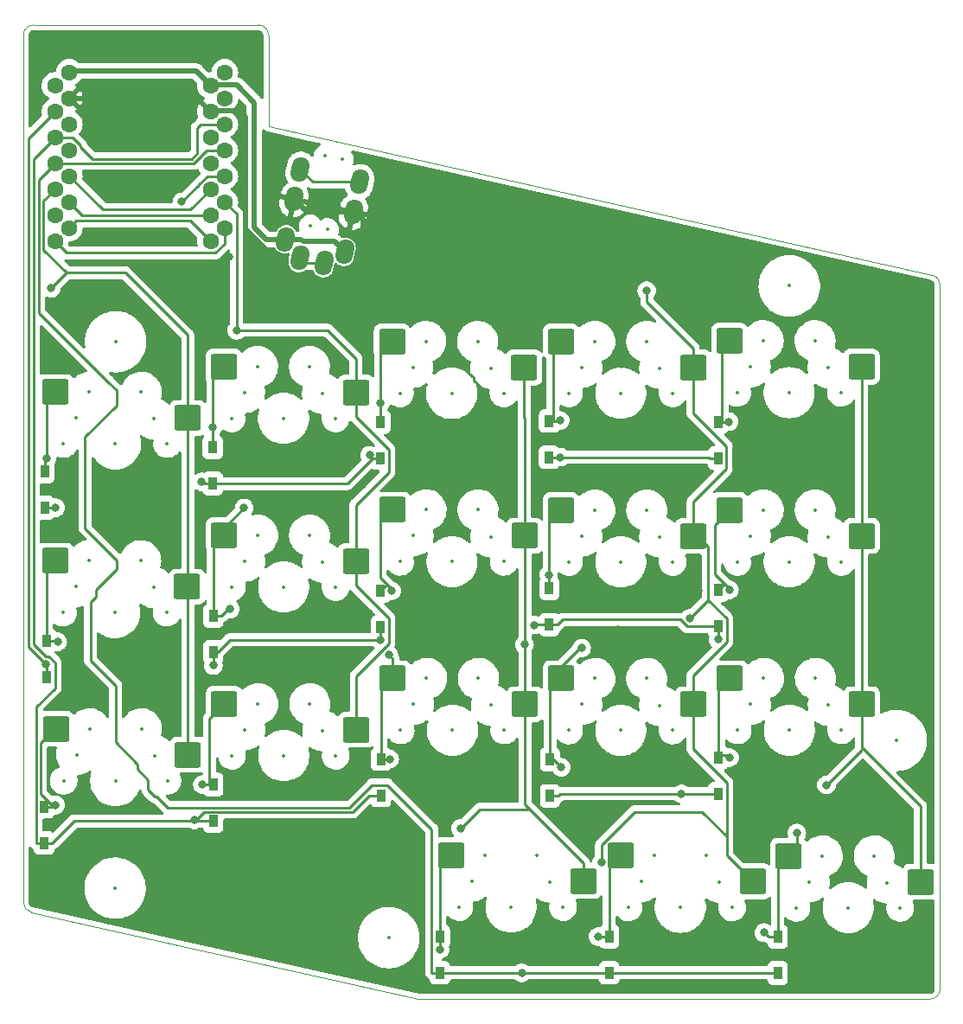
<source format=gtl>
%TF.GenerationSoftware,KiCad,Pcbnew,(6.0.6)*%
%TF.CreationDate,2022-11-27T23:56:07+09:00*%
%TF.ProjectId,split-mini,73706c69-742d-46d6-996e-692e6b696361,rev?*%
%TF.SameCoordinates,Original*%
%TF.FileFunction,Copper,L1,Top*%
%TF.FilePolarity,Positive*%
%FSLAX46Y46*%
G04 Gerber Fmt 4.6, Leading zero omitted, Abs format (unit mm)*
G04 Created by KiCad (PCBNEW (6.0.6)) date 2022-11-27 23:56:07*
%MOMM*%
%LPD*%
G01*
G04 APERTURE LIST*
G04 Aperture macros list*
%AMRoundRect*
0 Rectangle with rounded corners*
0 $1 Rounding radius*
0 $2 $3 $4 $5 $6 $7 $8 $9 X,Y pos of 4 corners*
0 Add a 4 corners polygon primitive as box body*
4,1,4,$2,$3,$4,$5,$6,$7,$8,$9,$2,$3,0*
0 Add four circle primitives for the rounded corners*
1,1,$1+$1,$2,$3*
1,1,$1+$1,$4,$5*
1,1,$1+$1,$6,$7*
1,1,$1+$1,$8,$9*
0 Add four rect primitives between the rounded corners*
20,1,$1+$1,$2,$3,$4,$5,0*
20,1,$1+$1,$4,$5,$6,$7,0*
20,1,$1+$1,$6,$7,$8,$9,0*
20,1,$1+$1,$8,$9,$2,$3,0*%
%AMHorizOval*
0 Thick line with rounded ends*
0 $1 width*
0 $2 $3 position (X,Y) of the first rounded end (center of the circle)*
0 $4 $5 position (X,Y) of the second rounded end (center of the circle)*
0 Add line between two ends*
20,1,$1,$2,$3,$4,$5,0*
0 Add two circle primitives to create the rounded ends*
1,1,$1,$2,$3*
1,1,$1,$4,$5*%
G04 Aperture macros list end*
%TA.AperFunction,Profile*%
%ADD10C,0.100000*%
%TD*%
%TA.AperFunction,SMDPad,CuDef*%
%ADD11R,0.950000X1.300000*%
%TD*%
%TA.AperFunction,SMDPad,CuDef*%
%ADD12RoundRect,0.200000X-1.075000X-1.050000X1.075000X-1.050000X1.075000X1.050000X-1.075000X1.050000X0*%
%TD*%
%TA.AperFunction,ComponentPad*%
%ADD13HorizOval,1.700000X-0.083165X-0.391259X0.083165X0.391259X0*%
%TD*%
%TA.AperFunction,ComponentPad*%
%ADD14C,1.600000*%
%TD*%
%TA.AperFunction,ViaPad*%
%ADD15C,0.800000*%
%TD*%
%TA.AperFunction,Conductor*%
%ADD16C,0.250000*%
%TD*%
%TA.AperFunction,Conductor*%
%ADD17C,0.500000*%
%TD*%
%ADD18C,0.350000*%
%ADD19HorizOval,1.000000X-0.051978X-0.244537X0.051978X0.244537X0*%
G04 APERTURE END LIST*
D10*
X113700000Y-47980000D02*
X48706692Y-33440758D01*
X114481692Y-117888869D02*
X114481692Y-48955880D01*
X25706692Y-23513892D02*
G75*
G03*
X24706692Y-24513869I8J-1000008D01*
G01*
X113481692Y-118888892D02*
G75*
G03*
X114481692Y-117888869I8J999992D01*
G01*
X114481737Y-48955880D02*
G75*
G03*
X113700000Y-47980000I-1000137J-120D01*
G01*
X63592178Y-118888869D02*
X113481692Y-118888869D01*
X25488384Y-110389626D02*
X63373870Y-118864748D01*
X63373868Y-118864755D02*
G75*
G03*
X63592178Y-118888869I218232J975455D01*
G01*
X24706692Y-24513869D02*
X24706692Y-109413746D01*
X24706653Y-109413746D02*
G75*
G03*
X25488384Y-110389626I1000047J46D01*
G01*
X47706692Y-23513869D02*
X25706692Y-23513869D01*
X48706731Y-24513869D02*
G75*
G03*
X47706692Y-23513869I-1000031J-31D01*
G01*
X48706692Y-24513869D02*
X48706692Y-33440758D01*
D11*
%TO.P,D7,1,K*%
%TO.N,row1*%
X43310000Y-84915000D03*
%TO.P,D7,2,A*%
%TO.N,Net-(D7-Pad2)*%
X43310000Y-81365000D03*
%TD*%
D12*
%TO.P,SW6,1,1*%
%TO.N,col0*%
X40735000Y-78510000D03*
%TO.P,SW6,2,2*%
%TO.N,Net-(D6-Pad2)*%
X27808000Y-75970000D03*
%TD*%
%TO.P,SW11,1,1*%
%TO.N,col0*%
X40805000Y-94960000D03*
%TO.P,SW11,2,2*%
%TO.N,Net-(D11-Pad2)*%
X27878000Y-92420000D03*
%TD*%
D11*
%TO.P,D6,1,K*%
%TO.N,row1*%
X26960000Y-87355000D03*
%TO.P,D6,2,A*%
%TO.N,Net-(D6-Pad2)*%
X26960000Y-83805000D03*
%TD*%
D12*
%TO.P,SW9,1,1*%
%TO.N,col3*%
X90295000Y-73550000D03*
%TO.P,SW9,2,2*%
%TO.N,Net-(D9-Pad2)*%
X77368000Y-71010000D03*
%TD*%
%TO.P,SW3,1,1*%
%TO.N,col2*%
X73735000Y-57050000D03*
%TO.P,SW3,2,2*%
%TO.N,Net-(D3-Pad2)*%
X60808000Y-54510000D03*
%TD*%
D11*
%TO.P,D9,1,K*%
%TO.N,row1*%
X76210000Y-82235000D03*
%TO.P,D9,2,A*%
%TO.N,Net-(D9-Pad2)*%
X76210000Y-78685000D03*
%TD*%
%TO.P,D16,1,K*%
%TO.N,row3*%
X65500000Y-116305000D03*
%TO.P,D16,2,A*%
%TO.N,Net-(D16-Pad2)*%
X65500000Y-112755000D03*
%TD*%
%TO.P,D11,1,K*%
%TO.N,row2*%
X26730000Y-103605000D03*
%TO.P,D11,2,A*%
%TO.N,Net-(D11-Pad2)*%
X26730000Y-100055000D03*
%TD*%
%TO.P,D14,1,K*%
%TO.N,row2*%
X76270000Y-99005000D03*
%TO.P,D14,2,A*%
%TO.N,Net-(D14-Pad2)*%
X76270000Y-95455000D03*
%TD*%
%TO.P,D17,1,K*%
%TO.N,row3*%
X82080000Y-116315000D03*
%TO.P,D17,2,A*%
%TO.N,Net-(D17-Pad2)*%
X82080000Y-112765000D03*
%TD*%
D12*
%TO.P,SW5,1,1*%
%TO.N,col4*%
X106785000Y-56980000D03*
%TO.P,SW5,2,2*%
%TO.N,Net-(D5-Pad2)*%
X93858000Y-54440000D03*
%TD*%
%TO.P,SW15,1,1*%
%TO.N,col4*%
X106815000Y-90030000D03*
%TO.P,SW15,2,2*%
%TO.N,Net-(D15-Pad2)*%
X93888000Y-87490000D03*
%TD*%
D11*
%TO.P,D13,1,K*%
%TO.N,row2*%
X59720000Y-98945000D03*
%TO.P,D13,2,A*%
%TO.N,Net-(D13-Pad2)*%
X59720000Y-95395000D03*
%TD*%
D12*
%TO.P,SW7,1,1*%
%TO.N,col1*%
X57275000Y-76010000D03*
%TO.P,SW7,2,2*%
%TO.N,Net-(D7-Pad2)*%
X44348000Y-73470000D03*
%TD*%
D11*
%TO.P,D1,1,K*%
%TO.N,row0*%
X26770000Y-70785000D03*
%TO.P,D1,2,A*%
%TO.N,Net-(D1-Pad2)*%
X26770000Y-67235000D03*
%TD*%
D12*
%TO.P,SW16,1,1*%
%TO.N,col2*%
X79555000Y-107330000D03*
%TO.P,SW16,2,2*%
%TO.N,Net-(D16-Pad2)*%
X66628000Y-104790000D03*
%TD*%
D11*
%TO.P,D18,1,K*%
%TO.N,row3*%
X98580000Y-116335000D03*
%TO.P,D18,2,A*%
%TO.N,Net-(D18-Pad2)*%
X98580000Y-112785000D03*
%TD*%
%TO.P,D4,1,K*%
%TO.N,row0*%
X76180000Y-65845000D03*
%TO.P,D4,2,A*%
%TO.N,Net-(D4-Pad2)*%
X76180000Y-62295000D03*
%TD*%
%TO.P,D10,1,K*%
%TO.N,row1*%
X92770000Y-82415000D03*
%TO.P,D10,2,A*%
%TO.N,Net-(D10-Pad2)*%
X92770000Y-78865000D03*
%TD*%
D12*
%TO.P,SW18,1,1*%
%TO.N,col4*%
X112575000Y-107400000D03*
%TO.P,SW18,2,2*%
%TO.N,Net-(D18-Pad2)*%
X99648000Y-104860000D03*
%TD*%
D13*
%TO.P,J1,A*%
%TO.N,unconnected-(J1-PadA)*%
X54151894Y-46848211D03*
X51755432Y-46338827D03*
%TO.P,J1,B*%
%TO.N,data*%
X57630901Y-38897802D03*
X51810923Y-37660727D03*
%TO.P,J1,C*%
%TO.N,GND*%
X57007166Y-41832244D03*
X51187188Y-40595170D03*
%TO.P,J1,D*%
%TO.N,VCC*%
X56175520Y-45744835D03*
X50355541Y-44507760D03*
%TD*%
D11*
%TO.P,D3,1,K*%
%TO.N,row0*%
X59690000Y-65935000D03*
%TO.P,D3,2,A*%
%TO.N,Net-(D3-Pad2)*%
X59690000Y-62385000D03*
%TD*%
D12*
%TO.P,SW8,1,1*%
%TO.N,col2*%
X73765000Y-73530000D03*
%TO.P,SW8,2,2*%
%TO.N,Net-(D8-Pad2)*%
X60838000Y-70990000D03*
%TD*%
%TO.P,SW17,1,1*%
%TO.N,col3*%
X96125000Y-107360000D03*
%TO.P,SW17,2,2*%
%TO.N,Net-(D17-Pad2)*%
X83198000Y-104820000D03*
%TD*%
D14*
%TO.P,U1,1,GP26*%
%TO.N,row0*%
X27792500Y-29454000D03*
X44425000Y-28155000D03*
%TO.P,U1,2,GP27*%
%TO.N,row1*%
X44425000Y-30695000D03*
X27792500Y-31994000D03*
%TO.P,U1,3,GP28*%
%TO.N,row2*%
X44425000Y-33235000D03*
X27792500Y-34534000D03*
%TO.P,U1,4,GP29*%
%TO.N,row3*%
X27792500Y-37074000D03*
X44425000Y-35775000D03*
%TO.P,U1,5,GP6_SDA*%
%TO.N,col0*%
X44425000Y-38315000D03*
X27792500Y-39614000D03*
%TO.P,U1,6,GP7_SCL*%
%TO.N,col1*%
X44425000Y-40855000D03*
X27792500Y-42154000D03*
%TO.P,U1,7,GP0_TX*%
%TO.N,unconnected-(U1-Pad7)*%
X44425000Y-43395000D03*
X27792500Y-44694000D03*
%TO.P,U1,8,GP1_RX*%
%TO.N,data*%
X43027500Y-44694000D03*
X29190000Y-43395000D03*
%TO.P,U1,9,GP2*%
%TO.N,col4*%
X43027500Y-42154000D03*
X29190000Y-40855000D03*
%TO.P,U1,10,GP4*%
%TO.N,col3*%
X29190000Y-38315000D03*
X43027500Y-39614000D03*
%TO.P,U1,11,GP3*%
%TO.N,col2*%
X43027500Y-37074000D03*
X29190000Y-35775000D03*
%TO.P,U1,12,3V3*%
%TO.N,unconnected-(U1-Pad12)*%
X43027500Y-34534000D03*
X29190000Y-33235000D03*
%TO.P,U1,13,GND*%
%TO.N,GND*%
X29190000Y-30695000D03*
X43027500Y-31994000D03*
%TO.P,U1,14,5V*%
%TO.N,VCC*%
X43027500Y-29454000D03*
X29190000Y-28155000D03*
%TD*%
D12*
%TO.P,SW10,1,1*%
%TO.N,col4*%
X106795000Y-73540000D03*
%TO.P,SW10,2,2*%
%TO.N,Net-(D10-Pad2)*%
X93868000Y-71000000D03*
%TD*%
D11*
%TO.P,D15,1,K*%
%TO.N,row2*%
X92770000Y-98795000D03*
%TO.P,D15,2,A*%
%TO.N,Net-(D15-Pad2)*%
X92770000Y-95245000D03*
%TD*%
D12*
%TO.P,SW2,1,1*%
%TO.N,col1*%
X57265000Y-59500000D03*
%TO.P,SW2,2,2*%
%TO.N,Net-(D2-Pad2)*%
X44338000Y-56960000D03*
%TD*%
%TO.P,SW13,1,1*%
%TO.N,col2*%
X73815000Y-90030000D03*
%TO.P,SW13,2,2*%
%TO.N,Net-(D13-Pad2)*%
X60888000Y-87490000D03*
%TD*%
%TO.P,SW12,1,1*%
%TO.N,col1*%
X57295000Y-92510000D03*
%TO.P,SW12,2,2*%
%TO.N,Net-(D12-Pad2)*%
X44368000Y-89970000D03*
%TD*%
%TO.P,SW14,1,1*%
%TO.N,col3*%
X90295000Y-90040000D03*
%TO.P,SW14,2,2*%
%TO.N,Net-(D14-Pad2)*%
X77368000Y-87500000D03*
%TD*%
%TO.P,SW1,1,1*%
%TO.N,col0*%
X40795000Y-62010000D03*
%TO.P,SW1,2,2*%
%TO.N,Net-(D1-Pad2)*%
X27868000Y-59470000D03*
%TD*%
D11*
%TO.P,D5,1,K*%
%TO.N,row0*%
X92730000Y-65925000D03*
%TO.P,D5,2,A*%
%TO.N,Net-(D5-Pad2)*%
X92730000Y-62375000D03*
%TD*%
%TO.P,D8,1,K*%
%TO.N,row1*%
X59700000Y-82475000D03*
%TO.P,D8,2,A*%
%TO.N,Net-(D8-Pad2)*%
X59700000Y-78925000D03*
%TD*%
D12*
%TO.P,SW4,1,1*%
%TO.N,col3*%
X90295000Y-57040000D03*
%TO.P,SW4,2,2*%
%TO.N,Net-(D4-Pad2)*%
X77368000Y-54500000D03*
%TD*%
D11*
%TO.P,D2,1,K*%
%TO.N,row0*%
X43240000Y-68415000D03*
%TO.P,D2,2,A*%
%TO.N,Net-(D2-Pad2)*%
X43240000Y-64865000D03*
%TD*%
%TO.P,D12,1,K*%
%TO.N,row2*%
X43310000Y-101435000D03*
%TO.P,D12,2,A*%
%TO.N,Net-(D12-Pad2)*%
X43310000Y-97885000D03*
%TD*%
D15*
%TO.N,row0*%
X42161000Y-68242500D03*
X77288900Y-65845000D03*
X27852700Y-70785000D03*
X58608100Y-65653400D03*
%TO.N,Net-(D1-Pad2)*%
X27003900Y-65975900D03*
%TO.N,Net-(D2-Pad2)*%
X43275000Y-62900000D03*
%TO.N,Net-(D3-Pad2)*%
X59690000Y-60494700D03*
%TO.N,Net-(D4-Pad2)*%
X77268600Y-62245400D03*
%TO.N,Net-(D5-Pad2)*%
X93814000Y-62375000D03*
%TO.N,Net-(D6-Pad2)*%
X28062200Y-83905100D03*
%TO.N,Net-(D7-Pad2)*%
X46310000Y-70810000D03*
X44957700Y-80701600D03*
%TO.N,Net-(D8-Pad2)*%
X60777200Y-78907400D03*
%TO.N,Net-(D9-Pad2)*%
X76139100Y-77349000D03*
%TO.N,Net-(D10-Pad2)*%
X93852100Y-78833600D03*
%TO.N,row1*%
X59700000Y-83726700D03*
X74701400Y-82266600D03*
X26894700Y-86072300D03*
X43310000Y-86230700D03*
X92770000Y-83682800D03*
%TO.N,Net-(D11-Pad2)*%
X27861900Y-99891200D03*
%TO.N,Net-(D12-Pad2)*%
X42226200Y-97885000D03*
%TO.N,Net-(D13-Pad2)*%
X60500000Y-85200000D03*
X60579000Y-95395000D03*
%TO.N,Net-(D14-Pad2)*%
X77373600Y-96196300D03*
X79380000Y-84520000D03*
%TO.N,Net-(D15-Pad2)*%
X93867200Y-95245000D03*
%TO.N,Net-(D16-Pad2)*%
X65500000Y-114024600D03*
%TO.N,Net-(D17-Pad2)*%
X80986400Y-112765000D03*
%TO.N,Net-(D18-Pad2)*%
X97230000Y-112370000D03*
X100450000Y-102630000D03*
%TO.N,row2*%
X89154700Y-98795000D03*
X41450000Y-101350000D03*
%TO.N,row3*%
X73506700Y-116315000D03*
%TO.N,GND*%
X30225000Y-98900000D03*
X101675000Y-64800000D03*
X69250000Y-64150000D03*
X103000000Y-60575000D03*
X53500000Y-63600000D03*
X36100000Y-70100000D03*
X37600000Y-67025000D03*
X29675000Y-83250000D03*
X58561671Y-81067675D03*
X74950000Y-79975000D03*
X64775000Y-96400000D03*
X48475000Y-104625000D03*
X83625000Y-85700000D03*
X103150000Y-94425000D03*
X30025000Y-85725000D03*
X41975000Y-70500000D03*
X71225000Y-67450000D03*
X96350000Y-61525000D03*
X41700000Y-48675000D03*
X46450000Y-63950000D03*
X44850000Y-46200000D03*
X83275000Y-72725000D03*
X53350000Y-97050000D03*
X82625000Y-96625000D03*
X31600000Y-49800000D03*
X29425000Y-56950000D03*
X102575000Y-77350000D03*
X86800000Y-60900000D03*
X51600000Y-67075000D03*
X29625000Y-68975000D03*
X90850000Y-78875000D03*
X88300000Y-67800000D03*
X37125000Y-83025000D03*
X57150000Y-66025000D03*
X37350000Y-26225000D03*
X68826917Y-80745070D03*
X41925000Y-83700000D03*
X86125000Y-80325000D03*
X57925000Y-68550000D03*
X100850000Y-80675000D03*
X35600000Y-39825000D03*
X82975000Y-82725000D03*
X69775000Y-77950000D03*
X36400000Y-86025000D03*
X37225000Y-44150000D03*
X85325000Y-112600000D03*
X47375000Y-47575000D03*
X66100000Y-52075000D03*
X54475000Y-81500000D03*
X63375000Y-61900000D03*
X66275000Y-100950000D03*
X96575000Y-93525000D03*
X83300000Y-56750000D03*
X66425000Y-84950000D03*
X96250000Y-77675000D03*
X50300000Y-75125000D03*
X41975000Y-66800000D03*
X36925000Y-29700000D03*
X36150000Y-34950000D03*
X98775000Y-97800000D03*
%TO.N,col0*%
X27419600Y-49298700D03*
X40217900Y-40850500D03*
%TO.N,col1*%
X45581200Y-53413200D03*
%TO.N,col2*%
X67510000Y-102180000D03*
X73780000Y-84180000D03*
%TO.N,col3*%
X85750000Y-49523900D03*
X81320700Y-105493000D03*
X89938900Y-81629800D03*
%TO.N,col4*%
X103350000Y-97920000D03*
%TD*%
D16*
%TO.N,row0*%
X42267200Y-68242500D02*
X42161000Y-68242500D01*
X27570300Y-70785000D02*
X27852700Y-70785000D01*
X59690000Y-65935000D02*
X58889700Y-65935000D01*
X92730000Y-65925000D02*
X91929700Y-65925000D01*
X43240000Y-68415000D02*
X42439700Y-68415000D01*
X43240000Y-68415000D02*
X56409700Y-68415000D01*
X58608100Y-65653400D02*
X58889700Y-65935000D01*
X26770000Y-70785000D02*
X27570300Y-70785000D01*
X76180000Y-65845000D02*
X76980300Y-65845000D01*
X56409700Y-68415000D02*
X58889700Y-65935000D01*
X77288900Y-65845000D02*
X91849700Y-65845000D01*
X42439700Y-68415000D02*
X42267200Y-68242500D01*
X91849700Y-65845000D02*
X91929700Y-65925000D01*
X76980300Y-65845000D02*
X77288900Y-65845000D01*
%TO.N,Net-(D1-Pad2)*%
X27003900Y-65975900D02*
X27003900Y-60334100D01*
X26770000Y-66209800D02*
X27003900Y-65975900D01*
X27003900Y-60334100D02*
X27868000Y-59470000D01*
X26770000Y-67235000D02*
X26770000Y-66209800D01*
%TO.N,Net-(D2-Pad2)*%
X43240000Y-58058000D02*
X44338000Y-56960000D01*
X43275000Y-64830000D02*
X43240000Y-64865000D01*
X43275000Y-62900000D02*
X43275000Y-64830000D01*
X43240000Y-64865000D02*
X43240000Y-58058000D01*
%TO.N,Net-(D3-Pad2)*%
X59690000Y-60494700D02*
X59690000Y-55628000D01*
X59690000Y-55628000D02*
X60808000Y-54510000D01*
X59690000Y-62385000D02*
X59690000Y-60494700D01*
%TO.N,Net-(D4-Pad2)*%
X76580200Y-62295000D02*
X76580200Y-55287800D01*
X76980300Y-62295000D02*
X77029900Y-62245400D01*
X76580200Y-55287800D02*
X77368000Y-54500000D01*
X76580200Y-62295000D02*
X76980300Y-62295000D01*
X77029900Y-62245400D02*
X77268600Y-62245400D01*
X76180000Y-62295000D02*
X76580200Y-62295000D01*
%TO.N,Net-(D5-Pad2)*%
X93130200Y-62375000D02*
X93130200Y-55167800D01*
X93130200Y-62375000D02*
X93530300Y-62375000D01*
X93130200Y-55167800D02*
X93858000Y-54440000D01*
X93530300Y-62375000D02*
X93814000Y-62375000D01*
X92730000Y-62375000D02*
X93130200Y-62375000D01*
%TO.N,Net-(D6-Pad2)*%
X26960000Y-76818000D02*
X27808000Y-75970000D01*
X26960000Y-83805000D02*
X26960000Y-76818000D01*
X27962100Y-83805000D02*
X28062200Y-83905100D01*
X26960000Y-83805000D02*
X27962100Y-83805000D01*
%TO.N,Net-(D7-Pad2)*%
X44348000Y-72772000D02*
X46310000Y-70810000D01*
X44348000Y-73470000D02*
X44348000Y-72772000D01*
X43310000Y-74508000D02*
X44348000Y-73470000D01*
X43310000Y-81365000D02*
X44110300Y-81365000D01*
X44957700Y-80701600D02*
X44773700Y-80701600D01*
X43310000Y-81365000D02*
X43310000Y-74508000D01*
X44957700Y-80456300D02*
X44957700Y-80701600D01*
X44773700Y-80701600D02*
X44110300Y-81365000D01*
%TO.N,Net-(D8-Pad2)*%
X60240100Y-78384900D02*
X60423700Y-78384900D01*
X60423700Y-78384900D02*
X60777200Y-78738400D01*
X59660000Y-72168000D02*
X59660000Y-77621200D01*
X59700000Y-78925000D02*
X60240100Y-78384900D01*
X59660000Y-77621200D02*
X60423700Y-78384900D01*
X60838000Y-70990000D02*
X59660000Y-72168000D01*
X60777200Y-78738400D02*
X60777200Y-78907400D01*
%TO.N,Net-(D9-Pad2)*%
X76210000Y-72168000D02*
X77368000Y-71010000D01*
X76210000Y-77349000D02*
X76210000Y-72168000D01*
X76210000Y-78685000D02*
X76210000Y-77349000D01*
X76139100Y-77349000D02*
X76210000Y-77349000D01*
%TO.N,Net-(D10-Pad2)*%
X93868000Y-71000000D02*
X92410000Y-72458000D01*
X92410000Y-77305600D02*
X93446300Y-78341900D01*
X93852100Y-78747700D02*
X93852100Y-78833600D01*
X92410000Y-72458000D02*
X92410000Y-77305600D01*
X92770000Y-78865000D02*
X93293100Y-78341900D01*
X93446300Y-78341900D02*
X93852100Y-78747700D01*
X93293100Y-78341900D02*
X93446300Y-78341900D01*
%TO.N,row1*%
X89698795Y-82415000D02*
X92770000Y-82415000D01*
X25194400Y-34592100D02*
X27792500Y-31994000D01*
X89008795Y-81725000D02*
X89698795Y-82415000D01*
X25194400Y-84372000D02*
X25194400Y-34592100D01*
X75409700Y-82235000D02*
X74733000Y-82235000D01*
X92770000Y-83682800D02*
X92770000Y-82415000D01*
X26894700Y-86072300D02*
X26960000Y-86137600D01*
X43510100Y-84915000D02*
X43310100Y-85115000D01*
X26960000Y-86137600D02*
X26960000Y-87355000D01*
X26894700Y-86072300D02*
X25194400Y-84372000D01*
X76210000Y-82235000D02*
X77010300Y-82235000D01*
X43510100Y-84915000D02*
X43710200Y-84915000D01*
X59700000Y-82475000D02*
X59700000Y-83726700D01*
X59700000Y-83726700D02*
X44898500Y-83726700D01*
X43310100Y-86230700D02*
X43310000Y-86230700D01*
X43310000Y-84915000D02*
X43510100Y-84915000D01*
X44898500Y-83726700D02*
X43710200Y-84915000D01*
X43310100Y-85115000D02*
X43310100Y-86230700D01*
X74733000Y-82235000D02*
X74701400Y-82266600D01*
X77010300Y-82235000D02*
X77520300Y-81725000D01*
X75809900Y-82235000D02*
X76210000Y-82235000D01*
X77520300Y-81725000D02*
X89008795Y-81725000D01*
X75809900Y-82235000D02*
X75409700Y-82235000D01*
%TO.N,Net-(D11-Pad2)*%
X26730000Y-100055000D02*
X27530300Y-100055000D01*
X27878000Y-92420000D02*
X27780000Y-92420000D01*
X27861900Y-99891200D02*
X27609700Y-99891200D01*
X26379700Y-98769700D02*
X27501200Y-99891200D01*
X27458800Y-92839200D02*
X27878000Y-92420000D01*
X27501200Y-99891200D02*
X27609700Y-99891200D01*
X26379700Y-93820300D02*
X26379700Y-98769700D01*
X27780000Y-92420000D02*
X26379700Y-93820300D01*
X27530300Y-100055000D02*
X27609700Y-99975600D01*
X27609700Y-99975600D02*
X27609700Y-99891200D01*
%TO.N,Net-(D12-Pad2)*%
X42909900Y-97885000D02*
X42509700Y-97885000D01*
X42509700Y-97885000D02*
X42226200Y-97885000D01*
X42909900Y-97885000D02*
X42909900Y-91428100D01*
X42909900Y-91428100D02*
X44368000Y-89970000D01*
X43310000Y-97885000D02*
X42909900Y-97885000D01*
%TO.N,Net-(D13-Pad2)*%
X60500000Y-85200000D02*
X60888000Y-85588000D01*
X60888000Y-85588000D02*
X60888000Y-87490000D01*
X60579000Y-95395000D02*
X59720000Y-95395000D01*
X59720000Y-88658000D02*
X59720000Y-95395000D01*
X60888000Y-87490000D02*
X59720000Y-88658000D01*
%TO.N,Net-(D14-Pad2)*%
X77368000Y-86342000D02*
X77368000Y-87500000D01*
X77368000Y-87500000D02*
X76270000Y-88598000D01*
X79380000Y-84520000D02*
X79190000Y-84520000D01*
X79190000Y-84520000D02*
X77368000Y-86342000D01*
X76270000Y-95455000D02*
X76632300Y-95455000D01*
X76270000Y-88598000D02*
X76270000Y-95455000D01*
X76632300Y-95455000D02*
X77373600Y-96196300D01*
%TO.N,Net-(D15-Pad2)*%
X93888000Y-87490000D02*
X92770000Y-88608000D01*
X93619200Y-94997000D02*
X93867200Y-95245000D01*
X92770000Y-94997000D02*
X93619200Y-94997000D01*
X92770000Y-95245000D02*
X92770000Y-94997000D01*
X92770000Y-94997000D02*
X92770000Y-94269700D01*
X92770000Y-88608000D02*
X92770000Y-94269700D01*
%TO.N,Net-(D16-Pad2)*%
X65500000Y-105918000D02*
X65500000Y-112755000D01*
X66628000Y-104790000D02*
X65500000Y-105918000D01*
X65500000Y-114024600D02*
X65500000Y-112755000D01*
%TO.N,Net-(D17-Pad2)*%
X82080000Y-105938000D02*
X82080000Y-112765000D01*
X83198000Y-104820000D02*
X82080000Y-105938000D01*
X82080000Y-112765000D02*
X80986400Y-112765000D01*
%TO.N,Net-(D18-Pad2)*%
X98580000Y-112297300D02*
X98580000Y-111809700D01*
X98580000Y-112785000D02*
X98580000Y-112297300D01*
X100450000Y-102630000D02*
X100450000Y-104058000D01*
X98580000Y-112785000D02*
X97645000Y-112785000D01*
X98580000Y-105928000D02*
X99648000Y-104860000D01*
X100450000Y-104058000D02*
X99648000Y-104860000D01*
X97645000Y-112785000D02*
X97230000Y-112370000D01*
X98580000Y-111809700D02*
X98580000Y-105928000D01*
%TO.N,row2*%
X56945000Y-100580000D02*
X58580000Y-98945000D01*
X26730000Y-103605000D02*
X25929700Y-103605000D01*
X29539991Y-34534000D02*
X27792500Y-34534000D01*
X25695300Y-36631200D02*
X27792500Y-34534000D01*
X26730000Y-103605000D02*
X27530300Y-103605000D01*
X30315000Y-35309009D02*
X29539991Y-34534000D01*
X25695300Y-84144600D02*
X25695300Y-36631200D01*
X43310000Y-101435000D02*
X29700300Y-101435000D01*
X27162800Y-85314600D02*
X26865300Y-85314600D01*
X44425000Y-33235000D02*
X42065000Y-33235000D01*
X42390000Y-100580000D02*
X56945000Y-100580000D01*
X41725000Y-36063604D02*
X41164604Y-36624000D01*
X41450000Y-101350000D02*
X41535000Y-101435000D01*
X41164604Y-36624000D02*
X31449000Y-36624000D01*
X31449000Y-36624000D02*
X30315000Y-35490000D01*
X27787800Y-88435500D02*
X27787800Y-85939600D01*
X77280300Y-98795000D02*
X77070300Y-99005000D01*
X25929700Y-90293600D02*
X27787800Y-88435500D01*
X76270000Y-99005000D02*
X77070300Y-99005000D01*
X42065000Y-33235000D02*
X41725000Y-33575000D01*
X92770000Y-98795000D02*
X89154700Y-98795000D01*
X41535000Y-101435000D02*
X43310000Y-101435000D01*
X27787800Y-85939600D02*
X27162800Y-85314600D01*
X25929700Y-103605000D02*
X25929700Y-90293600D01*
X26865300Y-85314600D02*
X25695300Y-84144600D01*
X58580000Y-98945000D02*
X59720000Y-98945000D01*
X30315000Y-35490000D02*
X30315000Y-35309009D01*
X41725000Y-33575000D02*
X41725000Y-36063604D01*
X89154700Y-98795000D02*
X77280300Y-98795000D01*
X41535000Y-101435000D02*
X42390000Y-100580000D01*
X29700300Y-101435000D02*
X27530300Y-103605000D01*
%TO.N,row3*%
X33800000Y-60810000D02*
X30740000Y-63870000D01*
X33745500Y-88304500D02*
X33720000Y-88330000D01*
X27792500Y-37074000D02*
X41351000Y-37074000D01*
X30740000Y-63870000D02*
X30740000Y-72783000D01*
X33800000Y-59260000D02*
X33800000Y-60810000D01*
X73506700Y-116315000D02*
X66310300Y-116315000D01*
X31830000Y-78810000D02*
X31830000Y-79490000D01*
X35850000Y-96390000D02*
X36900000Y-97440000D01*
X36900000Y-97440000D02*
X36900000Y-98390000D01*
X64699700Y-102271700D02*
X64699700Y-116305000D01*
X30740000Y-72783000D02*
X33870000Y-75913000D01*
X31279600Y-80094400D02*
X31279600Y-85724400D01*
X33720000Y-88330000D02*
X33720000Y-93760000D01*
X82080000Y-116315000D02*
X97759700Y-116315000D01*
X37590000Y-99080000D02*
X37770000Y-99080000D01*
X33870000Y-76770000D02*
X31830000Y-78810000D01*
X36900000Y-98390000D02*
X37590000Y-99080000D01*
X60354900Y-97926900D02*
X64699700Y-102271700D01*
X32995600Y-58478600D02*
X33018600Y-58478600D01*
X98580000Y-116335000D02*
X97779700Y-116335000D01*
X33870000Y-75913000D02*
X33870000Y-76770000D01*
X97759700Y-116315000D02*
X97779700Y-116335000D01*
X41351000Y-37074000D02*
X42650000Y-35775000D01*
X65500000Y-116305000D02*
X66300300Y-116305000D01*
X31279600Y-85724400D02*
X33745500Y-88190300D01*
X73506700Y-116315000D02*
X82080000Y-116315000D01*
X33018600Y-58478600D02*
X33800000Y-59260000D01*
X35850000Y-95890000D02*
X35850000Y-96390000D01*
X64699700Y-116305000D02*
X65500000Y-116305000D01*
X27792500Y-37074000D02*
X26215400Y-38651100D01*
X66310300Y-116315000D02*
X66300300Y-116305000D01*
X33720000Y-93760000D02*
X35850000Y-95890000D01*
X33745500Y-88190300D02*
X33745500Y-88304500D01*
X26215400Y-38651100D02*
X26215400Y-51698400D01*
X38820000Y-100130000D02*
X56628800Y-100130000D01*
X26215400Y-51698400D02*
X32995600Y-58478600D01*
X56628800Y-100130000D02*
X58831900Y-97926900D01*
X42650000Y-35775000D02*
X44425000Y-35775000D01*
X31830000Y-79490000D02*
X31340000Y-79980000D01*
X37770000Y-99080000D02*
X38820000Y-100130000D01*
X58831900Y-97926900D02*
X60354900Y-97926900D01*
%TO.N,unconnected-(J1-PadA)*%
X54151900Y-46848200D02*
X52264800Y-46848200D01*
X52264800Y-46848200D02*
X51755400Y-46338800D01*
%TO.N,data*%
X43027500Y-44694000D02*
X41033500Y-42700000D01*
X29885000Y-42700000D02*
X29190000Y-43395000D01*
X41033500Y-42700000D02*
X29885000Y-42700000D01*
X51810900Y-37660700D02*
X53048000Y-38897800D01*
X53048000Y-38897800D02*
X57630900Y-38897800D01*
D17*
%TO.N,GND*%
X43074300Y-31947200D02*
X45917200Y-31947200D01*
X46490000Y-43539900D02*
X51519900Y-48569800D01*
X46490000Y-32520000D02*
X46490000Y-43539900D01*
D16*
X61956856Y-46700000D02*
X66725000Y-51468144D01*
X68834999Y-58359999D02*
X69950000Y-59475000D01*
D17*
X45917200Y-31947200D02*
X46490000Y-32520000D01*
X58010000Y-42460000D02*
X57382200Y-41832200D01*
X57007200Y-41832200D02*
X52424300Y-41832200D01*
D16*
X68675000Y-57950000D02*
X68700000Y-57950000D01*
D17*
X52424300Y-41832200D02*
X51187200Y-40595200D01*
D16*
X69950000Y-63450000D02*
X69250000Y-64150000D01*
D17*
X41728500Y-30695000D02*
X43027500Y-31994000D01*
X58010000Y-46700000D02*
X58010000Y-42460000D01*
D16*
X66725000Y-56050000D02*
X68625000Y-57950000D01*
X68834999Y-58200000D02*
X68834999Y-58359999D01*
D17*
X43027500Y-31994000D02*
X43074300Y-31947200D01*
D16*
X68625000Y-57950000D02*
X68675000Y-57950000D01*
D17*
X51519900Y-48569800D02*
X56140200Y-48569800D01*
D16*
X61956856Y-46700000D02*
X58010000Y-46700000D01*
X68700000Y-57950000D02*
X68834999Y-58084999D01*
X69950000Y-59475000D02*
X69950000Y-63450000D01*
X66725000Y-51468144D02*
X66725000Y-56050000D01*
D17*
X29190000Y-30695000D02*
X41728500Y-30695000D01*
D16*
X68834999Y-58084999D02*
X68834999Y-58200000D01*
D17*
X57382200Y-41832200D02*
X57007200Y-41832200D01*
X56140200Y-48569800D02*
X58010000Y-46700000D01*
%TO.N,VCC*%
X47330000Y-43390000D02*
X47340000Y-43390000D01*
X43027500Y-29454000D02*
X43074700Y-29406800D01*
X52122600Y-44730000D02*
X55160700Y-44730000D01*
X50355500Y-44507800D02*
X51900300Y-44507800D01*
X45616800Y-29406800D02*
X47330000Y-31120000D01*
X55160700Y-44730000D02*
X56175500Y-45744800D01*
X51900300Y-44507800D02*
X52122600Y-44730000D01*
X29190000Y-28155000D02*
X29285000Y-28060000D01*
X47330000Y-31120000D02*
X47330000Y-43390000D01*
X48457800Y-44507800D02*
X50355500Y-44507800D01*
X29285000Y-28060000D02*
X41633500Y-28060000D01*
X47340000Y-43390000D02*
X48457800Y-44507800D01*
X43074700Y-29406800D02*
X45616800Y-29406800D01*
X41633500Y-28060000D02*
X43027500Y-29454000D01*
D16*
%TO.N,col0*%
X26665800Y-45514100D02*
X26665800Y-40740700D01*
X41902500Y-39148009D02*
X42735509Y-38315000D01*
X40805000Y-78580000D02*
X40735000Y-78510000D01*
X40795000Y-62010000D02*
X40795000Y-78450000D01*
X40795000Y-53885000D02*
X34693300Y-47783300D01*
X40795000Y-62010000D02*
X40795000Y-53885000D01*
X40217900Y-40850500D02*
X41902500Y-39165900D01*
X28935000Y-47783300D02*
X26665800Y-45514100D01*
X34693300Y-47783300D02*
X28935000Y-47783300D01*
X40795000Y-78450000D02*
X40735000Y-78510000D01*
X28935000Y-47783300D02*
X27419600Y-49298700D01*
X41902500Y-39165900D02*
X41902500Y-39148009D01*
X40805000Y-94960000D02*
X40805000Y-78580000D01*
X26665800Y-40740700D02*
X27792500Y-39614000D01*
X42735509Y-38315000D02*
X44425000Y-38315000D01*
%TO.N,col1*%
X57295000Y-92510000D02*
X57295000Y-87260200D01*
X60500600Y-81634400D02*
X57275000Y-78408800D01*
X60500600Y-84054600D02*
X60500600Y-81634400D01*
X57295000Y-87260200D02*
X60500600Y-84054600D01*
X57265000Y-59500000D02*
X57265000Y-61863500D01*
X45581200Y-53413200D02*
X54483200Y-53413200D01*
X60490400Y-67274600D02*
X57275000Y-70490000D01*
X57275000Y-78408800D02*
X57275000Y-76010000D01*
X45581200Y-42011200D02*
X44425000Y-40855000D01*
X57265000Y-61863500D02*
X60490400Y-65088900D01*
X45581200Y-53413200D02*
X45581200Y-42011200D01*
X57275000Y-70490000D02*
X57275000Y-76010000D01*
X57265000Y-56195000D02*
X57265000Y-59500000D01*
X60490400Y-65088900D02*
X60490400Y-67274600D01*
X54483200Y-53413200D02*
X57265000Y-56195000D01*
%TO.N,col2*%
X79555000Y-105560700D02*
X74299400Y-100305100D01*
X69384900Y-100305100D02*
X67510000Y-102180000D01*
X73815000Y-90030000D02*
X73815000Y-73580000D01*
X73735000Y-61946300D02*
X73735000Y-57050000D01*
X79555000Y-107330000D02*
X79555000Y-105560700D01*
X73815000Y-99820700D02*
X73815000Y-90030000D01*
X74299400Y-100305100D02*
X69384900Y-100305100D01*
X73765000Y-73530000D02*
X73765000Y-61976300D01*
X73815000Y-73580000D02*
X73765000Y-73530000D01*
X74299400Y-100305100D02*
X73815000Y-99820700D01*
X73765000Y-61976300D02*
X73735000Y-61946300D01*
%TO.N,col3*%
X93530400Y-64760500D02*
X93530400Y-66986600D01*
X90295000Y-55175000D02*
X90295000Y-57040000D01*
X93611300Y-97718400D02*
X93611300Y-102994600D01*
X90295000Y-57040000D02*
X90295000Y-61525100D01*
X81320700Y-103829838D02*
X81320700Y-105493000D01*
X90295000Y-94402100D02*
X93611300Y-97718400D01*
X84590538Y-100560000D02*
X81320700Y-103829838D01*
X91176700Y-100560000D02*
X84590538Y-100560000D01*
X90295000Y-90040000D02*
X90295000Y-94402100D01*
X90700000Y-73550000D02*
X91758700Y-74608700D01*
X91758700Y-79810000D02*
X89938900Y-81629800D01*
X93573900Y-81625300D02*
X93573900Y-83923900D01*
X43027500Y-39614000D02*
X41066500Y-41575000D01*
X93611300Y-104846300D02*
X93611300Y-102994600D01*
X96125000Y-107360000D02*
X93611300Y-104846300D01*
X90295000Y-70222000D02*
X90295000Y-73550000D01*
X91758700Y-74608700D02*
X91758700Y-79810000D01*
X32450000Y-41575000D02*
X29190000Y-38315000D01*
X93611300Y-102994600D02*
X91176700Y-100560000D01*
X93530400Y-66986600D02*
X90295000Y-70222000D01*
X90295000Y-87202800D02*
X90295000Y-90040000D01*
X91758700Y-79810000D02*
X93573900Y-81625300D01*
X90295000Y-73550000D02*
X90700000Y-73550000D01*
X90295000Y-61525100D02*
X93530400Y-64760500D01*
X93573900Y-83923900D02*
X90295000Y-87202800D01*
X85750000Y-50630000D02*
X90295000Y-55175000D01*
X41066500Y-41575000D02*
X32450000Y-41575000D01*
X85750000Y-49523900D02*
X85750000Y-50630000D01*
%TO.N,col4*%
X106815000Y-73560000D02*
X106815000Y-90030000D01*
X106815000Y-94261900D02*
X112575000Y-100021900D01*
X43027500Y-42154000D02*
X30489000Y-42154000D01*
X103350000Y-97920000D02*
X106815000Y-94455000D01*
X106815000Y-94455000D02*
X106815000Y-94261900D01*
X30489000Y-42154000D02*
X29190000Y-40855000D01*
X106795000Y-73540000D02*
X106795000Y-56990000D01*
X106815000Y-90030000D02*
X106815000Y-94261900D01*
X106795000Y-73540000D02*
X106815000Y-73560000D01*
X106795000Y-56990000D02*
X106785000Y-56980000D01*
X112575000Y-100021900D02*
X112575000Y-107400000D01*
%TO.N,unconnected-(U1-Pad7)*%
X44425000Y-44937300D02*
X44425000Y-43395000D01*
X27792500Y-44694000D02*
X28938400Y-45839900D01*
X43522400Y-45839900D02*
X44425000Y-44937300D01*
X28938400Y-45839900D02*
X43522400Y-45839900D01*
%TD*%
%TA.AperFunction,Conductor*%
%TO.N,GND*%
G36*
X60912012Y-99380370D02*
G01*
X60918594Y-99386498D01*
X62475392Y-100943297D01*
X64029295Y-102497200D01*
X64063321Y-102559512D01*
X64066200Y-102586295D01*
X64066200Y-116233207D01*
X64063968Y-116256816D01*
X64062425Y-116264906D01*
X64062923Y-116272817D01*
X64065951Y-116320951D01*
X64066200Y-116328862D01*
X64066200Y-116344856D01*
X64068206Y-116360730D01*
X64068948Y-116368590D01*
X64072475Y-116424650D01*
X64074925Y-116432191D01*
X64075021Y-116432487D01*
X64080194Y-116455631D01*
X64080232Y-116455935D01*
X64080233Y-116455940D01*
X64081226Y-116463797D01*
X64084142Y-116471162D01*
X64084143Y-116471166D01*
X64101899Y-116516011D01*
X64104571Y-116523430D01*
X64121936Y-116576875D01*
X64126186Y-116583571D01*
X64126186Y-116583572D01*
X64126350Y-116583831D01*
X64137115Y-116604958D01*
X64137229Y-116605246D01*
X64137232Y-116605251D01*
X64140148Y-116612617D01*
X64144804Y-116619025D01*
X64144807Y-116619031D01*
X64173158Y-116658052D01*
X64177601Y-116664589D01*
X64207700Y-116712018D01*
X64213478Y-116717444D01*
X64213479Y-116717445D01*
X64213707Y-116717659D01*
X64229388Y-116735446D01*
X64234228Y-116742107D01*
X64240337Y-116747161D01*
X64240338Y-116747162D01*
X64277496Y-116777903D01*
X64283430Y-116783134D01*
X64318598Y-116816158D01*
X64318601Y-116816160D01*
X64324379Y-116821586D01*
X64331603Y-116825558D01*
X64351206Y-116838881D01*
X64351446Y-116839080D01*
X64351453Y-116839084D01*
X64357556Y-116844133D01*
X64397100Y-116862741D01*
X64408376Y-116868047D01*
X64415429Y-116871641D01*
X64451201Y-116891307D01*
X64501260Y-116941652D01*
X64515146Y-116996383D01*
X64516316Y-116996320D01*
X64516500Y-116999718D01*
X64516500Y-117003134D01*
X64523255Y-117065316D01*
X64574385Y-117201705D01*
X64661739Y-117318261D01*
X64778295Y-117405615D01*
X64914684Y-117456745D01*
X64976866Y-117463500D01*
X66023134Y-117463500D01*
X66085316Y-117456745D01*
X66221705Y-117405615D01*
X66338261Y-117318261D01*
X66425615Y-117201705D01*
X66476745Y-117065316D01*
X66477598Y-117057460D01*
X66479425Y-117049778D01*
X66481624Y-117050301D01*
X66504475Y-116995321D01*
X66562842Y-116954900D01*
X66602489Y-116948500D01*
X72798500Y-116948500D01*
X72866621Y-116968502D01*
X72885847Y-116984843D01*
X72886120Y-116984540D01*
X72891032Y-116988963D01*
X72895447Y-116993866D01*
X72900786Y-116997745D01*
X73024268Y-117087460D01*
X73049948Y-117106118D01*
X73055976Y-117108802D01*
X73055978Y-117108803D01*
X73218381Y-117181109D01*
X73224412Y-117183794D01*
X73308676Y-117201705D01*
X73404756Y-117222128D01*
X73404761Y-117222128D01*
X73411213Y-117223500D01*
X73602187Y-117223500D01*
X73608639Y-117222128D01*
X73608644Y-117222128D01*
X73704724Y-117201705D01*
X73788988Y-117183794D01*
X73795019Y-117181109D01*
X73957422Y-117108803D01*
X73957424Y-117108802D01*
X73963452Y-117106118D01*
X73989133Y-117087460D01*
X74112614Y-116997745D01*
X74117953Y-116993866D01*
X74122368Y-116988963D01*
X74127280Y-116984540D01*
X74128405Y-116985789D01*
X74181714Y-116952949D01*
X74214900Y-116948500D01*
X80976425Y-116948500D01*
X81044546Y-116968502D01*
X81091039Y-117022158D01*
X81101688Y-117060891D01*
X81103255Y-117075316D01*
X81154385Y-117211705D01*
X81241739Y-117328261D01*
X81358295Y-117415615D01*
X81494684Y-117466745D01*
X81556866Y-117473500D01*
X82603134Y-117473500D01*
X82665316Y-117466745D01*
X82801705Y-117415615D01*
X82918261Y-117328261D01*
X83005615Y-117211705D01*
X83056745Y-117075316D01*
X83058312Y-117060891D01*
X83085554Y-116995330D01*
X83143917Y-116954904D01*
X83183575Y-116948500D01*
X97474252Y-116948500D01*
X97542373Y-116968502D01*
X97588866Y-117022158D01*
X97599515Y-117060891D01*
X97603255Y-117095316D01*
X97654385Y-117231705D01*
X97741739Y-117348261D01*
X97858295Y-117435615D01*
X97994684Y-117486745D01*
X98056866Y-117493500D01*
X99103134Y-117493500D01*
X99165316Y-117486745D01*
X99301705Y-117435615D01*
X99418261Y-117348261D01*
X99505615Y-117231705D01*
X99556745Y-117095316D01*
X99563500Y-117033134D01*
X99563500Y-115636866D01*
X99556745Y-115574684D01*
X99505615Y-115438295D01*
X99418261Y-115321739D01*
X99301705Y-115234385D01*
X99165316Y-115183255D01*
X99103134Y-115176500D01*
X98056866Y-115176500D01*
X97994684Y-115183255D01*
X97858295Y-115234385D01*
X97741739Y-115321739D01*
X97654385Y-115438295D01*
X97603255Y-115574684D01*
X97602402Y-115582540D01*
X97601901Y-115584646D01*
X97566684Y-115646292D01*
X97503729Y-115679113D01*
X97479318Y-115681500D01*
X83183575Y-115681500D01*
X83115454Y-115661498D01*
X83068961Y-115607842D01*
X83058312Y-115569108D01*
X83057598Y-115562540D01*
X83056745Y-115554684D01*
X83005615Y-115418295D01*
X82918261Y-115301739D01*
X82801705Y-115214385D01*
X82665316Y-115163255D01*
X82603134Y-115156500D01*
X81556866Y-115156500D01*
X81494684Y-115163255D01*
X81358295Y-115214385D01*
X81241739Y-115301739D01*
X81154385Y-115418295D01*
X81103255Y-115554684D01*
X81102402Y-115562540D01*
X81101688Y-115569108D01*
X81074446Y-115634670D01*
X81016083Y-115675096D01*
X80976425Y-115681500D01*
X74214900Y-115681500D01*
X74146779Y-115661498D01*
X74127553Y-115645157D01*
X74127280Y-115645460D01*
X74122368Y-115641037D01*
X74117953Y-115636134D01*
X74047086Y-115584646D01*
X73968794Y-115527763D01*
X73968793Y-115527762D01*
X73963452Y-115523882D01*
X73957424Y-115521198D01*
X73957422Y-115521197D01*
X73795019Y-115448891D01*
X73795018Y-115448891D01*
X73788988Y-115446206D01*
X73695587Y-115426353D01*
X73608644Y-115407872D01*
X73608639Y-115407872D01*
X73602187Y-115406500D01*
X73411213Y-115406500D01*
X73404761Y-115407872D01*
X73404756Y-115407872D01*
X73317813Y-115426353D01*
X73224412Y-115446206D01*
X73218382Y-115448891D01*
X73218381Y-115448891D01*
X73055978Y-115521197D01*
X73055976Y-115521198D01*
X73049948Y-115523882D01*
X73044607Y-115527762D01*
X73044606Y-115527763D01*
X72966314Y-115584646D01*
X72895447Y-115636134D01*
X72891032Y-115641037D01*
X72886120Y-115645460D01*
X72884995Y-115644211D01*
X72831686Y-115677051D01*
X72798500Y-115681500D01*
X66604661Y-115681500D01*
X66536540Y-115661498D01*
X66490047Y-115607842D01*
X66479398Y-115569106D01*
X66477599Y-115552541D01*
X66477598Y-115552537D01*
X66476745Y-115544684D01*
X66425615Y-115408295D01*
X66338261Y-115291739D01*
X66221705Y-115204385D01*
X66085316Y-115153255D01*
X66023134Y-115146500D01*
X65790330Y-115146500D01*
X65722209Y-115126498D01*
X65675716Y-115072842D01*
X65665612Y-115002568D01*
X65695106Y-114937988D01*
X65754832Y-114899604D01*
X65764133Y-114897253D01*
X65764463Y-114897183D01*
X65782288Y-114893394D01*
X65792063Y-114889042D01*
X65950722Y-114818403D01*
X65950724Y-114818402D01*
X65956752Y-114815718D01*
X66111253Y-114703466D01*
X66115675Y-114698555D01*
X66234621Y-114566452D01*
X66234622Y-114566451D01*
X66239040Y-114561544D01*
X66334527Y-114396156D01*
X66393542Y-114214528D01*
X66405689Y-114098961D01*
X66412814Y-114031165D01*
X66413504Y-114024600D01*
X66404980Y-113943500D01*
X66394233Y-113841242D01*
X66394232Y-113841238D01*
X66393542Y-113834672D01*
X66381975Y-113799073D01*
X66379947Y-113728107D01*
X66400983Y-113684571D01*
X66401524Y-113683850D01*
X66412735Y-113668891D01*
X66420229Y-113658892D01*
X66420230Y-113658890D01*
X66425615Y-113651705D01*
X66476745Y-113515316D01*
X66483500Y-113453134D01*
X66483500Y-112056866D01*
X66476745Y-111994684D01*
X66425615Y-111858295D01*
X66338261Y-111741739D01*
X66221705Y-111654385D01*
X66213296Y-111651233D01*
X66205425Y-111646923D01*
X66206336Y-111645259D01*
X66158510Y-111609337D01*
X66133807Y-111542776D01*
X66133500Y-111533991D01*
X66133500Y-110833662D01*
X66153502Y-110765541D01*
X66207158Y-110719048D01*
X66277432Y-110708944D01*
X66342012Y-110738438D01*
X66354666Y-110751082D01*
X66424860Y-110831973D01*
X66438847Y-110848092D01*
X66448912Y-110856345D01*
X66613115Y-110990984D01*
X66613121Y-110990988D01*
X66617243Y-110994368D01*
X66817735Y-111108494D01*
X66822751Y-111110315D01*
X66822756Y-111110317D01*
X67029575Y-111185389D01*
X67029579Y-111185390D01*
X67034590Y-111187209D01*
X67039839Y-111188158D01*
X67039842Y-111188159D01*
X67257523Y-111227522D01*
X67257530Y-111227523D01*
X67261607Y-111228260D01*
X67279344Y-111229096D01*
X67284292Y-111229330D01*
X67284299Y-111229330D01*
X67285780Y-111229400D01*
X67447925Y-111229400D01*
X67514881Y-111223719D01*
X67614562Y-111215261D01*
X67614566Y-111215260D01*
X67619873Y-111214810D01*
X67625028Y-111213472D01*
X67625034Y-111213471D01*
X67838003Y-111158195D01*
X67838007Y-111158194D01*
X67843172Y-111156853D01*
X67848038Y-111154661D01*
X67848041Y-111154660D01*
X68048649Y-111064293D01*
X68053515Y-111062101D01*
X68057935Y-111059125D01*
X68057939Y-111059123D01*
X68159148Y-110990984D01*
X68244885Y-110933262D01*
X68411812Y-110774022D01*
X68483344Y-110677879D01*
X68546337Y-110593214D01*
X68546339Y-110593211D01*
X68549521Y-110588934D01*
X68604305Y-110481183D01*
X68651658Y-110388046D01*
X68651658Y-110388045D01*
X68654077Y-110383288D01*
X68700753Y-110232967D01*
X68720905Y-110168070D01*
X68720906Y-110168064D01*
X68722489Y-110162967D01*
X68742822Y-110009553D01*
X68752100Y-109939553D01*
X68752100Y-109939548D01*
X68752800Y-109934268D01*
X68751097Y-109888887D01*
X68744346Y-109709063D01*
X68744146Y-109703732D01*
X68698104Y-109484298D01*
X68703691Y-109413523D01*
X68746656Y-109357003D01*
X68812629Y-109332732D01*
X68857257Y-109329612D01*
X68935828Y-109324118D01*
X68935834Y-109324117D01*
X68940212Y-109323811D01*
X69214970Y-109265409D01*
X69219099Y-109263906D01*
X69219103Y-109263905D01*
X69474781Y-109170846D01*
X69474785Y-109170844D01*
X69478926Y-109169337D01*
X69726942Y-109037464D01*
X69777207Y-109000945D01*
X69911327Y-108903501D01*
X69978195Y-108879642D01*
X70047347Y-108895723D01*
X70096827Y-108946637D01*
X70110926Y-109016220D01*
X70102540Y-109051820D01*
X70085370Y-109095187D01*
X70007064Y-109400170D01*
X69967600Y-109712562D01*
X69967600Y-110027438D01*
X70007064Y-110339830D01*
X70085370Y-110644813D01*
X70086823Y-110648482D01*
X70086823Y-110648483D01*
X70095060Y-110669286D01*
X70201284Y-110937577D01*
X70203186Y-110941036D01*
X70203187Y-110941039D01*
X70338325Y-111186853D01*
X70352976Y-111213504D01*
X70415332Y-111299330D01*
X70499450Y-111415108D01*
X70538055Y-111468244D01*
X70753602Y-111697778D01*
X70996218Y-111898487D01*
X71106520Y-111968487D01*
X71244655Y-112056150D01*
X71262076Y-112067206D01*
X71265655Y-112068890D01*
X71265662Y-112068894D01*
X71543394Y-112199584D01*
X71543398Y-112199586D01*
X71546984Y-112201273D01*
X71550756Y-112202499D01*
X71550757Y-112202499D01*
X71675660Y-112243082D01*
X71846448Y-112298575D01*
X72155746Y-112357577D01*
X72248857Y-112363435D01*
X72389358Y-112372275D01*
X72389374Y-112372276D01*
X72391353Y-112372400D01*
X72548647Y-112372400D01*
X72550626Y-112372276D01*
X72550642Y-112372275D01*
X72691143Y-112363435D01*
X72784254Y-112357577D01*
X73093552Y-112298575D01*
X73264340Y-112243082D01*
X73389243Y-112202499D01*
X73389244Y-112202499D01*
X73393016Y-112201273D01*
X73396602Y-112199586D01*
X73396606Y-112199584D01*
X73674338Y-112068894D01*
X73674345Y-112068890D01*
X73677924Y-112067206D01*
X73695346Y-112056150D01*
X73833480Y-111968487D01*
X73943782Y-111898487D01*
X74186398Y-111697778D01*
X74401945Y-111468244D01*
X74440551Y-111415108D01*
X74524668Y-111299330D01*
X74587024Y-111213504D01*
X74601676Y-111186853D01*
X74736813Y-110941039D01*
X74736814Y-110941036D01*
X74738716Y-110937577D01*
X74844940Y-110669286D01*
X74853177Y-110648483D01*
X74853177Y-110648482D01*
X74854630Y-110644813D01*
X74932936Y-110339830D01*
X74972400Y-110027438D01*
X74972400Y-109712562D01*
X74932936Y-109400170D01*
X74931949Y-109396328D01*
X74931948Y-109396320D01*
X74870640Y-109157539D01*
X74873072Y-109086584D01*
X74913480Y-109028208D01*
X74979033Y-109000945D01*
X75048920Y-109013451D01*
X75073672Y-109029683D01*
X75085141Y-109039306D01*
X75096550Y-109048879D01*
X75334764Y-109197731D01*
X75514624Y-109277810D01*
X75554152Y-109295409D01*
X75591375Y-109311982D01*
X75595603Y-109313194D01*
X75595602Y-109313194D01*
X75839723Y-109383194D01*
X75861390Y-109389407D01*
X75865740Y-109390018D01*
X75865743Y-109390019D01*
X76031270Y-109413282D01*
X76112557Y-109424706D01*
X76177231Y-109453994D01*
X76215804Y-109513598D01*
X76218039Y-109575334D01*
X76217511Y-109577033D01*
X76216810Y-109582319D01*
X76216810Y-109582321D01*
X76188107Y-109798892D01*
X76187200Y-109805732D01*
X76187400Y-109811062D01*
X76187400Y-109811063D01*
X76190343Y-109889465D01*
X76195854Y-110036268D01*
X76243228Y-110262050D01*
X76245186Y-110267009D01*
X76245187Y-110267011D01*
X76272832Y-110337011D01*
X76327967Y-110476622D01*
X76398717Y-110593214D01*
X76441194Y-110663214D01*
X76447647Y-110673849D01*
X76451144Y-110677879D01*
X76584860Y-110831973D01*
X76598847Y-110848092D01*
X76608912Y-110856345D01*
X76773115Y-110990984D01*
X76773121Y-110990988D01*
X76777243Y-110994368D01*
X76977735Y-111108494D01*
X76982751Y-111110315D01*
X76982756Y-111110317D01*
X77189575Y-111185389D01*
X77189579Y-111185390D01*
X77194590Y-111187209D01*
X77199839Y-111188158D01*
X77199842Y-111188159D01*
X77417523Y-111227522D01*
X77417530Y-111227523D01*
X77421607Y-111228260D01*
X77439344Y-111229096D01*
X77444292Y-111229330D01*
X77444299Y-111229330D01*
X77445780Y-111229400D01*
X77607925Y-111229400D01*
X77674881Y-111223719D01*
X77774562Y-111215261D01*
X77774566Y-111215260D01*
X77779873Y-111214810D01*
X77785028Y-111213472D01*
X77785034Y-111213471D01*
X77998003Y-111158195D01*
X77998007Y-111158194D01*
X78003172Y-111156853D01*
X78008038Y-111154661D01*
X78008041Y-111154660D01*
X78208649Y-111064293D01*
X78213515Y-111062101D01*
X78217935Y-111059125D01*
X78217939Y-111059123D01*
X78319148Y-110990984D01*
X78404885Y-110933262D01*
X78571812Y-110774022D01*
X78643344Y-110677879D01*
X78706337Y-110593214D01*
X78706339Y-110593211D01*
X78709521Y-110588934D01*
X78764305Y-110481183D01*
X78811658Y-110388046D01*
X78811658Y-110388045D01*
X78814077Y-110383288D01*
X78860753Y-110232967D01*
X78880905Y-110168070D01*
X78880906Y-110168064D01*
X78882489Y-110162967D01*
X78902822Y-110009553D01*
X78912100Y-109939553D01*
X78912100Y-109939548D01*
X78912800Y-109934268D01*
X78911097Y-109888887D01*
X78904346Y-109709063D01*
X78904146Y-109703732D01*
X78856772Y-109477950D01*
X78848971Y-109458195D01*
X78772033Y-109263378D01*
X78773698Y-109262720D01*
X78762702Y-109200627D01*
X78790083Y-109135123D01*
X78848531Y-109094820D01*
X78887936Y-109088500D01*
X80660731Y-109088499D01*
X80686634Y-109088499D01*
X80689492Y-109088236D01*
X80689501Y-109088236D01*
X80725004Y-109084974D01*
X80760062Y-109081753D01*
X80769233Y-109078879D01*
X80916450Y-109032744D01*
X80916452Y-109032743D01*
X80923699Y-109030472D01*
X81070381Y-108941639D01*
X81191639Y-108820381D01*
X81212724Y-108785565D01*
X81265121Y-108737659D01*
X81335100Y-108725685D01*
X81400444Y-108753446D01*
X81440407Y-108812127D01*
X81446500Y-108850836D01*
X81446500Y-111543991D01*
X81426498Y-111612112D01*
X81372842Y-111658605D01*
X81367306Y-111660903D01*
X81366704Y-111661232D01*
X81358295Y-111664385D01*
X81241739Y-111751739D01*
X81229719Y-111767778D01*
X81199687Y-111807849D01*
X81142828Y-111850364D01*
X81086533Y-111857487D01*
X81081887Y-111856500D01*
X80890913Y-111856500D01*
X80884461Y-111857872D01*
X80884456Y-111857872D01*
X80819671Y-111871643D01*
X80704112Y-111896206D01*
X80698082Y-111898891D01*
X80698081Y-111898891D01*
X80535678Y-111971197D01*
X80535676Y-111971198D01*
X80529648Y-111973882D01*
X80524307Y-111977762D01*
X80524306Y-111977763D01*
X80497437Y-111997285D01*
X80375147Y-112086134D01*
X80370726Y-112091044D01*
X80370725Y-112091045D01*
X80270372Y-112202499D01*
X80247360Y-112228056D01*
X80200684Y-112308901D01*
X80165802Y-112369319D01*
X80151873Y-112393444D01*
X80092858Y-112575072D01*
X80092168Y-112581633D01*
X80092168Y-112581635D01*
X80084675Y-112652927D01*
X80072896Y-112765000D01*
X80073586Y-112771565D01*
X80088331Y-112911852D01*
X80092858Y-112954928D01*
X80151873Y-113136556D01*
X80247360Y-113301944D01*
X80251778Y-113306851D01*
X80251779Y-113306852D01*
X80365299Y-113432929D01*
X80375147Y-113443866D01*
X80429195Y-113483134D01*
X80503968Y-113537460D01*
X80529648Y-113556118D01*
X80535676Y-113558802D01*
X80535678Y-113558803D01*
X80698081Y-113631109D01*
X80704112Y-113633794D01*
X80788376Y-113651705D01*
X80884456Y-113672128D01*
X80884461Y-113672128D01*
X80890913Y-113673500D01*
X81081887Y-113673500D01*
X81086413Y-113672538D01*
X81155529Y-113685178D01*
X81199687Y-113722151D01*
X81241739Y-113778261D01*
X81358295Y-113865615D01*
X81494684Y-113916745D01*
X81556866Y-113923500D01*
X82603134Y-113923500D01*
X82665316Y-113916745D01*
X82801705Y-113865615D01*
X82918261Y-113778261D01*
X83005615Y-113661705D01*
X83056745Y-113525316D01*
X83063500Y-113463134D01*
X83063500Y-112066866D01*
X83056745Y-112004684D01*
X83005615Y-111868295D01*
X82918261Y-111751739D01*
X82801705Y-111664385D01*
X82793296Y-111661233D01*
X82785425Y-111656923D01*
X82786336Y-111655259D01*
X82738510Y-111619337D01*
X82713807Y-111552776D01*
X82713500Y-111543991D01*
X82713500Y-110875186D01*
X82733502Y-110807065D01*
X82787158Y-110760572D01*
X82857432Y-110750468D01*
X82922012Y-110779962D01*
X82934665Y-110792606D01*
X82998761Y-110866469D01*
X83008847Y-110878092D01*
X83028043Y-110893832D01*
X83183115Y-111020984D01*
X83183121Y-111020988D01*
X83187243Y-111024368D01*
X83387735Y-111138494D01*
X83392751Y-111140315D01*
X83392756Y-111140317D01*
X83599575Y-111215389D01*
X83599579Y-111215390D01*
X83604590Y-111217209D01*
X83609839Y-111218158D01*
X83609842Y-111218159D01*
X83827523Y-111257522D01*
X83827530Y-111257523D01*
X83831607Y-111258260D01*
X83849344Y-111259096D01*
X83854292Y-111259330D01*
X83854299Y-111259330D01*
X83855780Y-111259400D01*
X84017925Y-111259400D01*
X84084881Y-111253719D01*
X84184562Y-111245261D01*
X84184566Y-111245260D01*
X84189873Y-111244810D01*
X84195028Y-111243472D01*
X84195034Y-111243471D01*
X84408003Y-111188195D01*
X84408007Y-111188194D01*
X84413172Y-111186853D01*
X84418038Y-111184661D01*
X84418041Y-111184660D01*
X84618649Y-111094293D01*
X84623515Y-111092101D01*
X84627935Y-111089125D01*
X84627939Y-111089123D01*
X84760931Y-110999586D01*
X84814885Y-110963262D01*
X84981812Y-110804022D01*
X85071110Y-110684001D01*
X85116337Y-110623214D01*
X85116339Y-110623211D01*
X85119521Y-110618934D01*
X85174305Y-110511183D01*
X85221658Y-110418046D01*
X85221658Y-110418045D01*
X85224077Y-110413288D01*
X85281712Y-110227675D01*
X85290905Y-110198070D01*
X85290906Y-110198064D01*
X85292489Y-110192967D01*
X85311564Y-110049042D01*
X85322100Y-109969553D01*
X85322100Y-109969548D01*
X85322800Y-109964268D01*
X85321779Y-109937055D01*
X85315722Y-109775721D01*
X85314146Y-109733732D01*
X85268104Y-109514298D01*
X85273691Y-109443523D01*
X85316656Y-109387003D01*
X85382629Y-109362732D01*
X85427257Y-109359612D01*
X85505828Y-109354118D01*
X85505834Y-109354117D01*
X85510212Y-109353811D01*
X85784970Y-109295409D01*
X85789099Y-109293906D01*
X85789103Y-109293905D01*
X86044781Y-109200846D01*
X86044785Y-109200844D01*
X86048926Y-109199337D01*
X86296942Y-109067464D01*
X86319313Y-109051211D01*
X86470126Y-108941639D01*
X86481327Y-108933501D01*
X86548195Y-108909642D01*
X86617347Y-108925723D01*
X86666827Y-108976637D01*
X86680926Y-109046220D01*
X86672540Y-109081820D01*
X86655370Y-109125187D01*
X86577064Y-109430170D01*
X86537600Y-109742562D01*
X86537600Y-110057438D01*
X86577064Y-110369830D01*
X86655370Y-110674813D01*
X86771284Y-110967577D01*
X86773186Y-110971036D01*
X86773187Y-110971039D01*
X86915099Y-111229175D01*
X86922976Y-111243504D01*
X86990144Y-111335953D01*
X87088356Y-111471130D01*
X87108055Y-111498244D01*
X87323602Y-111727778D01*
X87566218Y-111928487D01*
X87658869Y-111987285D01*
X87787464Y-112068894D01*
X87832076Y-112097206D01*
X87835655Y-112098890D01*
X87835662Y-112098894D01*
X88113394Y-112229584D01*
X88113398Y-112229586D01*
X88116984Y-112231273D01*
X88416448Y-112328575D01*
X88725746Y-112387577D01*
X88819000Y-112393444D01*
X88959358Y-112402275D01*
X88959374Y-112402276D01*
X88961353Y-112402400D01*
X89118647Y-112402400D01*
X89120626Y-112402276D01*
X89120642Y-112402275D01*
X89261000Y-112393444D01*
X89354254Y-112387577D01*
X89663552Y-112328575D01*
X89963016Y-112231273D01*
X89966602Y-112229586D01*
X89966606Y-112229584D01*
X90244338Y-112098894D01*
X90244345Y-112098890D01*
X90247924Y-112097206D01*
X90292537Y-112068894D01*
X90421131Y-111987285D01*
X90513782Y-111928487D01*
X90756398Y-111727778D01*
X90971945Y-111498244D01*
X90991645Y-111471130D01*
X91089856Y-111335953D01*
X91157024Y-111243504D01*
X91164902Y-111229175D01*
X91306813Y-110971039D01*
X91306814Y-110971036D01*
X91308716Y-110967577D01*
X91424630Y-110674813D01*
X91502936Y-110369830D01*
X91542400Y-110057438D01*
X91542400Y-109742562D01*
X91502936Y-109430170D01*
X91501949Y-109426328D01*
X91501948Y-109426320D01*
X91440640Y-109187539D01*
X91443072Y-109116584D01*
X91483480Y-109058208D01*
X91549033Y-109030945D01*
X91618920Y-109043451D01*
X91643672Y-109059683D01*
X91663171Y-109076044D01*
X91666550Y-109078879D01*
X91904764Y-109227731D01*
X92161375Y-109341982D01*
X92431390Y-109419407D01*
X92435740Y-109420018D01*
X92435743Y-109420019D01*
X92601270Y-109443282D01*
X92682557Y-109454706D01*
X92747231Y-109483994D01*
X92785804Y-109543598D01*
X92788039Y-109605334D01*
X92787511Y-109607033D01*
X92786810Y-109612319D01*
X92786810Y-109612321D01*
X92760470Y-109811063D01*
X92757200Y-109835732D01*
X92757400Y-109841062D01*
X92757400Y-109841063D01*
X92758718Y-109876164D01*
X92765854Y-110066268D01*
X92813228Y-110292050D01*
X92815186Y-110297009D01*
X92815187Y-110297011D01*
X92849260Y-110383288D01*
X92897967Y-110506622D01*
X93017647Y-110703849D01*
X93021144Y-110707879D01*
X93157866Y-110865437D01*
X93168847Y-110878092D01*
X93188043Y-110893832D01*
X93343115Y-111020984D01*
X93343121Y-111020988D01*
X93347243Y-111024368D01*
X93547735Y-111138494D01*
X93552751Y-111140315D01*
X93552756Y-111140317D01*
X93759575Y-111215389D01*
X93759579Y-111215390D01*
X93764590Y-111217209D01*
X93769839Y-111218158D01*
X93769842Y-111218159D01*
X93987523Y-111257522D01*
X93987530Y-111257523D01*
X93991607Y-111258260D01*
X94009344Y-111259096D01*
X94014292Y-111259330D01*
X94014299Y-111259330D01*
X94015780Y-111259400D01*
X94177925Y-111259400D01*
X94244881Y-111253719D01*
X94344562Y-111245261D01*
X94344566Y-111245260D01*
X94349873Y-111244810D01*
X94355028Y-111243472D01*
X94355034Y-111243471D01*
X94568003Y-111188195D01*
X94568007Y-111188194D01*
X94573172Y-111186853D01*
X94578038Y-111184661D01*
X94578041Y-111184660D01*
X94778649Y-111094293D01*
X94783515Y-111092101D01*
X94787935Y-111089125D01*
X94787939Y-111089123D01*
X94920931Y-110999586D01*
X94974885Y-110963262D01*
X95141812Y-110804022D01*
X95231110Y-110684001D01*
X95276337Y-110623214D01*
X95276339Y-110623211D01*
X95279521Y-110618934D01*
X95334305Y-110511183D01*
X95381658Y-110418046D01*
X95381658Y-110418045D01*
X95384077Y-110413288D01*
X95441712Y-110227675D01*
X95450905Y-110198070D01*
X95450906Y-110198064D01*
X95452489Y-110192967D01*
X95471564Y-110049042D01*
X95482100Y-109969553D01*
X95482100Y-109969548D01*
X95482800Y-109964268D01*
X95481779Y-109937055D01*
X95475722Y-109775721D01*
X95474146Y-109733732D01*
X95426772Y-109507950D01*
X95416986Y-109483169D01*
X95342033Y-109293378D01*
X95343698Y-109292720D01*
X95332702Y-109230627D01*
X95360083Y-109165123D01*
X95418531Y-109124820D01*
X95457936Y-109118500D01*
X97230731Y-109118499D01*
X97256634Y-109118499D01*
X97259492Y-109118236D01*
X97259501Y-109118236D01*
X97295004Y-109114974D01*
X97330062Y-109111753D01*
X97343748Y-109107464D01*
X97486450Y-109062744D01*
X97486452Y-109062743D01*
X97493699Y-109060472D01*
X97640381Y-108971639D01*
X97731405Y-108880615D01*
X97793717Y-108846589D01*
X97864532Y-108851654D01*
X97921368Y-108894201D01*
X97946179Y-108960721D01*
X97946500Y-108969710D01*
X97946500Y-111520311D01*
X97926498Y-111588432D01*
X97872842Y-111634925D01*
X97802568Y-111645029D01*
X97746439Y-111622247D01*
X97692094Y-111582763D01*
X97692093Y-111582762D01*
X97686752Y-111578882D01*
X97680724Y-111576198D01*
X97680722Y-111576197D01*
X97518319Y-111503891D01*
X97518318Y-111503891D01*
X97512288Y-111501206D01*
X97418887Y-111481353D01*
X97331944Y-111462872D01*
X97331939Y-111462872D01*
X97325487Y-111461500D01*
X97134513Y-111461500D01*
X97128061Y-111462872D01*
X97128056Y-111462872D01*
X97041112Y-111481353D01*
X96947712Y-111501206D01*
X96941682Y-111503891D01*
X96941681Y-111503891D01*
X96779278Y-111576197D01*
X96779276Y-111576198D01*
X96773248Y-111578882D01*
X96767907Y-111582762D01*
X96767906Y-111582763D01*
X96731330Y-111609337D01*
X96618747Y-111691134D01*
X96614326Y-111696044D01*
X96614325Y-111696045D01*
X96549737Y-111767778D01*
X96490960Y-111833056D01*
X96454640Y-111895964D01*
X96401916Y-111987285D01*
X96395473Y-111998444D01*
X96336458Y-112180072D01*
X96335768Y-112186633D01*
X96335768Y-112186635D01*
X96326744Y-112272499D01*
X96316496Y-112370000D01*
X96317186Y-112376565D01*
X96322548Y-112427577D01*
X96336458Y-112559928D01*
X96395473Y-112741556D01*
X96398776Y-112747278D01*
X96398777Y-112747279D01*
X96405218Y-112758435D01*
X96490960Y-112906944D01*
X96495378Y-112911851D01*
X96495379Y-112911852D01*
X96571323Y-112996196D01*
X96618747Y-113048866D01*
X96773248Y-113161118D01*
X96779276Y-113163802D01*
X96779278Y-113163803D01*
X96941681Y-113236109D01*
X96947712Y-113238794D01*
X97041113Y-113258647D01*
X97128056Y-113277128D01*
X97128061Y-113277128D01*
X97134513Y-113278500D01*
X97198654Y-113278500D01*
X97269665Y-113301573D01*
X97269679Y-113301586D01*
X97276623Y-113305404D01*
X97276624Y-113305404D01*
X97287432Y-113311346D01*
X97303959Y-113322202D01*
X97313698Y-113329757D01*
X97313700Y-113329758D01*
X97319960Y-113334614D01*
X97360540Y-113352174D01*
X97371188Y-113357391D01*
X97409940Y-113378695D01*
X97417616Y-113380666D01*
X97417619Y-113380667D01*
X97429562Y-113383733D01*
X97448267Y-113390137D01*
X97466855Y-113398181D01*
X97494230Y-113402517D01*
X97558383Y-113432929D01*
X97595911Y-113493197D01*
X97599783Y-113513357D01*
X97603255Y-113545316D01*
X97654385Y-113681705D01*
X97741739Y-113798261D01*
X97858295Y-113885615D01*
X97994684Y-113936745D01*
X98056866Y-113943500D01*
X99103134Y-113943500D01*
X99165316Y-113936745D01*
X99301705Y-113885615D01*
X99418261Y-113798261D01*
X99505615Y-113681705D01*
X99556745Y-113545316D01*
X99563500Y-113483134D01*
X99563500Y-112086866D01*
X99556745Y-112024684D01*
X99505615Y-111888295D01*
X99418261Y-111771739D01*
X99301705Y-111684385D01*
X99293296Y-111681233D01*
X99285425Y-111676923D01*
X99286336Y-111675259D01*
X99238510Y-111639337D01*
X99213807Y-111572776D01*
X99213500Y-111563991D01*
X99213500Y-110972806D01*
X99233502Y-110904685D01*
X99287158Y-110858192D01*
X99357432Y-110848088D01*
X99422012Y-110877582D01*
X99434665Y-110890225D01*
X99435307Y-110890964D01*
X99458847Y-110918092D01*
X99462978Y-110921479D01*
X99633115Y-111060984D01*
X99633121Y-111060988D01*
X99637243Y-111064368D01*
X99837735Y-111178494D01*
X99842751Y-111180315D01*
X99842756Y-111180317D01*
X100049575Y-111255389D01*
X100049579Y-111255390D01*
X100054590Y-111257209D01*
X100059839Y-111258158D01*
X100059842Y-111258159D01*
X100277523Y-111297522D01*
X100277530Y-111297523D01*
X100281607Y-111298260D01*
X100299344Y-111299096D01*
X100304292Y-111299330D01*
X100304299Y-111299330D01*
X100305780Y-111299400D01*
X100467925Y-111299400D01*
X100534881Y-111293719D01*
X100634562Y-111285261D01*
X100634566Y-111285260D01*
X100639873Y-111284810D01*
X100645028Y-111283472D01*
X100645034Y-111283471D01*
X100858003Y-111228195D01*
X100858007Y-111228194D01*
X100863172Y-111226853D01*
X100868038Y-111224661D01*
X100868041Y-111224660D01*
X101068649Y-111134293D01*
X101073515Y-111132101D01*
X101077935Y-111129125D01*
X101077939Y-111129123D01*
X101181912Y-111059123D01*
X101264885Y-111003262D01*
X101431812Y-110844022D01*
X101465541Y-110798689D01*
X101566337Y-110663214D01*
X101566339Y-110663211D01*
X101569521Y-110658934D01*
X101625932Y-110547982D01*
X101671658Y-110458046D01*
X101671658Y-110458045D01*
X101674077Y-110453288D01*
X101725764Y-110286831D01*
X101740905Y-110238070D01*
X101740906Y-110238064D01*
X101742489Y-110232967D01*
X101760976Y-110093479D01*
X101772100Y-110009553D01*
X101772100Y-110009548D01*
X101772800Y-110004268D01*
X101771299Y-109964268D01*
X101766972Y-109849016D01*
X101764146Y-109773732D01*
X101718104Y-109554298D01*
X101723691Y-109483523D01*
X101766656Y-109427003D01*
X101832629Y-109402732D01*
X101877257Y-109399612D01*
X101955828Y-109394118D01*
X101955834Y-109394117D01*
X101960212Y-109393811D01*
X102234970Y-109335409D01*
X102239099Y-109333906D01*
X102239103Y-109333905D01*
X102494781Y-109240846D01*
X102494785Y-109240844D01*
X102498926Y-109239337D01*
X102746942Y-109107464D01*
X102781150Y-109082611D01*
X102892739Y-109001537D01*
X102931327Y-108973501D01*
X102998195Y-108949642D01*
X103067347Y-108965723D01*
X103116827Y-109016637D01*
X103130926Y-109086220D01*
X103122540Y-109121820D01*
X103105370Y-109165187D01*
X103027064Y-109470170D01*
X102987600Y-109782562D01*
X102987600Y-110097438D01*
X103027064Y-110409830D01*
X103105370Y-110714813D01*
X103221284Y-111007577D01*
X103223186Y-111011036D01*
X103223187Y-111011039D01*
X103359725Y-111259400D01*
X103372976Y-111283504D01*
X103468592Y-111415108D01*
X103530149Y-111499834D01*
X103558055Y-111538244D01*
X103773602Y-111767778D01*
X104016218Y-111968487D01*
X104282076Y-112137206D01*
X104285655Y-112138890D01*
X104285662Y-112138894D01*
X104563394Y-112269584D01*
X104563398Y-112269586D01*
X104566984Y-112271273D01*
X104866448Y-112368575D01*
X105175746Y-112427577D01*
X105269300Y-112433463D01*
X105409358Y-112442275D01*
X105409374Y-112442276D01*
X105411353Y-112442400D01*
X105568647Y-112442400D01*
X105570626Y-112442276D01*
X105570642Y-112442275D01*
X105710700Y-112433463D01*
X105804254Y-112427577D01*
X106113552Y-112368575D01*
X106413016Y-112271273D01*
X106416602Y-112269586D01*
X106416606Y-112269584D01*
X106694338Y-112138894D01*
X106694345Y-112138890D01*
X106697924Y-112137206D01*
X106963782Y-111968487D01*
X107206398Y-111767778D01*
X107421945Y-111538244D01*
X107449852Y-111499834D01*
X107511408Y-111415108D01*
X107607024Y-111283504D01*
X107620276Y-111259400D01*
X107756813Y-111011039D01*
X107756814Y-111011036D01*
X107758716Y-111007577D01*
X107874630Y-110714813D01*
X107952936Y-110409830D01*
X107992400Y-110097438D01*
X107992400Y-109782562D01*
X107952936Y-109470170D01*
X107951949Y-109466328D01*
X107951948Y-109466320D01*
X107890640Y-109227539D01*
X107893072Y-109156584D01*
X107933480Y-109098208D01*
X107999033Y-109070945D01*
X108068920Y-109083451D01*
X108093672Y-109099683D01*
X108113171Y-109116044D01*
X108116550Y-109118879D01*
X108120282Y-109121211D01*
X108346806Y-109262758D01*
X108354764Y-109267731D01*
X108481411Y-109324118D01*
X108546052Y-109352898D01*
X108611375Y-109381982D01*
X108744027Y-109420019D01*
X108864996Y-109454706D01*
X108881390Y-109459407D01*
X108885740Y-109460018D01*
X108885743Y-109460019D01*
X109017507Y-109478537D01*
X109132557Y-109494706D01*
X109197231Y-109523994D01*
X109235804Y-109583598D01*
X109238039Y-109645334D01*
X109237511Y-109647033D01*
X109236810Y-109652319D01*
X109236810Y-109652321D01*
X109209022Y-109861986D01*
X109207200Y-109875732D01*
X109207400Y-109881062D01*
X109207400Y-109881063D01*
X109210722Y-109969553D01*
X109215854Y-110106268D01*
X109263228Y-110332050D01*
X109265186Y-110337009D01*
X109265187Y-110337011D01*
X109293295Y-110408185D01*
X109347967Y-110546622D01*
X109418717Y-110663214D01*
X109464364Y-110738438D01*
X109467647Y-110743849D01*
X109471144Y-110747879D01*
X109595307Y-110890964D01*
X109618847Y-110918092D01*
X109622978Y-110921479D01*
X109793115Y-111060984D01*
X109793121Y-111060988D01*
X109797243Y-111064368D01*
X109997735Y-111178494D01*
X110002751Y-111180315D01*
X110002756Y-111180317D01*
X110209575Y-111255389D01*
X110209579Y-111255390D01*
X110214590Y-111257209D01*
X110219839Y-111258158D01*
X110219842Y-111258159D01*
X110437523Y-111297522D01*
X110437530Y-111297523D01*
X110441607Y-111298260D01*
X110459344Y-111299096D01*
X110464292Y-111299330D01*
X110464299Y-111299330D01*
X110465780Y-111299400D01*
X110627925Y-111299400D01*
X110694881Y-111293719D01*
X110794562Y-111285261D01*
X110794566Y-111285260D01*
X110799873Y-111284810D01*
X110805028Y-111283472D01*
X110805034Y-111283471D01*
X111018003Y-111228195D01*
X111018007Y-111228194D01*
X111023172Y-111226853D01*
X111028038Y-111224661D01*
X111028041Y-111224660D01*
X111228649Y-111134293D01*
X111233515Y-111132101D01*
X111237935Y-111129125D01*
X111237939Y-111129123D01*
X111341912Y-111059123D01*
X111424885Y-111003262D01*
X111591812Y-110844022D01*
X111625541Y-110798689D01*
X111726337Y-110663214D01*
X111726339Y-110663211D01*
X111729521Y-110658934D01*
X111785932Y-110547982D01*
X111831658Y-110458046D01*
X111831658Y-110458045D01*
X111834077Y-110453288D01*
X111885764Y-110286831D01*
X111900905Y-110238070D01*
X111900906Y-110238064D01*
X111902489Y-110232967D01*
X111920976Y-110093479D01*
X111932100Y-110009553D01*
X111932100Y-110009548D01*
X111932800Y-110004268D01*
X111931299Y-109964268D01*
X111926972Y-109849016D01*
X111924146Y-109773732D01*
X111876772Y-109547950D01*
X111851515Y-109483994D01*
X111792033Y-109333378D01*
X111793698Y-109332720D01*
X111782702Y-109270627D01*
X111810083Y-109205123D01*
X111868531Y-109164820D01*
X111907936Y-109158500D01*
X113680731Y-109158499D01*
X113706634Y-109158499D01*
X113709492Y-109158236D01*
X113709501Y-109158236D01*
X113745004Y-109154974D01*
X113780062Y-109151753D01*
X113809515Y-109142523D01*
X113880499Y-109141240D01*
X113940909Y-109178538D01*
X113971565Y-109242575D01*
X113973192Y-109262758D01*
X113973192Y-117839518D01*
X113971692Y-117858898D01*
X113968001Y-117882609D01*
X113969166Y-117891516D01*
X113969181Y-117891634D01*
X113969453Y-117922077D01*
X113962461Y-117984148D01*
X113956183Y-118011656D01*
X113929212Y-118088741D01*
X113916972Y-118114160D01*
X113873522Y-118183313D01*
X113855931Y-118205372D01*
X113798184Y-118263121D01*
X113776123Y-118280714D01*
X113706971Y-118324165D01*
X113681552Y-118336407D01*
X113604461Y-118363383D01*
X113576963Y-118369659D01*
X113521559Y-118375901D01*
X113505832Y-118375552D01*
X113505818Y-118376669D01*
X113496842Y-118376559D01*
X113487972Y-118375178D01*
X113479069Y-118376342D01*
X113479064Y-118376342D01*
X113456402Y-118379305D01*
X113440066Y-118380369D01*
X63641514Y-118380369D01*
X63622150Y-118378872D01*
X63598414Y-118375178D01*
X63589509Y-118376343D01*
X63589507Y-118376343D01*
X63578079Y-118377838D01*
X63547901Y-118378141D01*
X63534150Y-118376622D01*
X63501887Y-118368649D01*
X63500501Y-118368104D01*
X63500500Y-118368104D01*
X63492147Y-118364820D01*
X63483210Y-118364013D01*
X63483206Y-118364012D01*
X63460446Y-118361957D01*
X63444272Y-118359429D01*
X42566035Y-113688891D01*
X39469550Y-112996196D01*
X57469044Y-112996196D01*
X57469405Y-112999810D01*
X57469405Y-112999816D01*
X57482426Y-113130271D01*
X57503503Y-113341431D01*
X57545210Y-113532715D01*
X57569321Y-113643297D01*
X57577414Y-113680417D01*
X57578587Y-113683844D01*
X57578589Y-113683850D01*
X57660640Y-113923500D01*
X57689797Y-114008661D01*
X57839163Y-114321812D01*
X58023532Y-114615721D01*
X58025804Y-114618557D01*
X58025809Y-114618564D01*
X58180650Y-114811837D01*
X58240459Y-114886491D01*
X58247435Y-114893394D01*
X58482993Y-115126498D01*
X58487071Y-115130534D01*
X58489929Y-115132775D01*
X58615498Y-115231233D01*
X58760098Y-115344614D01*
X59055921Y-115525895D01*
X59059206Y-115527420D01*
X59059210Y-115527422D01*
X59232461Y-115607842D01*
X59370620Y-115671973D01*
X59474926Y-115706469D01*
X59696578Y-115779774D01*
X59696583Y-115779775D01*
X59700023Y-115780913D01*
X59703578Y-115781649D01*
X59703581Y-115781650D01*
X60036214Y-115850535D01*
X60036217Y-115850535D01*
X60039764Y-115851270D01*
X60178221Y-115863627D01*
X60342076Y-115878251D01*
X60342082Y-115878251D01*
X60344869Y-115878500D01*
X60568432Y-115878500D01*
X60570251Y-115878395D01*
X60570255Y-115878395D01*
X60822754Y-115863836D01*
X60822759Y-115863835D01*
X60826374Y-115863627D01*
X60901388Y-115850535D01*
X61164585Y-115804600D01*
X61164592Y-115804598D01*
X61168158Y-115803976D01*
X61171633Y-115802947D01*
X61171640Y-115802945D01*
X61304863Y-115763482D01*
X61500820Y-115705437D01*
X61562536Y-115679113D01*
X61816614Y-115570740D01*
X61816617Y-115570738D01*
X61819952Y-115569316D01*
X61823099Y-115567521D01*
X61823103Y-115567519D01*
X62118184Y-115399208D01*
X62121324Y-115397417D01*
X62400940Y-115192018D01*
X62417640Y-115176500D01*
X62652441Y-114958309D01*
X62655096Y-114955842D01*
X62880422Y-114692019D01*
X63073931Y-114404047D01*
X63233060Y-114095741D01*
X63355698Y-113771189D01*
X63366520Y-113728107D01*
X63397096Y-113606378D01*
X63440220Y-113434692D01*
X63452973Y-113337823D01*
X63485032Y-113094315D01*
X63485033Y-113094307D01*
X63485506Y-113090711D01*
X63490956Y-112743804D01*
X63490105Y-112735271D01*
X63456857Y-112402177D01*
X63456497Y-112398569D01*
X63382586Y-112059583D01*
X63370638Y-112024684D01*
X63271376Y-111734765D01*
X63270203Y-111731339D01*
X63120837Y-111418188D01*
X62936468Y-111124279D01*
X62934196Y-111121443D01*
X62934191Y-111121436D01*
X62721813Y-110856345D01*
X62719541Y-110853509D01*
X62472929Y-110609466D01*
X62440686Y-110584184D01*
X62202759Y-110397626D01*
X62202757Y-110397625D01*
X62199902Y-110395386D01*
X62187925Y-110388046D01*
X62028799Y-110290534D01*
X61904079Y-110214105D01*
X61900794Y-110212580D01*
X61900790Y-110212578D01*
X61592663Y-110069551D01*
X61589380Y-110068027D01*
X61380472Y-109998937D01*
X61263422Y-109960226D01*
X61263417Y-109960225D01*
X61259977Y-109959087D01*
X61256422Y-109958351D01*
X61256419Y-109958350D01*
X60923786Y-109889465D01*
X60923783Y-109889465D01*
X60920236Y-109888730D01*
X60765947Y-109874960D01*
X60617924Y-109861749D01*
X60617918Y-109861749D01*
X60615131Y-109861500D01*
X60391568Y-109861500D01*
X60389749Y-109861605D01*
X60389745Y-109861605D01*
X60137246Y-109876164D01*
X60137241Y-109876165D01*
X60133626Y-109876373D01*
X60069871Y-109887500D01*
X59795415Y-109935400D01*
X59795408Y-109935402D01*
X59791842Y-109936024D01*
X59788367Y-109937053D01*
X59788360Y-109937055D01*
X59678650Y-109969553D01*
X59459180Y-110034563D01*
X59455844Y-110035986D01*
X59455841Y-110035987D01*
X59143386Y-110169260D01*
X59143383Y-110169262D01*
X59140048Y-110170684D01*
X59136901Y-110172479D01*
X59136897Y-110172481D01*
X59030854Y-110232967D01*
X58838676Y-110342583D01*
X58835764Y-110344722D01*
X58835761Y-110344724D01*
X58806942Y-110365894D01*
X58559060Y-110547982D01*
X58556407Y-110550448D01*
X58556405Y-110550449D01*
X58495307Y-110607225D01*
X58304904Y-110784158D01*
X58079578Y-111047981D01*
X57886069Y-111335953D01*
X57726940Y-111644259D01*
X57604302Y-111968811D01*
X57603418Y-111972332D01*
X57603416Y-111972337D01*
X57574649Y-112086866D01*
X57519780Y-112305308D01*
X57519307Y-112308901D01*
X57483401Y-112581635D01*
X57474494Y-112649289D01*
X57469044Y-112996196D01*
X39469550Y-112996196D01*
X25647562Y-109904167D01*
X25628980Y-109898473D01*
X25606650Y-109889695D01*
X25597706Y-109888887D01*
X25597705Y-109888887D01*
X25597654Y-109888883D01*
X25597636Y-109888881D01*
X25567835Y-109882487D01*
X25508482Y-109861983D01*
X25482944Y-109849797D01*
X25413424Y-109806430D01*
X25391243Y-109788846D01*
X25333162Y-109731059D01*
X25315466Y-109708968D01*
X25271746Y-109639668D01*
X25259429Y-109614188D01*
X25232280Y-109536881D01*
X25225960Y-109509287D01*
X25219667Y-109453629D01*
X25219957Y-109437855D01*
X25218892Y-109437842D01*
X25219001Y-109428873D01*
X25220383Y-109419998D01*
X25216256Y-109388447D01*
X25215192Y-109372105D01*
X25215192Y-108156196D01*
X30679044Y-108156196D01*
X30679405Y-108159810D01*
X30679405Y-108159816D01*
X30690578Y-108271756D01*
X30713503Y-108501431D01*
X30787414Y-108840417D01*
X30788587Y-108843844D01*
X30788589Y-108843850D01*
X30886221Y-109129008D01*
X30899797Y-109168661D01*
X31049163Y-109481812D01*
X31233532Y-109775721D01*
X31235804Y-109778557D01*
X31235809Y-109778564D01*
X31364786Y-109939553D01*
X31450459Y-110046491D01*
X31697071Y-110290534D01*
X31699929Y-110292775D01*
X31761168Y-110340792D01*
X31970098Y-110504614D01*
X31973187Y-110506507D01*
X31973190Y-110506509D01*
X32052771Y-110555276D01*
X32265921Y-110685895D01*
X32269206Y-110687420D01*
X32269210Y-110687422D01*
X32472296Y-110781691D01*
X32580620Y-110831973D01*
X32727999Y-110880714D01*
X32906578Y-110939774D01*
X32906583Y-110939775D01*
X32910023Y-110940913D01*
X32913578Y-110941649D01*
X32913581Y-110941650D01*
X33246214Y-111010535D01*
X33246217Y-111010535D01*
X33249764Y-111011270D01*
X33388221Y-111023627D01*
X33552076Y-111038251D01*
X33552082Y-111038251D01*
X33554869Y-111038500D01*
X33778432Y-111038500D01*
X33780251Y-111038395D01*
X33780255Y-111038395D01*
X34032754Y-111023836D01*
X34032759Y-111023835D01*
X34036374Y-111023627D01*
X34136020Y-111006236D01*
X34374585Y-110964600D01*
X34374592Y-110964598D01*
X34378158Y-110963976D01*
X34381633Y-110962947D01*
X34381640Y-110962945D01*
X34546678Y-110914058D01*
X34710820Y-110865437D01*
X34738785Y-110853509D01*
X35026614Y-110730740D01*
X35026617Y-110730738D01*
X35029952Y-110729316D01*
X35033099Y-110727521D01*
X35033103Y-110727519D01*
X35328184Y-110559208D01*
X35331324Y-110557417D01*
X35344169Y-110547982D01*
X35527531Y-110413288D01*
X35610940Y-110352018D01*
X35627090Y-110337011D01*
X35759352Y-110214105D01*
X35865096Y-110115842D01*
X36090422Y-109852019D01*
X36283931Y-109564047D01*
X36297953Y-109536881D01*
X36441398Y-109258961D01*
X36443060Y-109255741D01*
X36565698Y-108931189D01*
X36571111Y-108909642D01*
X36614309Y-108737659D01*
X36650220Y-108594692D01*
X36668495Y-108455882D01*
X36695032Y-108254315D01*
X36695033Y-108254307D01*
X36695506Y-108250711D01*
X36698310Y-108072222D01*
X36700899Y-107907446D01*
X36700899Y-107907442D01*
X36700956Y-107903804D01*
X36699943Y-107893648D01*
X36667511Y-107568727D01*
X36666497Y-107558569D01*
X36592586Y-107219583D01*
X36580819Y-107185212D01*
X36481376Y-106894765D01*
X36480203Y-106891339D01*
X36330837Y-106578188D01*
X36146468Y-106284279D01*
X36144196Y-106281443D01*
X36144191Y-106281436D01*
X35931813Y-106016345D01*
X35929541Y-106013509D01*
X35760387Y-105846117D01*
X35685507Y-105772017D01*
X35685506Y-105772016D01*
X35682929Y-105769466D01*
X35554212Y-105668539D01*
X35412759Y-105557626D01*
X35412757Y-105557625D01*
X35409902Y-105555386D01*
X35391706Y-105544235D01*
X35231823Y-105446259D01*
X35114079Y-105374105D01*
X35110794Y-105372580D01*
X35110790Y-105372578D01*
X34802663Y-105229551D01*
X34799380Y-105228027D01*
X34622786Y-105169624D01*
X34473422Y-105120226D01*
X34473417Y-105120225D01*
X34469977Y-105119087D01*
X34466422Y-105118351D01*
X34466419Y-105118350D01*
X34133786Y-105049465D01*
X34133783Y-105049465D01*
X34130236Y-105048730D01*
X33974020Y-105034788D01*
X33827924Y-105021749D01*
X33827918Y-105021749D01*
X33825131Y-105021500D01*
X33601568Y-105021500D01*
X33599749Y-105021605D01*
X33599745Y-105021605D01*
X33347246Y-105036164D01*
X33347241Y-105036165D01*
X33343626Y-105036373D01*
X33274669Y-105048408D01*
X33005415Y-105095400D01*
X33005408Y-105095402D01*
X33001842Y-105096024D01*
X32998367Y-105097053D01*
X32998360Y-105097055D01*
X32869414Y-105135251D01*
X32669180Y-105194563D01*
X32665844Y-105195986D01*
X32665841Y-105195987D01*
X32353386Y-105329260D01*
X32353383Y-105329262D01*
X32350048Y-105330684D01*
X32346901Y-105332479D01*
X32346897Y-105332481D01*
X32121910Y-105460811D01*
X32048676Y-105502583D01*
X32045764Y-105504722D01*
X32045761Y-105504724D01*
X31954857Y-105571500D01*
X31769060Y-105707982D01*
X31766407Y-105710448D01*
X31766405Y-105710449D01*
X31676548Y-105793949D01*
X31514904Y-105944158D01*
X31289578Y-106207981D01*
X31096069Y-106495953D01*
X31094408Y-106499170D01*
X31094408Y-106499171D01*
X31058624Y-106568501D01*
X30936940Y-106804259D01*
X30814302Y-107128811D01*
X30813418Y-107132332D01*
X30813416Y-107132337D01*
X30807990Y-107153939D01*
X30729780Y-107465308D01*
X30729307Y-107468901D01*
X30692925Y-107745251D01*
X30684494Y-107809289D01*
X30683477Y-107874029D01*
X30679141Y-108150046D01*
X30679044Y-108156196D01*
X25215192Y-108156196D01*
X25215192Y-104091472D01*
X25235194Y-104023351D01*
X25288850Y-103976858D01*
X25359124Y-103966754D01*
X25423704Y-103996248D01*
X25435074Y-104007880D01*
X25437700Y-104012018D01*
X25443478Y-104017444D01*
X25443707Y-104017659D01*
X25459388Y-104035446D01*
X25464228Y-104042107D01*
X25470337Y-104047161D01*
X25470338Y-104047162D01*
X25507496Y-104077903D01*
X25513430Y-104083134D01*
X25548598Y-104116158D01*
X25548601Y-104116160D01*
X25554379Y-104121586D01*
X25561603Y-104125558D01*
X25581206Y-104138881D01*
X25581446Y-104139080D01*
X25581453Y-104139084D01*
X25587556Y-104144133D01*
X25621042Y-104159890D01*
X25638376Y-104168047D01*
X25645429Y-104171641D01*
X25681201Y-104191307D01*
X25731260Y-104241652D01*
X25745146Y-104296383D01*
X25746316Y-104296320D01*
X25746500Y-104299718D01*
X25746500Y-104303134D01*
X25753255Y-104365316D01*
X25804385Y-104501705D01*
X25891739Y-104618261D01*
X26008295Y-104705615D01*
X26144684Y-104756745D01*
X26206866Y-104763500D01*
X27253134Y-104763500D01*
X27315316Y-104756745D01*
X27451705Y-104705615D01*
X27568261Y-104618261D01*
X27655615Y-104501705D01*
X27706745Y-104365316D01*
X27713500Y-104303134D01*
X27713500Y-104299715D01*
X27713682Y-104296353D01*
X27737337Y-104229413D01*
X27784286Y-104191685D01*
X27783892Y-104191019D01*
X27788520Y-104188282D01*
X27788522Y-104188280D01*
X27801328Y-104180707D01*
X27819076Y-104172012D01*
X27837917Y-104164552D01*
X27873687Y-104138564D01*
X27883607Y-104132048D01*
X27914835Y-104113580D01*
X27914838Y-104113578D01*
X27921662Y-104109542D01*
X27935983Y-104095221D01*
X27951017Y-104082380D01*
X27960994Y-104075131D01*
X27967407Y-104070472D01*
X27995598Y-104036395D01*
X28003588Y-104027616D01*
X29925799Y-102105405D01*
X29988111Y-102071379D01*
X30014894Y-102068500D01*
X40852358Y-102068500D01*
X40926419Y-102092564D01*
X40986935Y-102136531D01*
X40993248Y-102141118D01*
X40999276Y-102143802D01*
X40999278Y-102143803D01*
X41161681Y-102216109D01*
X41167712Y-102218794D01*
X41247756Y-102235808D01*
X41348056Y-102257128D01*
X41348061Y-102257128D01*
X41354513Y-102258500D01*
X41545487Y-102258500D01*
X41551939Y-102257128D01*
X41551944Y-102257128D01*
X41652244Y-102235808D01*
X41732288Y-102218794D01*
X41738319Y-102216109D01*
X41900722Y-102143803D01*
X41900724Y-102143802D01*
X41906752Y-102141118D01*
X41913066Y-102136531D01*
X41973581Y-102092564D01*
X42047642Y-102068500D01*
X42206425Y-102068500D01*
X42274546Y-102088502D01*
X42321039Y-102142158D01*
X42331688Y-102180892D01*
X42333255Y-102195316D01*
X42384385Y-102331705D01*
X42471739Y-102448261D01*
X42588295Y-102535615D01*
X42724684Y-102586745D01*
X42786866Y-102593500D01*
X43833134Y-102593500D01*
X43895316Y-102586745D01*
X44031705Y-102535615D01*
X44148261Y-102448261D01*
X44235615Y-102331705D01*
X44286745Y-102195316D01*
X44293500Y-102133134D01*
X44293500Y-101339500D01*
X44313502Y-101271379D01*
X44367158Y-101224886D01*
X44419500Y-101213500D01*
X56866233Y-101213500D01*
X56877416Y-101214027D01*
X56884909Y-101215702D01*
X56892835Y-101215453D01*
X56892836Y-101215453D01*
X56952986Y-101213562D01*
X56956945Y-101213500D01*
X56984856Y-101213500D01*
X56988791Y-101213003D01*
X56988856Y-101212995D01*
X57000693Y-101212062D01*
X57032951Y-101211048D01*
X57036970Y-101210922D01*
X57044889Y-101210673D01*
X57064343Y-101205021D01*
X57083700Y-101201013D01*
X57095930Y-101199468D01*
X57095931Y-101199468D01*
X57103797Y-101198474D01*
X57111168Y-101195555D01*
X57111170Y-101195555D01*
X57144912Y-101182196D01*
X57156142Y-101178351D01*
X57190983Y-101168229D01*
X57190984Y-101168229D01*
X57198593Y-101166018D01*
X57205412Y-101161985D01*
X57205417Y-101161983D01*
X57216028Y-101155707D01*
X57233776Y-101147012D01*
X57252617Y-101139552D01*
X57288387Y-101113564D01*
X57298307Y-101107048D01*
X57329535Y-101088580D01*
X57329538Y-101088578D01*
X57336362Y-101084542D01*
X57350683Y-101070221D01*
X57365717Y-101057380D01*
X57375694Y-101050131D01*
X57382107Y-101045472D01*
X57410298Y-101011395D01*
X57418288Y-101002616D01*
X58600312Y-99820592D01*
X58662624Y-99786566D01*
X58733439Y-99791631D01*
X58790275Y-99834178D01*
X58793361Y-99838974D01*
X58794385Y-99841705D01*
X58799572Y-99848627D01*
X58799574Y-99848629D01*
X58842945Y-99906498D01*
X58881739Y-99958261D01*
X58998295Y-100045615D01*
X59134684Y-100096745D01*
X59196866Y-100103500D01*
X60243134Y-100103500D01*
X60305316Y-100096745D01*
X60441705Y-100045615D01*
X60558261Y-99958261D01*
X60645615Y-99841705D01*
X60696745Y-99705316D01*
X60703500Y-99643134D01*
X60703500Y-99475594D01*
X60723502Y-99407473D01*
X60777158Y-99360980D01*
X60847432Y-99350876D01*
X60912012Y-99380370D01*
G37*
%TD.AperFunction*%
%TA.AperFunction,Conductor*%
G36*
X97307347Y-91595723D02*
G01*
X97356827Y-91646637D01*
X97370926Y-91716220D01*
X97362540Y-91751820D01*
X97345370Y-91795187D01*
X97267064Y-92100170D01*
X97227600Y-92412562D01*
X97227600Y-92727438D01*
X97267064Y-93039830D01*
X97345370Y-93344813D01*
X97346823Y-93348482D01*
X97346823Y-93348483D01*
X97361065Y-93384455D01*
X97461284Y-93637577D01*
X97463186Y-93641036D01*
X97463187Y-93641039D01*
X97597520Y-93885389D01*
X97612976Y-93913504D01*
X97668854Y-93990414D01*
X97785790Y-94151362D01*
X97798055Y-94168244D01*
X98013602Y-94397778D01*
X98256218Y-94598487D01*
X98357113Y-94662517D01*
X98518041Y-94764645D01*
X98522076Y-94767206D01*
X98525655Y-94768890D01*
X98525662Y-94768894D01*
X98803394Y-94899584D01*
X98803398Y-94899586D01*
X98806984Y-94901273D01*
X98810756Y-94902499D01*
X98810757Y-94902499D01*
X98837761Y-94911273D01*
X99106448Y-94998575D01*
X99415746Y-95057577D01*
X99509300Y-95063463D01*
X99649358Y-95072275D01*
X99649374Y-95072276D01*
X99651353Y-95072400D01*
X99808647Y-95072400D01*
X99810626Y-95072276D01*
X99810642Y-95072275D01*
X99950700Y-95063463D01*
X100044254Y-95057577D01*
X100353552Y-94998575D01*
X100622239Y-94911273D01*
X100649243Y-94902499D01*
X100649244Y-94902499D01*
X100653016Y-94901273D01*
X100656602Y-94899586D01*
X100656606Y-94899584D01*
X100934338Y-94768894D01*
X100934345Y-94768890D01*
X100937924Y-94767206D01*
X100941960Y-94764645D01*
X101102887Y-94662517D01*
X101203782Y-94598487D01*
X101446398Y-94397778D01*
X101661945Y-94168244D01*
X101674211Y-94151362D01*
X101791146Y-93990414D01*
X101847024Y-93913504D01*
X101862481Y-93885389D01*
X101996813Y-93641039D01*
X101996814Y-93641036D01*
X101998716Y-93637577D01*
X102098935Y-93384455D01*
X102113177Y-93348483D01*
X102113177Y-93348482D01*
X102114630Y-93344813D01*
X102192936Y-93039830D01*
X102232400Y-92727438D01*
X102232400Y-92412562D01*
X102192936Y-92100170D01*
X102191949Y-92096328D01*
X102191948Y-92096320D01*
X102130640Y-91857539D01*
X102133072Y-91786584D01*
X102173480Y-91728208D01*
X102239033Y-91700945D01*
X102308920Y-91713451D01*
X102333672Y-91729683D01*
X102353171Y-91746044D01*
X102356550Y-91748879D01*
X102594764Y-91897731D01*
X102851375Y-92011982D01*
X103121390Y-92089407D01*
X103125740Y-92090018D01*
X103125743Y-92090019D01*
X103241839Y-92106335D01*
X103372557Y-92124706D01*
X103437231Y-92153994D01*
X103475804Y-92213598D01*
X103478039Y-92275334D01*
X103477511Y-92277033D01*
X103476810Y-92282319D01*
X103476810Y-92282321D01*
X103448671Y-92494636D01*
X103447200Y-92505732D01*
X103447400Y-92511062D01*
X103447400Y-92511063D01*
X103447937Y-92525364D01*
X103455854Y-92736268D01*
X103503228Y-92962050D01*
X103505186Y-92967009D01*
X103505187Y-92967011D01*
X103533945Y-93039830D01*
X103587967Y-93176622D01*
X103658717Y-93293214D01*
X103697612Y-93357311D01*
X103707647Y-93373849D01*
X103711144Y-93377879D01*
X103850930Y-93538968D01*
X103858847Y-93548092D01*
X103871043Y-93558092D01*
X104033115Y-93690984D01*
X104033121Y-93690988D01*
X104037243Y-93694368D01*
X104237735Y-93808494D01*
X104242751Y-93810315D01*
X104242756Y-93810317D01*
X104449575Y-93885389D01*
X104449579Y-93885390D01*
X104454590Y-93887209D01*
X104459839Y-93888158D01*
X104459842Y-93888159D01*
X104677523Y-93927522D01*
X104677530Y-93927523D01*
X104681607Y-93928260D01*
X104699344Y-93929096D01*
X104704292Y-93929330D01*
X104704299Y-93929330D01*
X104705780Y-93929400D01*
X104867925Y-93929400D01*
X104937800Y-93923471D01*
X105034562Y-93915261D01*
X105034566Y-93915260D01*
X105039873Y-93914810D01*
X105045028Y-93913472D01*
X105045034Y-93913471D01*
X105258003Y-93858195D01*
X105258007Y-93858194D01*
X105263172Y-93856853D01*
X105268038Y-93854661D01*
X105268041Y-93854660D01*
X105468649Y-93764293D01*
X105473515Y-93762101D01*
X105477935Y-93759125D01*
X105477939Y-93759123D01*
X105580518Y-93690062D01*
X105664885Y-93633262D01*
X105831812Y-93474022D01*
X105954412Y-93309241D01*
X106011121Y-93266529D01*
X106081922Y-93261256D01*
X106144334Y-93295098D01*
X106178541Y-93357311D01*
X106181500Y-93384455D01*
X106181500Y-94140406D01*
X106161498Y-94208527D01*
X106144595Y-94229501D01*
X103399500Y-96974595D01*
X103337188Y-97008621D01*
X103310405Y-97011500D01*
X103254513Y-97011500D01*
X103248061Y-97012872D01*
X103248056Y-97012872D01*
X103184720Y-97026335D01*
X103067712Y-97051206D01*
X103061682Y-97053891D01*
X103061681Y-97053891D01*
X102899278Y-97126197D01*
X102899276Y-97126198D01*
X102893248Y-97128882D01*
X102738747Y-97241134D01*
X102734326Y-97246044D01*
X102734325Y-97246045D01*
X102625104Y-97367348D01*
X102610960Y-97383056D01*
X102577470Y-97441063D01*
X102522177Y-97536833D01*
X102515473Y-97548444D01*
X102456458Y-97730072D01*
X102455768Y-97736633D01*
X102455768Y-97736635D01*
X102441879Y-97868782D01*
X102436496Y-97920000D01*
X102437186Y-97926565D01*
X102452090Y-98068365D01*
X102456458Y-98109928D01*
X102515473Y-98291556D01*
X102610960Y-98456944D01*
X102615378Y-98461851D01*
X102615379Y-98461852D01*
X102730685Y-98589912D01*
X102738747Y-98598866D01*
X102824305Y-98661028D01*
X102883498Y-98704034D01*
X102893248Y-98711118D01*
X102899276Y-98713802D01*
X102899278Y-98713803D01*
X103061681Y-98786109D01*
X103067712Y-98788794D01*
X103149290Y-98806134D01*
X103248056Y-98827128D01*
X103248061Y-98827128D01*
X103254513Y-98828500D01*
X103445487Y-98828500D01*
X103451939Y-98827128D01*
X103451944Y-98827128D01*
X103550710Y-98806134D01*
X103632288Y-98788794D01*
X103638319Y-98786109D01*
X103800722Y-98713803D01*
X103800724Y-98713802D01*
X103806752Y-98711118D01*
X103816503Y-98704034D01*
X103875695Y-98661028D01*
X103961253Y-98598866D01*
X103969315Y-98589912D01*
X104084621Y-98461852D01*
X104084622Y-98461851D01*
X104089040Y-98456944D01*
X104184527Y-98291556D01*
X104243542Y-98109928D01*
X104247911Y-98068365D01*
X104255964Y-97991739D01*
X104260907Y-97944706D01*
X104287920Y-97879050D01*
X104297122Y-97868782D01*
X106822455Y-95343449D01*
X106884767Y-95309423D01*
X106955582Y-95314488D01*
X107000645Y-95343449D01*
X109454358Y-97797163D01*
X111904595Y-100247400D01*
X111938621Y-100309712D01*
X111941500Y-100336495D01*
X111941500Y-105515501D01*
X111921498Y-105583622D01*
X111867842Y-105630115D01*
X111815500Y-105641501D01*
X111443366Y-105641501D01*
X111440508Y-105641764D01*
X111440499Y-105641764D01*
X111404996Y-105645026D01*
X111369938Y-105648247D01*
X111363560Y-105650246D01*
X111363559Y-105650246D01*
X111213550Y-105697256D01*
X111213548Y-105697257D01*
X111206301Y-105699528D01*
X111059619Y-105788361D01*
X110938361Y-105909619D01*
X110934426Y-105916117D01*
X110880708Y-106004816D01*
X110828310Y-106052722D01*
X110758331Y-106064695D01*
X110691941Y-106036066D01*
X110552841Y-105919347D01*
X110483450Y-105861121D01*
X110245236Y-105712269D01*
X110019821Y-105611908D01*
X109965727Y-105565929D01*
X109945078Y-105498002D01*
X109948815Y-105466320D01*
X109957414Y-105431834D01*
X109995997Y-105277087D01*
X110011753Y-105213893D01*
X110011754Y-105213888D01*
X110012817Y-105209624D01*
X110014251Y-105195987D01*
X110041719Y-104934636D01*
X110041719Y-104934633D01*
X110042178Y-104930267D01*
X110040934Y-104894636D01*
X110032529Y-104653939D01*
X110032528Y-104653933D01*
X110032375Y-104649542D01*
X110027809Y-104623642D01*
X109996265Y-104444749D01*
X109983598Y-104372913D01*
X109896797Y-104105765D01*
X109891655Y-104095221D01*
X109834180Y-103977381D01*
X109773660Y-103853298D01*
X109771205Y-103849659D01*
X109771202Y-103849653D01*
X109671087Y-103701227D01*
X109616585Y-103620424D01*
X109587244Y-103587837D01*
X109459745Y-103446236D01*
X109428629Y-103411678D01*
X109400385Y-103387978D01*
X109299342Y-103303193D01*
X109213450Y-103231121D01*
X108975236Y-103082269D01*
X108760435Y-102986633D01*
X108722639Y-102969805D01*
X108722637Y-102969804D01*
X108718625Y-102968018D01*
X108474504Y-102898018D01*
X108452837Y-102891805D01*
X108452836Y-102891805D01*
X108448610Y-102890593D01*
X108444260Y-102889982D01*
X108444257Y-102889981D01*
X108341310Y-102875513D01*
X108170448Y-102851500D01*
X107959854Y-102851500D01*
X107957668Y-102851653D01*
X107957664Y-102851653D01*
X107754173Y-102865882D01*
X107754168Y-102865883D01*
X107749788Y-102866189D01*
X107475030Y-102924591D01*
X107470901Y-102926094D01*
X107470897Y-102926095D01*
X107215219Y-103019154D01*
X107215215Y-103019156D01*
X107211074Y-103020663D01*
X106963058Y-103152536D01*
X106959499Y-103155122D01*
X106959497Y-103155123D01*
X106751667Y-103306120D01*
X106735808Y-103317642D01*
X106732644Y-103320698D01*
X106732641Y-103320700D01*
X106660536Y-103390331D01*
X106533748Y-103512769D01*
X106360812Y-103734118D01*
X106358616Y-103737922D01*
X106358611Y-103737929D01*
X106245659Y-103933569D01*
X106220364Y-103977381D01*
X106115138Y-104237824D01*
X106114073Y-104242097D01*
X106114072Y-104242099D01*
X106056066Y-104474749D01*
X106047183Y-104510376D01*
X106046724Y-104514744D01*
X106046723Y-104514749D01*
X106021564Y-104754127D01*
X106017822Y-104789733D01*
X106017975Y-104794121D01*
X106017975Y-104794127D01*
X106026892Y-105049465D01*
X106027625Y-105070458D01*
X106028387Y-105074781D01*
X106028388Y-105074788D01*
X106051770Y-105207393D01*
X106076402Y-105347087D01*
X106163203Y-105614235D01*
X106165131Y-105618188D01*
X106165133Y-105618193D01*
X106185294Y-105659528D01*
X106286340Y-105866702D01*
X106288795Y-105870341D01*
X106288798Y-105870347D01*
X106353362Y-105966066D01*
X106443415Y-106099576D01*
X106631371Y-106308322D01*
X106634733Y-106311143D01*
X106634734Y-106311144D01*
X106660016Y-106332358D01*
X106846550Y-106488879D01*
X107084764Y-106637731D01*
X107310179Y-106738092D01*
X107364273Y-106784071D01*
X107384922Y-106851998D01*
X107381185Y-106883680D01*
X107322378Y-107119542D01*
X107317183Y-107140376D01*
X107316724Y-107144744D01*
X107316723Y-107144749D01*
X107291743Y-107382423D01*
X107287822Y-107419733D01*
X107287975Y-107424121D01*
X107287975Y-107424127D01*
X107297047Y-107683893D01*
X107297625Y-107700458D01*
X107305523Y-107745251D01*
X107338742Y-107933648D01*
X107330873Y-108004207D01*
X107286105Y-108059310D01*
X107218653Y-108081464D01*
X107149932Y-108063633D01*
X107134352Y-108052620D01*
X106963782Y-107911513D01*
X106697924Y-107742794D01*
X106694345Y-107741110D01*
X106694338Y-107741106D01*
X106416606Y-107610416D01*
X106416602Y-107610414D01*
X106413016Y-107608727D01*
X106113552Y-107511425D01*
X105804254Y-107452423D01*
X105710700Y-107446537D01*
X105570642Y-107437725D01*
X105570626Y-107437724D01*
X105568647Y-107437600D01*
X105411353Y-107437600D01*
X105409374Y-107437724D01*
X105409358Y-107437725D01*
X105269300Y-107446537D01*
X105175746Y-107452423D01*
X104866448Y-107511425D01*
X104566984Y-107608727D01*
X104563398Y-107610414D01*
X104563394Y-107610416D01*
X104285662Y-107741106D01*
X104285655Y-107741110D01*
X104282076Y-107742794D01*
X104016218Y-107911513D01*
X103821954Y-108072222D01*
X103815413Y-108077633D01*
X103750176Y-108105643D01*
X103680151Y-108093936D01*
X103627571Y-108046229D01*
X103609131Y-107977669D01*
X103612841Y-107950066D01*
X103661753Y-107753893D01*
X103661754Y-107753888D01*
X103662817Y-107749624D01*
X103663713Y-107741106D01*
X103691719Y-107474636D01*
X103691719Y-107474633D01*
X103692178Y-107470267D01*
X103692005Y-107465308D01*
X103682529Y-107193939D01*
X103682528Y-107193933D01*
X103682375Y-107189542D01*
X103676098Y-107153939D01*
X103646265Y-106984749D01*
X103633598Y-106912913D01*
X103623453Y-106881689D01*
X103621427Y-106810721D01*
X103658091Y-106749924D01*
X103700193Y-106724354D01*
X103764782Y-106700846D01*
X103764791Y-106700842D01*
X103768926Y-106699337D01*
X104016942Y-106567464D01*
X104020503Y-106564877D01*
X104240629Y-106404947D01*
X104240632Y-106404944D01*
X104244192Y-106402358D01*
X104251753Y-106395057D01*
X104417434Y-106235060D01*
X104446252Y-106207231D01*
X104619188Y-105985882D01*
X104621384Y-105982078D01*
X104621389Y-105982071D01*
X104757435Y-105746431D01*
X104759636Y-105742619D01*
X104864862Y-105482176D01*
X104883381Y-105407901D01*
X104931753Y-105213893D01*
X104931754Y-105213888D01*
X104932817Y-105209624D01*
X104934251Y-105195987D01*
X104961719Y-104934636D01*
X104961719Y-104934633D01*
X104962178Y-104930267D01*
X104960934Y-104894636D01*
X104952529Y-104653939D01*
X104952528Y-104653933D01*
X104952375Y-104649542D01*
X104947809Y-104623642D01*
X104916265Y-104444749D01*
X104903598Y-104372913D01*
X104816797Y-104105765D01*
X104811655Y-104095221D01*
X104754180Y-103977381D01*
X104693660Y-103853298D01*
X104691205Y-103849659D01*
X104691202Y-103849653D01*
X104591087Y-103701227D01*
X104536585Y-103620424D01*
X104507244Y-103587837D01*
X104379745Y-103446236D01*
X104348629Y-103411678D01*
X104320385Y-103387978D01*
X104219342Y-103303193D01*
X104133450Y-103231121D01*
X103895236Y-103082269D01*
X103680435Y-102986633D01*
X103642639Y-102969805D01*
X103642637Y-102969804D01*
X103638625Y-102968018D01*
X103394504Y-102898018D01*
X103372837Y-102891805D01*
X103372836Y-102891805D01*
X103368610Y-102890593D01*
X103364260Y-102889982D01*
X103364257Y-102889981D01*
X103261310Y-102875513D01*
X103090448Y-102851500D01*
X102879854Y-102851500D01*
X102877668Y-102851653D01*
X102877664Y-102851653D01*
X102674173Y-102865882D01*
X102674168Y-102865883D01*
X102669788Y-102866189D01*
X102395030Y-102924591D01*
X102390901Y-102926094D01*
X102390897Y-102926095D01*
X102135219Y-103019154D01*
X102135215Y-103019156D01*
X102131074Y-103020663D01*
X101883058Y-103152536D01*
X101879499Y-103155122D01*
X101879497Y-103155123D01*
X101671667Y-103306120D01*
X101655808Y-103317642D01*
X101652644Y-103320698D01*
X101652641Y-103320700D01*
X101636673Y-103336120D01*
X101515284Y-103453345D01*
X101452389Y-103486276D01*
X101381672Y-103479976D01*
X101325587Y-103436444D01*
X101319982Y-103427978D01*
X101316536Y-103422287D01*
X101284639Y-103369619D01*
X101218213Y-103303193D01*
X101184187Y-103240881D01*
X101189252Y-103170066D01*
X101198189Y-103151098D01*
X101281223Y-103007279D01*
X101281224Y-103007278D01*
X101284527Y-103001556D01*
X101343542Y-102819928D01*
X101344364Y-102812112D01*
X101362814Y-102636565D01*
X101363504Y-102630000D01*
X101358958Y-102586745D01*
X101344232Y-102446635D01*
X101344232Y-102446633D01*
X101343542Y-102440072D01*
X101284527Y-102258444D01*
X101269170Y-102231844D01*
X101209666Y-102128782D01*
X101189040Y-102093056D01*
X101169899Y-102071797D01*
X101065675Y-101956045D01*
X101065674Y-101956044D01*
X101061253Y-101951134D01*
X100906752Y-101838882D01*
X100900724Y-101836198D01*
X100900722Y-101836197D01*
X100738319Y-101763891D01*
X100738318Y-101763891D01*
X100732288Y-101761206D01*
X100638887Y-101741353D01*
X100551944Y-101722872D01*
X100551939Y-101722872D01*
X100545487Y-101721500D01*
X100354513Y-101721500D01*
X100348061Y-101722872D01*
X100348056Y-101722872D01*
X100261113Y-101741353D01*
X100167712Y-101761206D01*
X100161682Y-101763891D01*
X100161681Y-101763891D01*
X99999278Y-101836197D01*
X99999276Y-101836198D01*
X99993248Y-101838882D01*
X99838747Y-101951134D01*
X99834326Y-101956044D01*
X99834325Y-101956045D01*
X99730102Y-102071797D01*
X99710960Y-102093056D01*
X99690334Y-102128782D01*
X99630831Y-102231844D01*
X99615473Y-102258444D01*
X99556458Y-102440072D01*
X99555768Y-102446633D01*
X99555768Y-102446635D01*
X99541042Y-102586745D01*
X99536496Y-102630000D01*
X99537186Y-102636565D01*
X99555637Y-102812112D01*
X99556458Y-102819928D01*
X99594356Y-102936565D01*
X99596384Y-103007531D01*
X99559722Y-103068329D01*
X99496009Y-103099654D01*
X99474523Y-103101500D01*
X98532914Y-103101501D01*
X98516366Y-103101501D01*
X98513508Y-103101764D01*
X98513499Y-103101764D01*
X98477996Y-103105026D01*
X98442938Y-103108247D01*
X98436560Y-103110246D01*
X98436559Y-103110246D01*
X98286550Y-103157256D01*
X98286548Y-103157257D01*
X98279301Y-103159528D01*
X98132619Y-103248361D01*
X98011361Y-103369619D01*
X97922528Y-103516301D01*
X97920257Y-103523548D01*
X97920256Y-103523550D01*
X97913417Y-103545375D01*
X97871247Y-103679938D01*
X97864500Y-103753365D01*
X97864501Y-104858597D01*
X97864501Y-105668291D01*
X97844499Y-105736412D01*
X97790843Y-105782905D01*
X97720569Y-105793009D01*
X97655989Y-105763515D01*
X97649406Y-105757386D01*
X97640381Y-105748361D01*
X97493699Y-105659528D01*
X97486452Y-105657257D01*
X97486450Y-105657256D01*
X97410526Y-105633463D01*
X97330062Y-105608247D01*
X97256635Y-105601500D01*
X97151725Y-105601500D01*
X95314595Y-105601501D01*
X95246474Y-105581499D01*
X95225504Y-105564600D01*
X94281703Y-104620798D01*
X94247679Y-104558488D01*
X94244800Y-104531705D01*
X94244800Y-103073363D01*
X94245327Y-103062179D01*
X94247001Y-103054691D01*
X94244862Y-102986632D01*
X94244800Y-102982675D01*
X94244800Y-97797163D01*
X94245327Y-97785979D01*
X94247001Y-97778491D01*
X94244862Y-97710432D01*
X94244800Y-97706475D01*
X94244800Y-97678544D01*
X94244294Y-97674538D01*
X94243361Y-97662692D01*
X94243320Y-97661369D01*
X94241973Y-97618510D01*
X94236322Y-97599058D01*
X94232314Y-97579706D01*
X94230768Y-97567468D01*
X94230767Y-97567466D01*
X94229774Y-97559603D01*
X94213494Y-97518486D01*
X94209659Y-97507285D01*
X94197318Y-97464806D01*
X94193285Y-97457987D01*
X94193283Y-97457982D01*
X94187007Y-97447371D01*
X94178310Y-97429621D01*
X94170852Y-97410783D01*
X94144871Y-97375023D01*
X94138353Y-97365101D01*
X94119878Y-97333860D01*
X94119874Y-97333855D01*
X94115842Y-97327037D01*
X94101518Y-97312713D01*
X94088676Y-97297678D01*
X94087621Y-97296226D01*
X94076772Y-97281293D01*
X94042706Y-97253111D01*
X94033927Y-97245122D01*
X93370220Y-96581415D01*
X93336194Y-96519103D01*
X93341259Y-96448288D01*
X93383806Y-96391452D01*
X93415085Y-96374339D01*
X93477653Y-96350883D01*
X93483295Y-96348768D01*
X93483296Y-96348767D01*
X93491705Y-96345615D01*
X93608261Y-96258261D01*
X93650577Y-96201800D01*
X93707436Y-96159286D01*
X93764568Y-96152056D01*
X93765263Y-96152129D01*
X93771713Y-96153500D01*
X93962687Y-96153500D01*
X93969139Y-96152128D01*
X93969144Y-96152128D01*
X94056087Y-96133647D01*
X94149488Y-96113794D01*
X94155519Y-96111109D01*
X94317922Y-96038803D01*
X94317924Y-96038802D01*
X94323952Y-96036118D01*
X94478453Y-95923866D01*
X94606240Y-95781944D01*
X94701727Y-95616556D01*
X94760742Y-95434928D01*
X94763461Y-95409063D01*
X94780014Y-95251565D01*
X94780704Y-95245000D01*
X94772865Y-95170416D01*
X94761432Y-95061635D01*
X94761432Y-95061633D01*
X94760742Y-95055072D01*
X94701727Y-94873444D01*
X94698237Y-94867398D01*
X94651608Y-94786635D01*
X94606240Y-94708056D01*
X94601274Y-94702540D01*
X94482875Y-94571045D01*
X94482874Y-94571044D01*
X94478453Y-94566134D01*
X94334009Y-94461189D01*
X94329294Y-94457763D01*
X94329293Y-94457762D01*
X94323952Y-94453882D01*
X94317924Y-94451198D01*
X94317922Y-94451197D01*
X94155519Y-94378891D01*
X94155518Y-94378891D01*
X94149488Y-94376206D01*
X94046829Y-94354385D01*
X93969144Y-94337872D01*
X93969139Y-94337872D01*
X93962687Y-94336500D01*
X93771713Y-94336500D01*
X93765263Y-94337871D01*
X93764568Y-94337944D01*
X93694730Y-94325170D01*
X93650576Y-94288200D01*
X93643687Y-94279008D01*
X93608261Y-94231739D01*
X93491705Y-94144385D01*
X93483296Y-94141233D01*
X93475425Y-94136923D01*
X93476336Y-94135259D01*
X93428510Y-94099337D01*
X93403807Y-94032776D01*
X93403500Y-94023991D01*
X93403500Y-93545186D01*
X93423502Y-93477065D01*
X93477158Y-93430572D01*
X93547432Y-93420468D01*
X93612012Y-93449962D01*
X93624665Y-93462606D01*
X93695341Y-93544052D01*
X93698847Y-93548092D01*
X93711043Y-93558092D01*
X93873115Y-93690984D01*
X93873121Y-93690988D01*
X93877243Y-93694368D01*
X94077735Y-93808494D01*
X94082751Y-93810315D01*
X94082756Y-93810317D01*
X94289575Y-93885389D01*
X94289579Y-93885390D01*
X94294590Y-93887209D01*
X94299839Y-93888158D01*
X94299842Y-93888159D01*
X94517523Y-93927522D01*
X94517530Y-93927523D01*
X94521607Y-93928260D01*
X94539344Y-93929096D01*
X94544292Y-93929330D01*
X94544299Y-93929330D01*
X94545780Y-93929400D01*
X94707925Y-93929400D01*
X94777800Y-93923471D01*
X94874562Y-93915261D01*
X94874566Y-93915260D01*
X94879873Y-93914810D01*
X94885028Y-93913472D01*
X94885034Y-93913471D01*
X95098003Y-93858195D01*
X95098007Y-93858194D01*
X95103172Y-93856853D01*
X95108038Y-93854661D01*
X95108041Y-93854660D01*
X95308649Y-93764293D01*
X95313515Y-93762101D01*
X95317935Y-93759125D01*
X95317939Y-93759123D01*
X95420518Y-93690062D01*
X95504885Y-93633262D01*
X95671812Y-93474022D01*
X95732377Y-93392619D01*
X95806337Y-93293214D01*
X95806339Y-93293211D01*
X95809521Y-93288934D01*
X95864305Y-93181183D01*
X95911658Y-93088046D01*
X95911658Y-93088045D01*
X95914077Y-93083288D01*
X95953343Y-92956831D01*
X95980905Y-92868070D01*
X95980906Y-92868064D01*
X95982489Y-92862967D01*
X95998605Y-92741369D01*
X96012100Y-92639553D01*
X96012100Y-92639548D01*
X96012800Y-92634268D01*
X96004146Y-92403732D01*
X95958104Y-92184298D01*
X95963691Y-92113523D01*
X96006656Y-92057003D01*
X96072629Y-92032732D01*
X96117257Y-92029612D01*
X96195828Y-92024118D01*
X96195834Y-92024117D01*
X96200212Y-92023811D01*
X96474970Y-91965409D01*
X96479099Y-91963906D01*
X96479103Y-91963905D01*
X96734781Y-91870846D01*
X96734785Y-91870844D01*
X96738926Y-91869337D01*
X96986942Y-91737464D01*
X96999282Y-91728499D01*
X97171327Y-91603501D01*
X97238195Y-91579642D01*
X97307347Y-91595723D01*
G37*
%TD.AperFunction*%
%TA.AperFunction,Conductor*%
G36*
X45937112Y-30799793D02*
G01*
X46534595Y-31397276D01*
X46568621Y-31459588D01*
X46571500Y-31486371D01*
X46571500Y-43362165D01*
X46571258Y-43369966D01*
X46567453Y-43431298D01*
X46578380Y-43494889D01*
X46579349Y-43501618D01*
X46585189Y-43551705D01*
X46586818Y-43565681D01*
X46590058Y-43574607D01*
X46595799Y-43596258D01*
X46597406Y-43605614D01*
X46600270Y-43612345D01*
X46622670Y-43664988D01*
X46625152Y-43671289D01*
X46647167Y-43731937D01*
X46651181Y-43738059D01*
X46652373Y-43739878D01*
X46662933Y-43759615D01*
X46663787Y-43761623D01*
X46663794Y-43761635D01*
X46666657Y-43768364D01*
X46670993Y-43774256D01*
X46670996Y-43774261D01*
X46704900Y-43820332D01*
X46708790Y-43825928D01*
X46744144Y-43879852D01*
X46749461Y-43884889D01*
X46751039Y-43886384D01*
X46765861Y-43903166D01*
X46771492Y-43910818D01*
X46777065Y-43915553D01*
X46777072Y-43915560D01*
X46820649Y-43952581D01*
X46825723Y-43957133D01*
X46867232Y-43996455D01*
X46872547Y-44001490D01*
X46878880Y-44005169D01*
X46884737Y-44009550D01*
X46884177Y-44010298D01*
X46899098Y-44021779D01*
X47874030Y-44996711D01*
X47886416Y-45011123D01*
X47894949Y-45022718D01*
X47894954Y-45022723D01*
X47899292Y-45028618D01*
X47904870Y-45033357D01*
X47904873Y-45033360D01*
X47939568Y-45062835D01*
X47947084Y-45069765D01*
X47952779Y-45075460D01*
X47955661Y-45077740D01*
X47975051Y-45093081D01*
X47978455Y-45095872D01*
X48005402Y-45118765D01*
X48034085Y-45143133D01*
X48040601Y-45146461D01*
X48045650Y-45149828D01*
X48050779Y-45152995D01*
X48056516Y-45157534D01*
X48122675Y-45188455D01*
X48126569Y-45190358D01*
X48191608Y-45223569D01*
X48198716Y-45225308D01*
X48204359Y-45227407D01*
X48210122Y-45229324D01*
X48216750Y-45232422D01*
X48223912Y-45233912D01*
X48223913Y-45233912D01*
X48288212Y-45247286D01*
X48292496Y-45248256D01*
X48363410Y-45265608D01*
X48369012Y-45265956D01*
X48369015Y-45265956D01*
X48374564Y-45266300D01*
X48374562Y-45266336D01*
X48378555Y-45266575D01*
X48382747Y-45266949D01*
X48389915Y-45268440D01*
X48467320Y-45266346D01*
X48470728Y-45266300D01*
X49258254Y-45266300D01*
X49326375Y-45286302D01*
X49368880Y-45331985D01*
X49439536Y-45461579D01*
X49439539Y-45461583D01*
X49442592Y-45467183D01*
X49573785Y-45622430D01*
X49578801Y-45626377D01*
X49578804Y-45626380D01*
X49728501Y-45744179D01*
X49733516Y-45748125D01*
X49754418Y-45758592D01*
X49909550Y-45836278D01*
X49909553Y-45836279D01*
X49915258Y-45839136D01*
X50111589Y-45891742D01*
X50117963Y-45892121D01*
X50117965Y-45892121D01*
X50228949Y-45898714D01*
X50314487Y-45903796D01*
X50395510Y-45892121D01*
X50509353Y-45875717D01*
X50509356Y-45875716D01*
X50515666Y-45874807D01*
X50521663Y-45872648D01*
X50521667Y-45872647D01*
X50644365Y-45828473D01*
X50715234Y-45824218D01*
X50777154Y-45858952D01*
X50810465Y-45921649D01*
X50810293Y-45973219D01*
X50727553Y-46362481D01*
X50704082Y-46472903D01*
X50683069Y-46571759D01*
X50682724Y-46574933D01*
X50682724Y-46574934D01*
X50681589Y-46585386D01*
X50666631Y-46723064D01*
X50685759Y-46925419D01*
X50745186Y-47119794D01*
X50748238Y-47125392D01*
X50748239Y-47125394D01*
X50839427Y-47292646D01*
X50839430Y-47292650D01*
X50842483Y-47298250D01*
X50973676Y-47453497D01*
X50978692Y-47457444D01*
X50978695Y-47457447D01*
X51103119Y-47555358D01*
X51133407Y-47579192D01*
X51191310Y-47608188D01*
X51309441Y-47667345D01*
X51309444Y-47667346D01*
X51315149Y-47670203D01*
X51511480Y-47722809D01*
X51517854Y-47723188D01*
X51517856Y-47723188D01*
X51628840Y-47729781D01*
X51714378Y-47734863D01*
X51795401Y-47723188D01*
X51909244Y-47706784D01*
X51909247Y-47706783D01*
X51915557Y-47705874D01*
X51921554Y-47703715D01*
X51921558Y-47703714D01*
X52089357Y-47643302D01*
X52106798Y-47637023D01*
X52280288Y-47531125D01*
X52284953Y-47526775D01*
X52284958Y-47526771D01*
X52296991Y-47515550D01*
X52360452Y-47483720D01*
X52382923Y-47481700D01*
X53003325Y-47481700D01*
X53071446Y-47501702D01*
X53117939Y-47555358D01*
X53123814Y-47570846D01*
X53141648Y-47629178D01*
X53144700Y-47634776D01*
X53144701Y-47634778D01*
X53235889Y-47802030D01*
X53235892Y-47802034D01*
X53238945Y-47807634D01*
X53370138Y-47962881D01*
X53375154Y-47966828D01*
X53375157Y-47966831D01*
X53524854Y-48084630D01*
X53529869Y-48088576D01*
X53555330Y-48101326D01*
X53705903Y-48176729D01*
X53705906Y-48176730D01*
X53711611Y-48179587D01*
X53907942Y-48232193D01*
X53914316Y-48232572D01*
X53914318Y-48232572D01*
X54025302Y-48239165D01*
X54110840Y-48244247D01*
X54191863Y-48232572D01*
X54305706Y-48216168D01*
X54305709Y-48216167D01*
X54312019Y-48215258D01*
X54318016Y-48213099D01*
X54318020Y-48213098D01*
X54430422Y-48172630D01*
X54503260Y-48146407D01*
X54676750Y-48040509D01*
X54800870Y-47924765D01*
X54820730Y-47906245D01*
X54820731Y-47906244D01*
X54825402Y-47901888D01*
X54896368Y-47802030D01*
X54939450Y-47741408D01*
X54939452Y-47741405D01*
X54943145Y-47736208D01*
X55025168Y-47550237D01*
X55026894Y-47543796D01*
X55029588Y-47531125D01*
X55111644Y-47145080D01*
X55163370Y-46901726D01*
X55197098Y-46839254D01*
X55259248Y-46804932D01*
X55330087Y-46809660D01*
X55382856Y-46846597D01*
X55393764Y-46859505D01*
X55398780Y-46863452D01*
X55398783Y-46863455D01*
X55548480Y-46981254D01*
X55553495Y-46985200D01*
X55644199Y-47030622D01*
X55729529Y-47073353D01*
X55729532Y-47073354D01*
X55735237Y-47076211D01*
X55931568Y-47128817D01*
X55937942Y-47129196D01*
X55937944Y-47129196D01*
X56048928Y-47135789D01*
X56134466Y-47140871D01*
X56155700Y-47137811D01*
X56329332Y-47112792D01*
X56329335Y-47112791D01*
X56335645Y-47111882D01*
X56341642Y-47109723D01*
X56341646Y-47109722D01*
X56454048Y-47069254D01*
X56526886Y-47043031D01*
X56700376Y-46937133D01*
X56788851Y-46854628D01*
X56844356Y-46802869D01*
X56844357Y-46802868D01*
X56849028Y-46798512D01*
X56966771Y-46632832D01*
X57048794Y-46446861D01*
X57050520Y-46440420D01*
X57054461Y-46421883D01*
X57247220Y-45515023D01*
X57247221Y-45515020D01*
X57247883Y-45511903D01*
X57248228Y-45508728D01*
X57263632Y-45366944D01*
X57263632Y-45366940D01*
X57264321Y-45360598D01*
X57245193Y-45158243D01*
X57185766Y-44963868D01*
X57165882Y-44927398D01*
X57091525Y-44791016D01*
X57091522Y-44791012D01*
X57088469Y-44785412D01*
X56957276Y-44630165D01*
X56952260Y-44626218D01*
X56952257Y-44626215D01*
X56802560Y-44508416D01*
X56802557Y-44508414D01*
X56797545Y-44504470D01*
X56706841Y-44459048D01*
X56621511Y-44416317D01*
X56621508Y-44416316D01*
X56615803Y-44413459D01*
X56419472Y-44360853D01*
X56413098Y-44360474D01*
X56413096Y-44360474D01*
X56302112Y-44353881D01*
X56216574Y-44348799D01*
X56163703Y-44356418D01*
X56021714Y-44376878D01*
X56021710Y-44376879D01*
X56015395Y-44377789D01*
X56009389Y-44379951D01*
X56009386Y-44379952D01*
X55991935Y-44386235D01*
X55921066Y-44390490D01*
X55860160Y-44356779D01*
X55744470Y-44241089D01*
X55732084Y-44226677D01*
X55723551Y-44215082D01*
X55723546Y-44215077D01*
X55719208Y-44209182D01*
X55713630Y-44204443D01*
X55713627Y-44204440D01*
X55678932Y-44174965D01*
X55671416Y-44168035D01*
X55665721Y-44162340D01*
X55659580Y-44157482D01*
X55643449Y-44144719D01*
X55640045Y-44141928D01*
X55589997Y-44099409D01*
X55589995Y-44099408D01*
X55584415Y-44094667D01*
X55579297Y-44092054D01*
X55534137Y-44038111D01*
X55525228Y-43967675D01*
X55530596Y-43946389D01*
X55575543Y-43816955D01*
X55575544Y-43816952D01*
X55577512Y-43811284D01*
X55587231Y-43744255D01*
X55607003Y-43607891D01*
X55607003Y-43607888D01*
X55607864Y-43601951D01*
X55606095Y-43563742D01*
X56898798Y-43563742D01*
X56899871Y-43577803D01*
X56909933Y-43581501D01*
X57030345Y-43581816D01*
X57040933Y-43580945D01*
X57257680Y-43544480D01*
X57267982Y-43541835D01*
X57475477Y-43469374D01*
X57485190Y-43465030D01*
X57677514Y-43358642D01*
X57686347Y-43352728D01*
X57857994Y-43215460D01*
X57865713Y-43208136D01*
X58011779Y-43043905D01*
X58018151Y-43035387D01*
X58134454Y-42848901D01*
X58139301Y-42839431D01*
X58222974Y-42634907D01*
X58225597Y-42627057D01*
X58230295Y-42609147D01*
X58230990Y-42606219D01*
X58278914Y-42380757D01*
X58277705Y-42364919D01*
X58276595Y-42363452D01*
X58269430Y-42360221D01*
X57220526Y-42137269D01*
X57204689Y-42138478D01*
X57203221Y-42139587D01*
X57199989Y-42146754D01*
X56898798Y-43563742D01*
X55606095Y-43563742D01*
X55598084Y-43390656D01*
X55555862Y-43215460D01*
X55549932Y-43190854D01*
X55549931Y-43190852D01*
X55548526Y-43185021D01*
X55545899Y-43179242D01*
X55463457Y-42997923D01*
X55460977Y-42992468D01*
X55338597Y-42819944D01*
X55185801Y-42673674D01*
X55008103Y-42558935D01*
X54942613Y-42532542D01*
X54817483Y-42482113D01*
X54817480Y-42482112D01*
X54811914Y-42479869D01*
X54604314Y-42439327D01*
X54598752Y-42439055D01*
X54442805Y-42439055D01*
X54285085Y-42454103D01*
X54082117Y-42513647D01*
X54076790Y-42516391D01*
X54076789Y-42516391D01*
X54015897Y-42547752D01*
X53894071Y-42610497D01*
X53889355Y-42614201D01*
X53887273Y-42615538D01*
X53819142Y-42635506D01*
X53751032Y-42615470D01*
X53716435Y-42582406D01*
X53630304Y-42460984D01*
X53630303Y-42460983D01*
X53626838Y-42456098D01*
X53474042Y-42309828D01*
X53296344Y-42195089D01*
X53244375Y-42174145D01*
X55562427Y-42174145D01*
X55572204Y-42393703D01*
X55573575Y-42404258D01*
X55620208Y-42619035D01*
X55623336Y-42629202D01*
X55705493Y-42833064D01*
X55710284Y-42842548D01*
X55825618Y-43029653D01*
X55831937Y-43038193D01*
X55977147Y-43203190D01*
X55984825Y-43210553D01*
X56155749Y-43348720D01*
X56164552Y-43354680D01*
X56356328Y-43462079D01*
X56365999Y-43466466D01*
X56380660Y-43471672D01*
X56394974Y-43472469D01*
X56401425Y-43460362D01*
X56702141Y-42045604D01*
X56700932Y-42029767D01*
X56699823Y-42028299D01*
X56692656Y-42025067D01*
X55643752Y-41802115D01*
X55627915Y-41803324D01*
X55626447Y-41804433D01*
X55623215Y-41811600D01*
X55584200Y-41995152D01*
X55583313Y-42000411D01*
X55562854Y-42163504D01*
X55562427Y-42174145D01*
X53244375Y-42174145D01*
X53217971Y-42163504D01*
X53105724Y-42118267D01*
X53105721Y-42118266D01*
X53100155Y-42116023D01*
X52892555Y-42075481D01*
X52886993Y-42075209D01*
X52731046Y-42075209D01*
X52573326Y-42090257D01*
X52370358Y-42149801D01*
X52365031Y-42152545D01*
X52365030Y-42152545D01*
X52187643Y-42243905D01*
X52187640Y-42243907D01*
X52182312Y-42246651D01*
X52015972Y-42377313D01*
X52012040Y-42381844D01*
X52012037Y-42381847D01*
X51943366Y-42460984D01*
X51877340Y-42537072D01*
X51874340Y-42542258D01*
X51874337Y-42542262D01*
X51831946Y-42615538D01*
X51771419Y-42720163D01*
X51702031Y-42919980D01*
X51701170Y-42925915D01*
X51701170Y-42925917D01*
X51684063Y-43043905D01*
X51671679Y-43129313D01*
X51681459Y-43340608D01*
X51682863Y-43346433D01*
X51682863Y-43346434D01*
X51712492Y-43469374D01*
X51731017Y-43546243D01*
X51733499Y-43551701D01*
X51733500Y-43551705D01*
X51742341Y-43571149D01*
X51752327Y-43641440D01*
X51722727Y-43705971D01*
X51662937Y-43744255D01*
X51627640Y-43749300D01*
X51452872Y-43749300D01*
X51384751Y-43729298D01*
X51342246Y-43683615D01*
X51271546Y-43553941D01*
X51271543Y-43553937D01*
X51268490Y-43548337D01*
X51137297Y-43393090D01*
X51132281Y-43389143D01*
X51132278Y-43389140D01*
X50982581Y-43271341D01*
X50982578Y-43271339D01*
X50977566Y-43267395D01*
X50862082Y-43209564D01*
X50801532Y-43179242D01*
X50801529Y-43179241D01*
X50795824Y-43176384D01*
X50599493Y-43123778D01*
X50593119Y-43123399D01*
X50593117Y-43123399D01*
X50482133Y-43116806D01*
X50396595Y-43111724D01*
X50343724Y-43119343D01*
X50201735Y-43139803D01*
X50201731Y-43139804D01*
X50195416Y-43140714D01*
X50189410Y-43142876D01*
X50189407Y-43142877D01*
X50100923Y-43174733D01*
X50004175Y-43209564D01*
X49830685Y-43315462D01*
X49826015Y-43319817D01*
X49688001Y-43448518D01*
X49682033Y-43454083D01*
X49678334Y-43459288D01*
X49569562Y-43612345D01*
X49564290Y-43619763D01*
X49561715Y-43625601D01*
X49561714Y-43625603D01*
X49540304Y-43674146D01*
X49494513Y-43728402D01*
X49425019Y-43749300D01*
X48824171Y-43749300D01*
X48756050Y-43729298D01*
X48735076Y-43712395D01*
X48125405Y-43102724D01*
X48091379Y-43040412D01*
X48088500Y-43013629D01*
X48088500Y-42326668D01*
X51078820Y-42326668D01*
X51079893Y-42340729D01*
X51089955Y-42344427D01*
X51210367Y-42344742D01*
X51220955Y-42343871D01*
X51437702Y-42307406D01*
X51448004Y-42304761D01*
X51655499Y-42232300D01*
X51665212Y-42227956D01*
X51857536Y-42121568D01*
X51866369Y-42115654D01*
X52038016Y-41978386D01*
X52045735Y-41971062D01*
X52191801Y-41806831D01*
X52198173Y-41798313D01*
X52314476Y-41611827D01*
X52319323Y-41602357D01*
X52402996Y-41397833D01*
X52405619Y-41389983D01*
X52410317Y-41372073D01*
X52411012Y-41369145D01*
X52458936Y-41143683D01*
X52457727Y-41127845D01*
X52456617Y-41126378D01*
X52449452Y-41123147D01*
X51400548Y-40900195D01*
X51384711Y-40901404D01*
X51383243Y-40902513D01*
X51380011Y-40909680D01*
X51078820Y-42326668D01*
X48088500Y-42326668D01*
X48088500Y-40937071D01*
X49742449Y-40937071D01*
X49752226Y-41156629D01*
X49753597Y-41167184D01*
X49800230Y-41381961D01*
X49803358Y-41392128D01*
X49885515Y-41595990D01*
X49890306Y-41605474D01*
X50005640Y-41792579D01*
X50011959Y-41801119D01*
X50157169Y-41966116D01*
X50164847Y-41973479D01*
X50335771Y-42111646D01*
X50344574Y-42117606D01*
X50536350Y-42225005D01*
X50546021Y-42229392D01*
X50560682Y-42234598D01*
X50574996Y-42235395D01*
X50581447Y-42223288D01*
X50882163Y-40808530D01*
X50880954Y-40792693D01*
X50879845Y-40791225D01*
X50872678Y-40787993D01*
X49823774Y-40565041D01*
X49807937Y-40566250D01*
X49806469Y-40567359D01*
X49803237Y-40574526D01*
X49764222Y-40758078D01*
X49763335Y-40763337D01*
X49742876Y-40926430D01*
X49742449Y-40937071D01*
X48088500Y-40937071D01*
X48088500Y-33842923D01*
X48108502Y-33774802D01*
X48162158Y-33728309D01*
X48232432Y-33718205D01*
X48297012Y-33747699D01*
X48316513Y-33768968D01*
X48337709Y-33798206D01*
X48344802Y-33803700D01*
X48344803Y-33803701D01*
X48344817Y-33803712D01*
X48363111Y-33821076D01*
X48368979Y-33827885D01*
X48407741Y-33853009D01*
X48416355Y-33859121D01*
X48452864Y-33887399D01*
X48461233Y-33890689D01*
X48483654Y-33902214D01*
X48491207Y-33907110D01*
X48499807Y-33909682D01*
X48535455Y-33920343D01*
X48545442Y-33923792D01*
X48557024Y-33928345D01*
X48561775Y-33929408D01*
X48561782Y-33929410D01*
X48573282Y-33931983D01*
X48581872Y-33934225D01*
X48622160Y-33946273D01*
X48622162Y-33946273D01*
X48630758Y-33948844D01*
X48639730Y-33948899D01*
X48648613Y-33950226D01*
X48648595Y-33950346D01*
X48662369Y-33951911D01*
X52259531Y-34756609D01*
X53595259Y-35055416D01*
X53751653Y-35090402D01*
X53813764Y-35124793D01*
X53847422Y-35187304D01*
X53841941Y-35258089D01*
X53799061Y-35314673D01*
X53781838Y-35325379D01*
X53643025Y-35396872D01*
X53643022Y-35396874D01*
X53637694Y-35399618D01*
X53471354Y-35530280D01*
X53467422Y-35534811D01*
X53467419Y-35534814D01*
X53380276Y-35635238D01*
X53332722Y-35690039D01*
X53329722Y-35695225D01*
X53329719Y-35695229D01*
X53238983Y-35852073D01*
X53226801Y-35873130D01*
X53157413Y-36072947D01*
X53156552Y-36078882D01*
X53156552Y-36078884D01*
X53134754Y-36229225D01*
X53127061Y-36282280D01*
X53127292Y-36287276D01*
X53104096Y-36354019D01*
X53048233Y-36397835D01*
X52977550Y-36404494D01*
X52914487Y-36371881D01*
X52906966Y-36364043D01*
X52841294Y-36289421D01*
X52841289Y-36289416D01*
X52837765Y-36285412D01*
X52768256Y-36229225D01*
X52662616Y-36143832D01*
X52662612Y-36143829D01*
X52658471Y-36140482D01*
X52457321Y-36027831D01*
X52452299Y-36026048D01*
X52452293Y-36026045D01*
X52245097Y-35952470D01*
X52245092Y-35952469D01*
X52240066Y-35950684D01*
X52234815Y-35949772D01*
X52234810Y-35949771D01*
X52018165Y-35912156D01*
X52012918Y-35911245D01*
X52007593Y-35911231D01*
X51869903Y-35910870D01*
X51782373Y-35910640D01*
X51777120Y-35911524D01*
X51777117Y-35911524D01*
X51560285Y-35948004D01*
X51560279Y-35948006D01*
X51555022Y-35948890D01*
X51493147Y-35970498D01*
X51342403Y-36023140D01*
X51342400Y-36023142D01*
X51337367Y-36024899D01*
X51135628Y-36136493D01*
X51131464Y-36139823D01*
X50960758Y-36276340D01*
X50955577Y-36280483D01*
X50802362Y-36452751D01*
X50680362Y-36648372D01*
X50678343Y-36653307D01*
X50678341Y-36653311D01*
X50636773Y-36754917D01*
X50593066Y-36861752D01*
X50586930Y-36885139D01*
X50586630Y-36886550D01*
X50586627Y-36886563D01*
X50488725Y-37347158D01*
X50386909Y-37826162D01*
X50365444Y-37997268D01*
X50375702Y-38227586D01*
X50424618Y-38452882D01*
X50426616Y-38457839D01*
X50506480Y-38656009D01*
X50510795Y-38666717D01*
X50580398Y-38779634D01*
X50627838Y-38856596D01*
X50646556Y-38925081D01*
X50625277Y-38992814D01*
X50581568Y-39032967D01*
X50516840Y-39068772D01*
X50508007Y-39074686D01*
X50336360Y-39211954D01*
X50328641Y-39219278D01*
X50182575Y-39383509D01*
X50176203Y-39392027D01*
X50059900Y-39578513D01*
X50055053Y-39587983D01*
X49971382Y-39792502D01*
X49968757Y-39800361D01*
X49964051Y-39818297D01*
X49963368Y-39821175D01*
X49915440Y-40046657D01*
X49916649Y-40062495D01*
X49917759Y-40063962D01*
X49924924Y-40067193D01*
X51488447Y-40399530D01*
X52550602Y-40625299D01*
X52566439Y-40624090D01*
X52567907Y-40622981D01*
X52571139Y-40615814D01*
X52610154Y-40432262D01*
X52611041Y-40427003D01*
X52631500Y-40263910D01*
X52631927Y-40253269D01*
X52622150Y-40033711D01*
X52620779Y-40023156D01*
X52574146Y-39808379D01*
X52571018Y-39798212D01*
X52488861Y-39594350D01*
X52484068Y-39584864D01*
X52472494Y-39566087D01*
X52453775Y-39497603D01*
X52475054Y-39429870D01*
X52529573Y-39384393D01*
X52600025Y-39375611D01*
X52659899Y-39405110D01*
X52660487Y-39404300D01*
X52665190Y-39407717D01*
X52666004Y-39408118D01*
X52666899Y-39408959D01*
X52666902Y-39408961D01*
X52672679Y-39414386D01*
X52679627Y-39418205D01*
X52679629Y-39418207D01*
X52690432Y-39424146D01*
X52706959Y-39435002D01*
X52716698Y-39442557D01*
X52716700Y-39442558D01*
X52722960Y-39447414D01*
X52763540Y-39464974D01*
X52774188Y-39470191D01*
X52812940Y-39491495D01*
X52820616Y-39493466D01*
X52820619Y-39493467D01*
X52832562Y-39496533D01*
X52851267Y-39502937D01*
X52869855Y-39510981D01*
X52877678Y-39512220D01*
X52877688Y-39512223D01*
X52913524Y-39517899D01*
X52925144Y-39520305D01*
X52960289Y-39529328D01*
X52967970Y-39531300D01*
X52988224Y-39531300D01*
X53007934Y-39532851D01*
X53027943Y-39536020D01*
X53035835Y-39535274D01*
X53071961Y-39531859D01*
X53083819Y-39531300D01*
X56108570Y-39531300D01*
X56176691Y-39551302D01*
X56223184Y-39604958D01*
X56231701Y-39630566D01*
X56244596Y-39689957D01*
X56255687Y-39717477D01*
X56308612Y-39848802D01*
X56330773Y-39903792D01*
X56429504Y-40063962D01*
X56447816Y-40093670D01*
X56466534Y-40162155D01*
X56445255Y-40229887D01*
X56401546Y-40270041D01*
X56336818Y-40305846D01*
X56327985Y-40311760D01*
X56156338Y-40449028D01*
X56148619Y-40456352D01*
X56002553Y-40620583D01*
X55996181Y-40629101D01*
X55879878Y-40815587D01*
X55875031Y-40825057D01*
X55791360Y-41029576D01*
X55788735Y-41037435D01*
X55784029Y-41055371D01*
X55783346Y-41058249D01*
X55735418Y-41283731D01*
X55736627Y-41299569D01*
X55737737Y-41301036D01*
X55744902Y-41304267D01*
X57229547Y-41619838D01*
X58370580Y-41862373D01*
X58386417Y-41861164D01*
X58387885Y-41860055D01*
X58391117Y-41852888D01*
X58430132Y-41669336D01*
X58431019Y-41664077D01*
X58451478Y-41500984D01*
X58451905Y-41490343D01*
X58442128Y-41270785D01*
X58440757Y-41260230D01*
X58394124Y-41045453D01*
X58390996Y-41035286D01*
X58308839Y-40831424D01*
X58304048Y-40821941D01*
X58190076Y-40637045D01*
X58171358Y-40568560D01*
X58192637Y-40500828D01*
X58236348Y-40460673D01*
X58301526Y-40424620D01*
X58301532Y-40424616D01*
X58306196Y-40422036D01*
X58332782Y-40400775D01*
X58482081Y-40281378D01*
X58482084Y-40281376D01*
X58486247Y-40278046D01*
X58639462Y-40105778D01*
X58761462Y-39910157D01*
X58787856Y-39845643D01*
X58847186Y-39700620D01*
X58847187Y-39700617D01*
X58848758Y-39696777D01*
X58854894Y-39673390D01*
X58866091Y-39620716D01*
X59040725Y-38799126D01*
X59054915Y-38732367D01*
X59076380Y-38561261D01*
X59071320Y-38447660D01*
X59066360Y-38336281D01*
X59066360Y-38336278D01*
X59066122Y-38330943D01*
X59017206Y-38105647D01*
X58949122Y-37936706D01*
X58933023Y-37896759D01*
X58933021Y-37896756D01*
X58931029Y-37891812D01*
X58810055Y-37695556D01*
X58657743Y-37522487D01*
X58562101Y-37445176D01*
X58482594Y-37380907D01*
X58482590Y-37380904D01*
X58478449Y-37377557D01*
X58277299Y-37264906D01*
X58272277Y-37263123D01*
X58272271Y-37263120D01*
X58065075Y-37189545D01*
X58065070Y-37189544D01*
X58060044Y-37187759D01*
X58054793Y-37186847D01*
X58054788Y-37186846D01*
X57838143Y-37149231D01*
X57832896Y-37148320D01*
X57827571Y-37148306D01*
X57689881Y-37147945D01*
X57602351Y-37147715D01*
X57597098Y-37148599D01*
X57597095Y-37148599D01*
X57380263Y-37185079D01*
X57380257Y-37185081D01*
X57375000Y-37185965D01*
X57157345Y-37261974D01*
X57153296Y-37264214D01*
X57083156Y-37273740D01*
X57018808Y-37243743D01*
X56980891Y-37183719D01*
X56983033Y-37107833D01*
X57030926Y-36969915D01*
X57030927Y-36969913D01*
X57032893Y-36964250D01*
X57033754Y-36958313D01*
X57062384Y-36760857D01*
X57062384Y-36760854D01*
X57063245Y-36754917D01*
X57053465Y-36543622D01*
X57018330Y-36397835D01*
X57005313Y-36343820D01*
X57005312Y-36343818D01*
X57003907Y-36337987D01*
X56981826Y-36289421D01*
X56918838Y-36150889D01*
X56916358Y-36145434D01*
X56831669Y-36026045D01*
X56813435Y-36000339D01*
X56790337Y-35933205D01*
X56807201Y-35864240D01*
X56858673Y-35815341D01*
X56928411Y-35802032D01*
X56943710Y-35804478D01*
X112250142Y-48176729D01*
X113540800Y-48465454D01*
X113559399Y-48471154D01*
X113581701Y-48479923D01*
X113590641Y-48480731D01*
X113590719Y-48480738D01*
X113620527Y-48487136D01*
X113679870Y-48507641D01*
X113705412Y-48519828D01*
X113774941Y-48563204D01*
X113797119Y-48580787D01*
X113855212Y-48638587D01*
X113872906Y-48660675D01*
X113916631Y-48729980D01*
X113928948Y-48755460D01*
X113956103Y-48832778D01*
X113962423Y-48860365D01*
X113968718Y-48916005D01*
X113968416Y-48931806D01*
X113969489Y-48931819D01*
X113969381Y-48940792D01*
X113968000Y-48949666D01*
X113972083Y-48980861D01*
X113972126Y-48981188D01*
X113973192Y-48997541D01*
X113973192Y-105537242D01*
X113953190Y-105605363D01*
X113899534Y-105651856D01*
X113829260Y-105661960D01*
X113809517Y-105657478D01*
X113780062Y-105648247D01*
X113706635Y-105641500D01*
X113334500Y-105641500D01*
X113266379Y-105621498D01*
X113219886Y-105567842D01*
X113208500Y-105515500D01*
X113208500Y-100100667D01*
X113209027Y-100089484D01*
X113210702Y-100081991D01*
X113209183Y-100033652D01*
X113208562Y-100013914D01*
X113208500Y-100009955D01*
X113208500Y-99982044D01*
X113207995Y-99978044D01*
X113207062Y-99966201D01*
X113207004Y-99964334D01*
X113205673Y-99922010D01*
X113200022Y-99902558D01*
X113196014Y-99883206D01*
X113195120Y-99876135D01*
X113193474Y-99863103D01*
X113190556Y-99855732D01*
X113177200Y-99821997D01*
X113173355Y-99810770D01*
X113167794Y-99791631D01*
X113161018Y-99768307D01*
X113150707Y-99750872D01*
X113142012Y-99733124D01*
X113134552Y-99714283D01*
X113124246Y-99700097D01*
X113108564Y-99678513D01*
X113102048Y-99668593D01*
X113083580Y-99637365D01*
X113083578Y-99637362D01*
X113079542Y-99630538D01*
X113065221Y-99616217D01*
X113052380Y-99601183D01*
X113040472Y-99584793D01*
X113006395Y-99556602D01*
X112997616Y-99548612D01*
X110230983Y-96781979D01*
X110196957Y-96719667D01*
X110202022Y-96648852D01*
X110244569Y-96592016D01*
X110312823Y-96567094D01*
X110461467Y-96558523D01*
X110542754Y-96553836D01*
X110542759Y-96553835D01*
X110546374Y-96553627D01*
X110661691Y-96533501D01*
X110884585Y-96494600D01*
X110884592Y-96494598D01*
X110888158Y-96493976D01*
X110891633Y-96492947D01*
X110891640Y-96492945D01*
X111095957Y-96432423D01*
X111220820Y-96395437D01*
X111225352Y-96393504D01*
X111536614Y-96260740D01*
X111536617Y-96260738D01*
X111539952Y-96259316D01*
X111543099Y-96257521D01*
X111543103Y-96257519D01*
X111838184Y-96089208D01*
X111841324Y-96087417D01*
X111854486Y-96077749D01*
X112017906Y-95957704D01*
X112120940Y-95882018D01*
X112151254Y-95853849D01*
X112346708Y-95672222D01*
X112375096Y-95645842D01*
X112600422Y-95382019D01*
X112793931Y-95094047D01*
X112799943Y-95082400D01*
X112951398Y-94788961D01*
X112953060Y-94785741D01*
X113075698Y-94461189D01*
X113077534Y-94453882D01*
X113122418Y-94275187D01*
X113160220Y-94124692D01*
X113167734Y-94067617D01*
X113205032Y-93784315D01*
X113205033Y-93784307D01*
X113205506Y-93780711D01*
X113208898Y-93564816D01*
X113210899Y-93437446D01*
X113210899Y-93437442D01*
X113210956Y-93433804D01*
X113209973Y-93423949D01*
X113185048Y-93174235D01*
X113176497Y-93088569D01*
X113102586Y-92749583D01*
X113098028Y-92736268D01*
X112991376Y-92424765D01*
X112990203Y-92421339D01*
X112840837Y-92108188D01*
X112656468Y-91814279D01*
X112654196Y-91811443D01*
X112654191Y-91811436D01*
X112441813Y-91546345D01*
X112439541Y-91543509D01*
X112242045Y-91348070D01*
X112195507Y-91302017D01*
X112195506Y-91302016D01*
X112192929Y-91299466D01*
X112082461Y-91212848D01*
X111922759Y-91087626D01*
X111922757Y-91087625D01*
X111919902Y-91085386D01*
X111866693Y-91052779D01*
X111772419Y-90995008D01*
X111624079Y-90904105D01*
X111620794Y-90902580D01*
X111620790Y-90902578D01*
X111312663Y-90759551D01*
X111309380Y-90758027D01*
X111092284Y-90686229D01*
X110983422Y-90650226D01*
X110983417Y-90650225D01*
X110979977Y-90649087D01*
X110976422Y-90648351D01*
X110976419Y-90648350D01*
X110643786Y-90579465D01*
X110643783Y-90579465D01*
X110640236Y-90578730D01*
X110471246Y-90563648D01*
X110337924Y-90551749D01*
X110337918Y-90551749D01*
X110335131Y-90551500D01*
X110111568Y-90551500D01*
X110109749Y-90551605D01*
X110109745Y-90551605D01*
X109857246Y-90566164D01*
X109857241Y-90566165D01*
X109853626Y-90566373D01*
X109784669Y-90578408D01*
X109515415Y-90625400D01*
X109515408Y-90625402D01*
X109511842Y-90626024D01*
X109508367Y-90627053D01*
X109508360Y-90627055D01*
X109430137Y-90650226D01*
X109179180Y-90724563D01*
X109175844Y-90725986D01*
X109175841Y-90725987D01*
X108863386Y-90859260D01*
X108863383Y-90859262D01*
X108860048Y-90860684D01*
X108856901Y-90862479D01*
X108856897Y-90862481D01*
X108834856Y-90875053D01*
X108800896Y-90894424D01*
X108786928Y-90902391D01*
X108717846Y-90918767D01*
X108650877Y-90895196D01*
X108607282Y-90839159D01*
X108598500Y-90792943D01*
X108598499Y-88926249D01*
X108598499Y-88923366D01*
X108591753Y-88849938D01*
X108581306Y-88816601D01*
X108542744Y-88693550D01*
X108542743Y-88693548D01*
X108540472Y-88686301D01*
X108451639Y-88539619D01*
X108330381Y-88418361D01*
X108183699Y-88329528D01*
X108176452Y-88327257D01*
X108176450Y-88327256D01*
X108110164Y-88306483D01*
X108020062Y-88278247D01*
X107946635Y-88271500D01*
X107574500Y-88271500D01*
X107506379Y-88251498D01*
X107459886Y-88197842D01*
X107448500Y-88145500D01*
X107448500Y-75424499D01*
X107468502Y-75356378D01*
X107522158Y-75309885D01*
X107574500Y-75298499D01*
X107926634Y-75298499D01*
X107929492Y-75298236D01*
X107929501Y-75298236D01*
X107965004Y-75294974D01*
X108000062Y-75291753D01*
X108006441Y-75289754D01*
X108156450Y-75242744D01*
X108156452Y-75242743D01*
X108163699Y-75240472D01*
X108310381Y-75151639D01*
X108431639Y-75030381D01*
X108520472Y-74883699D01*
X108571753Y-74720062D01*
X108578500Y-74646635D01*
X108578499Y-72433366D01*
X108577581Y-72423366D01*
X108572364Y-72366592D01*
X108571753Y-72359938D01*
X108566684Y-72343764D01*
X108522744Y-72203550D01*
X108522743Y-72203548D01*
X108520472Y-72196301D01*
X108431639Y-72049619D01*
X108310381Y-71928361D01*
X108163699Y-71839528D01*
X108156452Y-71837257D01*
X108156450Y-71837256D01*
X108049187Y-71803642D01*
X108000062Y-71788247D01*
X107926635Y-71781500D01*
X107554500Y-71781500D01*
X107486379Y-71761498D01*
X107439886Y-71707842D01*
X107428500Y-71655500D01*
X107428500Y-58864499D01*
X107448502Y-58796378D01*
X107502158Y-58749885D01*
X107554500Y-58738499D01*
X107916634Y-58738499D01*
X107919492Y-58738236D01*
X107919501Y-58738236D01*
X107955004Y-58734974D01*
X107990062Y-58731753D01*
X107996441Y-58729754D01*
X108146450Y-58682744D01*
X108146452Y-58682743D01*
X108153699Y-58680472D01*
X108300381Y-58591639D01*
X108421639Y-58470381D01*
X108510472Y-58323699D01*
X108516720Y-58303764D01*
X108545038Y-58213399D01*
X108561753Y-58160062D01*
X108568500Y-58086635D01*
X108568499Y-55873366D01*
X108567298Y-55860287D01*
X108562719Y-55810457D01*
X108561753Y-55799938D01*
X108548577Y-55757893D01*
X108512744Y-55643550D01*
X108512743Y-55643548D01*
X108510472Y-55636301D01*
X108421639Y-55489619D01*
X108300381Y-55368361D01*
X108153699Y-55279528D01*
X108146452Y-55277257D01*
X108146450Y-55277256D01*
X108053151Y-55248018D01*
X107990062Y-55228247D01*
X107916635Y-55221500D01*
X107913737Y-55221500D01*
X106782064Y-55221501D01*
X105653366Y-55221501D01*
X105650508Y-55221764D01*
X105650499Y-55221764D01*
X105618056Y-55224745D01*
X105579938Y-55228247D01*
X105573560Y-55230246D01*
X105573559Y-55230246D01*
X105423550Y-55277256D01*
X105423548Y-55277257D01*
X105416301Y-55279528D01*
X105269619Y-55368361D01*
X105148361Y-55489619D01*
X105133026Y-55514940D01*
X105090708Y-55584816D01*
X105038310Y-55632722D01*
X104968331Y-55644695D01*
X104901941Y-55616066D01*
X104780243Y-55513949D01*
X104693450Y-55441121D01*
X104455236Y-55292269D01*
X104229821Y-55191908D01*
X104175727Y-55145929D01*
X104155078Y-55078002D01*
X104158815Y-55046320D01*
X104164461Y-55023678D01*
X104201591Y-54874758D01*
X104221753Y-54793893D01*
X104221754Y-54793888D01*
X104222817Y-54789624D01*
X104223447Y-54783638D01*
X104251719Y-54514636D01*
X104251719Y-54514633D01*
X104252178Y-54510267D01*
X104252025Y-54505873D01*
X104242529Y-54233939D01*
X104242528Y-54233933D01*
X104242375Y-54229542D01*
X104237928Y-54204318D01*
X104204940Y-54017236D01*
X104193598Y-53952913D01*
X104106797Y-53685765D01*
X104103777Y-53679572D01*
X104017801Y-53503298D01*
X103983660Y-53433298D01*
X103981205Y-53429659D01*
X103981202Y-53429653D01*
X103867055Y-53260424D01*
X103826585Y-53200424D01*
X103795861Y-53166301D01*
X103657078Y-53012168D01*
X103638629Y-52991678D01*
X103613629Y-52970700D01*
X103514089Y-52887176D01*
X103423450Y-52811121D01*
X103185236Y-52662269D01*
X102986258Y-52573678D01*
X102932639Y-52549805D01*
X102932637Y-52549804D01*
X102928625Y-52548018D01*
X102733656Y-52492112D01*
X102662837Y-52471805D01*
X102662836Y-52471805D01*
X102658610Y-52470593D01*
X102654260Y-52469982D01*
X102654257Y-52469981D01*
X102551310Y-52455513D01*
X102380448Y-52431500D01*
X102169854Y-52431500D01*
X102167668Y-52431653D01*
X102167664Y-52431653D01*
X101964173Y-52445882D01*
X101964168Y-52445883D01*
X101959788Y-52446189D01*
X101685030Y-52504591D01*
X101680901Y-52506094D01*
X101680897Y-52506095D01*
X101425219Y-52599154D01*
X101425215Y-52599156D01*
X101421074Y-52600663D01*
X101173058Y-52732536D01*
X101169499Y-52735122D01*
X101169497Y-52735123D01*
X100951183Y-52893737D01*
X100945808Y-52897642D01*
X100942644Y-52900698D01*
X100942641Y-52900700D01*
X100876002Y-52965053D01*
X100743748Y-53092769D01*
X100570812Y-53314118D01*
X100568616Y-53317922D01*
X100568611Y-53317929D01*
X100469467Y-53489653D01*
X100430364Y-53557381D01*
X100325138Y-53817824D01*
X100324073Y-53822097D01*
X100324072Y-53822099D01*
X100259087Y-54082740D01*
X100257183Y-54090376D01*
X100256724Y-54094744D01*
X100256723Y-54094749D01*
X100232870Y-54321700D01*
X100227822Y-54369733D01*
X100227975Y-54374121D01*
X100227975Y-54374127D01*
X100235174Y-54580267D01*
X100237625Y-54650458D01*
X100238387Y-54654781D01*
X100238388Y-54654788D01*
X100262916Y-54793893D01*
X100286402Y-54927087D01*
X100373203Y-55194235D01*
X100375131Y-55198188D01*
X100375133Y-55198193D01*
X100420643Y-55291501D01*
X100496340Y-55446702D01*
X100498795Y-55450341D01*
X100498798Y-55450347D01*
X100562132Y-55544243D01*
X100653415Y-55679576D01*
X100841371Y-55888322D01*
X100844733Y-55891143D01*
X100844734Y-55891144D01*
X100873684Y-55915436D01*
X101056550Y-56068879D01*
X101294764Y-56217731D01*
X101520179Y-56318092D01*
X101574273Y-56364071D01*
X101594922Y-56431998D01*
X101591185Y-56463677D01*
X101567484Y-56558739D01*
X101532170Y-56700376D01*
X101527183Y-56720376D01*
X101526724Y-56724744D01*
X101526723Y-56724749D01*
X101515709Y-56829542D01*
X101497822Y-56999733D01*
X101497975Y-57004121D01*
X101497975Y-57004127D01*
X101507460Y-57275722D01*
X101507625Y-57280458D01*
X101515523Y-57325251D01*
X101548742Y-57513648D01*
X101540873Y-57584207D01*
X101496105Y-57639310D01*
X101428653Y-57661464D01*
X101359932Y-57643633D01*
X101344352Y-57632620D01*
X101173782Y-57491513D01*
X100907924Y-57322794D01*
X100904345Y-57321110D01*
X100904338Y-57321106D01*
X100626606Y-57190416D01*
X100626602Y-57190414D01*
X100623016Y-57188727D01*
X100553258Y-57166061D01*
X100394988Y-57114636D01*
X100323552Y-57091425D01*
X100014254Y-57032423D01*
X99910144Y-57025873D01*
X99780642Y-57017725D01*
X99780626Y-57017724D01*
X99778647Y-57017600D01*
X99621353Y-57017600D01*
X99619374Y-57017724D01*
X99619358Y-57017725D01*
X99489856Y-57025873D01*
X99385746Y-57032423D01*
X99076448Y-57091425D01*
X99005012Y-57114636D01*
X98846743Y-57166061D01*
X98776984Y-57188727D01*
X98773398Y-57190414D01*
X98773394Y-57190416D01*
X98495662Y-57321106D01*
X98495655Y-57321110D01*
X98492076Y-57322794D01*
X98226218Y-57491513D01*
X98074425Y-57617087D01*
X98025413Y-57657633D01*
X97960176Y-57685643D01*
X97890151Y-57673936D01*
X97837571Y-57626229D01*
X97819131Y-57557669D01*
X97822841Y-57530066D01*
X97824447Y-57523627D01*
X97839937Y-57461500D01*
X97871753Y-57333893D01*
X97871754Y-57333888D01*
X97872817Y-57329624D01*
X97873713Y-57321106D01*
X97901719Y-57054636D01*
X97901719Y-57054633D01*
X97902178Y-57050267D01*
X97902025Y-57045873D01*
X97892529Y-56773939D01*
X97892528Y-56773933D01*
X97892375Y-56769542D01*
X97888849Y-56749542D01*
X97854940Y-56557236D01*
X97843598Y-56492913D01*
X97833453Y-56461689D01*
X97831427Y-56390721D01*
X97868091Y-56329924D01*
X97910193Y-56304354D01*
X97974782Y-56280846D01*
X97974791Y-56280842D01*
X97978926Y-56279337D01*
X98226942Y-56147464D01*
X98236566Y-56140472D01*
X98450629Y-55984947D01*
X98450632Y-55984944D01*
X98454192Y-55982358D01*
X98469998Y-55967095D01*
X98564071Y-55876249D01*
X98656252Y-55787231D01*
X98829188Y-55565882D01*
X98831384Y-55562078D01*
X98831389Y-55562071D01*
X98959360Y-55340417D01*
X98969636Y-55322619D01*
X99074862Y-55062176D01*
X99078862Y-55046133D01*
X99141753Y-54793893D01*
X99141754Y-54793888D01*
X99142817Y-54789624D01*
X99143447Y-54783638D01*
X99171719Y-54514636D01*
X99171719Y-54514633D01*
X99172178Y-54510267D01*
X99172025Y-54505873D01*
X99162529Y-54233939D01*
X99162528Y-54233933D01*
X99162375Y-54229542D01*
X99157928Y-54204318D01*
X99124940Y-54017236D01*
X99113598Y-53952913D01*
X99026797Y-53685765D01*
X99023777Y-53679572D01*
X98937801Y-53503298D01*
X98903660Y-53433298D01*
X98901205Y-53429659D01*
X98901202Y-53429653D01*
X98787055Y-53260424D01*
X98746585Y-53200424D01*
X98715861Y-53166301D01*
X98577078Y-53012168D01*
X98558629Y-52991678D01*
X98533629Y-52970700D01*
X98434089Y-52887176D01*
X98343450Y-52811121D01*
X98105236Y-52662269D01*
X97906258Y-52573678D01*
X97852639Y-52549805D01*
X97852637Y-52549804D01*
X97848625Y-52548018D01*
X97653656Y-52492112D01*
X97582837Y-52471805D01*
X97582836Y-52471805D01*
X97578610Y-52470593D01*
X97574260Y-52469982D01*
X97574257Y-52469981D01*
X97471310Y-52455513D01*
X97300448Y-52431500D01*
X97089854Y-52431500D01*
X97087668Y-52431653D01*
X97087664Y-52431653D01*
X96884173Y-52445882D01*
X96884168Y-52445883D01*
X96879788Y-52446189D01*
X96605030Y-52504591D01*
X96600901Y-52506094D01*
X96600897Y-52506095D01*
X96345219Y-52599154D01*
X96345215Y-52599156D01*
X96341074Y-52600663D01*
X96093058Y-52732536D01*
X96089499Y-52735122D01*
X96089497Y-52735123D01*
X95871183Y-52893737D01*
X95865808Y-52897642D01*
X95862644Y-52900698D01*
X95862641Y-52900700D01*
X95859496Y-52903737D01*
X95725284Y-53033345D01*
X95662389Y-53066276D01*
X95591672Y-53059976D01*
X95535587Y-53016444D01*
X95529982Y-53007978D01*
X95522700Y-52995953D01*
X95494639Y-52949619D01*
X95373381Y-52828361D01*
X95226699Y-52739528D01*
X95219452Y-52737257D01*
X95219450Y-52737256D01*
X95135615Y-52710984D01*
X95063062Y-52688247D01*
X94989635Y-52681500D01*
X94986737Y-52681500D01*
X93855064Y-52681501D01*
X92726366Y-52681501D01*
X92723508Y-52681764D01*
X92723499Y-52681764D01*
X92687996Y-52685026D01*
X92652938Y-52688247D01*
X92646560Y-52690246D01*
X92646559Y-52690246D01*
X92496550Y-52737256D01*
X92496548Y-52737257D01*
X92489301Y-52739528D01*
X92342619Y-52828361D01*
X92221361Y-52949619D01*
X92132528Y-53096301D01*
X92130257Y-53103548D01*
X92130256Y-53103550D01*
X92115790Y-53149713D01*
X92081247Y-53259938D01*
X92074500Y-53333365D01*
X92074501Y-54439733D01*
X92074501Y-55388291D01*
X92054499Y-55456412D01*
X92000843Y-55502905D01*
X91930569Y-55513009D01*
X91865989Y-55483515D01*
X91859406Y-55477386D01*
X91810381Y-55428361D01*
X91663699Y-55339528D01*
X91656452Y-55337257D01*
X91656450Y-55337256D01*
X91590164Y-55316483D01*
X91500062Y-55288247D01*
X91426635Y-55281500D01*
X91054500Y-55281500D01*
X90986379Y-55261498D01*
X90939886Y-55207842D01*
X90928500Y-55155500D01*
X90928500Y-55135144D01*
X90927996Y-55131153D01*
X90927063Y-55119311D01*
X90926290Y-55094692D01*
X90925674Y-55075111D01*
X90923145Y-55066406D01*
X90920021Y-55055652D01*
X90916012Y-55036293D01*
X90915846Y-55034983D01*
X90913474Y-55016203D01*
X90910558Y-55008837D01*
X90910556Y-55008831D01*
X90897200Y-54975098D01*
X90893355Y-54963868D01*
X90883230Y-54929017D01*
X90883230Y-54929016D01*
X90881019Y-54921407D01*
X90870705Y-54903966D01*
X90862008Y-54886213D01*
X90857472Y-54874758D01*
X90854552Y-54867383D01*
X90828563Y-54831612D01*
X90822047Y-54821692D01*
X90803578Y-54790463D01*
X90799542Y-54783638D01*
X90785221Y-54769317D01*
X90772380Y-54754283D01*
X90769785Y-54750711D01*
X90760472Y-54737893D01*
X90726395Y-54709702D01*
X90717616Y-54701712D01*
X86420405Y-50404500D01*
X86386379Y-50342188D01*
X86383500Y-50315405D01*
X86383500Y-50226424D01*
X86403502Y-50158303D01*
X86415858Y-50142121D01*
X86489040Y-50060844D01*
X86584527Y-49895456D01*
X86643542Y-49713828D01*
X86652911Y-49624692D01*
X86662814Y-49530465D01*
X86663504Y-49523900D01*
X86643542Y-49333972D01*
X86595526Y-49186196D01*
X96699044Y-49186196D01*
X96699405Y-49189810D01*
X96699405Y-49189816D01*
X96710273Y-49298700D01*
X96733503Y-49531431D01*
X96763772Y-49670256D01*
X96798586Y-49829926D01*
X96807414Y-49870417D01*
X96808587Y-49873844D01*
X96808589Y-49873850D01*
X96854187Y-50007030D01*
X96919797Y-50198661D01*
X97069163Y-50511812D01*
X97253532Y-50805721D01*
X97255804Y-50808557D01*
X97255809Y-50808564D01*
X97353295Y-50930246D01*
X97470459Y-51076491D01*
X97717071Y-51320534D01*
X97719929Y-51322775D01*
X97973691Y-51521749D01*
X97990098Y-51534614D01*
X97993187Y-51536507D01*
X97993190Y-51536509D01*
X98072771Y-51585276D01*
X98285921Y-51715895D01*
X98289206Y-51717420D01*
X98289210Y-51717422D01*
X98528653Y-51828567D01*
X98600620Y-51861973D01*
X98704926Y-51896469D01*
X98926578Y-51969774D01*
X98926583Y-51969775D01*
X98930023Y-51970913D01*
X98933578Y-51971649D01*
X98933581Y-51971650D01*
X99266214Y-52040535D01*
X99266217Y-52040535D01*
X99269764Y-52041270D01*
X99406697Y-52053491D01*
X99572076Y-52068251D01*
X99572082Y-52068251D01*
X99574869Y-52068500D01*
X99798432Y-52068500D01*
X99800251Y-52068395D01*
X99800255Y-52068395D01*
X100052754Y-52053836D01*
X100052759Y-52053835D01*
X100056374Y-52053627D01*
X100131388Y-52040535D01*
X100394585Y-51994600D01*
X100394592Y-51994598D01*
X100398158Y-51993976D01*
X100401633Y-51992947D01*
X100401640Y-51992945D01*
X100534863Y-51953482D01*
X100730820Y-51895437D01*
X100776392Y-51875999D01*
X101046614Y-51760740D01*
X101046617Y-51760738D01*
X101049952Y-51759316D01*
X101053099Y-51757521D01*
X101053103Y-51757519D01*
X101348184Y-51589208D01*
X101351324Y-51587417D01*
X101630940Y-51382018D01*
X101885096Y-51145842D01*
X102110422Y-50882019D01*
X102303931Y-50594047D01*
X102463060Y-50285741D01*
X102585698Y-49961189D01*
X102600772Y-49901179D01*
X102646254Y-49720106D01*
X102670220Y-49624692D01*
X102715506Y-49280711D01*
X102717779Y-49136045D01*
X102720899Y-48937446D01*
X102720899Y-48937442D01*
X102720956Y-48933804D01*
X102719180Y-48916005D01*
X102686857Y-48592177D01*
X102686497Y-48588569D01*
X102612586Y-48249583D01*
X102610630Y-48243868D01*
X102501376Y-47924765D01*
X102500203Y-47921339D01*
X102350837Y-47608188D01*
X102330173Y-47575246D01*
X102250740Y-47448620D01*
X102166468Y-47314279D01*
X102164196Y-47311443D01*
X102164191Y-47311436D01*
X101951813Y-47046345D01*
X101949541Y-47043509D01*
X101823784Y-46919062D01*
X101705507Y-46802017D01*
X101705506Y-46802016D01*
X101702929Y-46799466D01*
X101597396Y-46716718D01*
X101432759Y-46587626D01*
X101432757Y-46587625D01*
X101429902Y-46585386D01*
X101402574Y-46568639D01*
X101253643Y-46477374D01*
X101134079Y-46404105D01*
X101130794Y-46402580D01*
X101130790Y-46402578D01*
X100891347Y-46291433D01*
X100819380Y-46258027D01*
X100649112Y-46201716D01*
X100493422Y-46150226D01*
X100493417Y-46150225D01*
X100489977Y-46149087D01*
X100486422Y-46148351D01*
X100486419Y-46148350D01*
X100153786Y-46079465D01*
X100153783Y-46079465D01*
X100150236Y-46078730D01*
X99995947Y-46064960D01*
X99847924Y-46051749D01*
X99847918Y-46051749D01*
X99845131Y-46051500D01*
X99621568Y-46051500D01*
X99619749Y-46051605D01*
X99619745Y-46051605D01*
X99367246Y-46066164D01*
X99367241Y-46066165D01*
X99363626Y-46066373D01*
X99313669Y-46075092D01*
X99025415Y-46125400D01*
X99025408Y-46125402D01*
X99021842Y-46126024D01*
X99018367Y-46127053D01*
X99018360Y-46127055D01*
X98940137Y-46150226D01*
X98689180Y-46224563D01*
X98685844Y-46225986D01*
X98685841Y-46225987D01*
X98373386Y-46359260D01*
X98373383Y-46359262D01*
X98370048Y-46360684D01*
X98366901Y-46362479D01*
X98366897Y-46362481D01*
X98172435Y-46473400D01*
X98068676Y-46532583D01*
X98065764Y-46534722D01*
X98065761Y-46534724D01*
X98011022Y-46574934D01*
X97789060Y-46737982D01*
X97534904Y-46974158D01*
X97309578Y-47237981D01*
X97116069Y-47525953D01*
X97114408Y-47529170D01*
X97114408Y-47529171D01*
X97043091Y-47667345D01*
X96956940Y-47834259D01*
X96834302Y-48158811D01*
X96833418Y-48162332D01*
X96833416Y-48162337D01*
X96813071Y-48243336D01*
X96749780Y-48495308D01*
X96749307Y-48498901D01*
X96718885Y-48729980D01*
X96704494Y-48839289D01*
X96699044Y-49186196D01*
X86595526Y-49186196D01*
X86584527Y-49152344D01*
X86489040Y-48986956D01*
X86483847Y-48981188D01*
X86365675Y-48849945D01*
X86365674Y-48849944D01*
X86361253Y-48845034D01*
X86262157Y-48773036D01*
X86212094Y-48736663D01*
X86212093Y-48736662D01*
X86206752Y-48732782D01*
X86200724Y-48730098D01*
X86200722Y-48730097D01*
X86038319Y-48657791D01*
X86038318Y-48657791D01*
X86032288Y-48655106D01*
X85938887Y-48635253D01*
X85851944Y-48616772D01*
X85851939Y-48616772D01*
X85845487Y-48615400D01*
X85654513Y-48615400D01*
X85648061Y-48616772D01*
X85648056Y-48616772D01*
X85561113Y-48635253D01*
X85467712Y-48655106D01*
X85461682Y-48657791D01*
X85461681Y-48657791D01*
X85299278Y-48730097D01*
X85299276Y-48730098D01*
X85293248Y-48732782D01*
X85287907Y-48736662D01*
X85287906Y-48736663D01*
X85237843Y-48773036D01*
X85138747Y-48845034D01*
X85134326Y-48849944D01*
X85134325Y-48849945D01*
X85016154Y-48981188D01*
X85010960Y-48986956D01*
X84915473Y-49152344D01*
X84856458Y-49333972D01*
X84836496Y-49523900D01*
X84837186Y-49530465D01*
X84847090Y-49624692D01*
X84856458Y-49713828D01*
X84915473Y-49895456D01*
X85010960Y-50060844D01*
X85084137Y-50142115D01*
X85114853Y-50206121D01*
X85116500Y-50226424D01*
X85116500Y-50551233D01*
X85115973Y-50562416D01*
X85114298Y-50569909D01*
X85114547Y-50577835D01*
X85114547Y-50577836D01*
X85116438Y-50637986D01*
X85116500Y-50641945D01*
X85116500Y-50669856D01*
X85116997Y-50673790D01*
X85116997Y-50673791D01*
X85117005Y-50673856D01*
X85117938Y-50685693D01*
X85119327Y-50729889D01*
X85124978Y-50749339D01*
X85128987Y-50768700D01*
X85131526Y-50788797D01*
X85134445Y-50796168D01*
X85134445Y-50796170D01*
X85147804Y-50829912D01*
X85151649Y-50841142D01*
X85163982Y-50883593D01*
X85168015Y-50890412D01*
X85168017Y-50890417D01*
X85174293Y-50901028D01*
X85182988Y-50918776D01*
X85190448Y-50937617D01*
X85195110Y-50944033D01*
X85195110Y-50944034D01*
X85216436Y-50973387D01*
X85222952Y-50983307D01*
X85245458Y-51021362D01*
X85259779Y-51035683D01*
X85272619Y-51050716D01*
X85284528Y-51067107D01*
X85298955Y-51079042D01*
X85318605Y-51095298D01*
X85327384Y-51103288D01*
X86667191Y-52443095D01*
X86701217Y-52505407D01*
X86696152Y-52576222D01*
X86653605Y-52633058D01*
X86587085Y-52657869D01*
X86526847Y-52647297D01*
X86442639Y-52609805D01*
X86442637Y-52609804D01*
X86438625Y-52608018D01*
X86207711Y-52541805D01*
X86172837Y-52531805D01*
X86172836Y-52531805D01*
X86168610Y-52530593D01*
X86164260Y-52529982D01*
X86164257Y-52529981D01*
X86061310Y-52515513D01*
X85890448Y-52491500D01*
X85679854Y-52491500D01*
X85677668Y-52491653D01*
X85677664Y-52491653D01*
X85474173Y-52505882D01*
X85474168Y-52505883D01*
X85469788Y-52506189D01*
X85195030Y-52564591D01*
X85190901Y-52566094D01*
X85190897Y-52566095D01*
X84935219Y-52659154D01*
X84935215Y-52659156D01*
X84931074Y-52660663D01*
X84683058Y-52792536D01*
X84679499Y-52795122D01*
X84679497Y-52795123D01*
X84466851Y-52949619D01*
X84455808Y-52957642D01*
X84452644Y-52960698D01*
X84452641Y-52960700D01*
X84395252Y-53016120D01*
X84253748Y-53152769D01*
X84080812Y-53374118D01*
X84078616Y-53377922D01*
X84078611Y-53377929D01*
X84006230Y-53503298D01*
X83940364Y-53617381D01*
X83835138Y-53877824D01*
X83834073Y-53882097D01*
X83834072Y-53882099D01*
X83782143Y-54090376D01*
X83767183Y-54150376D01*
X83766724Y-54154744D01*
X83766723Y-54154749D01*
X83740547Y-54403804D01*
X83737822Y-54429733D01*
X83737975Y-54434121D01*
X83737975Y-54434127D01*
X83747467Y-54705923D01*
X83747625Y-54710458D01*
X83748387Y-54714781D01*
X83748388Y-54714788D01*
X83772164Y-54849624D01*
X83796402Y-54987087D01*
X83883203Y-55254235D01*
X83885131Y-55258188D01*
X83885133Y-55258193D01*
X83929681Y-55349528D01*
X84006340Y-55506702D01*
X84008795Y-55510341D01*
X84008798Y-55510347D01*
X84073745Y-55606634D01*
X84163415Y-55739576D01*
X84166360Y-55742847D01*
X84166361Y-55742848D01*
X84206324Y-55787231D01*
X84351371Y-55948322D01*
X84354733Y-55951143D01*
X84354734Y-55951144D01*
X84366652Y-55961144D01*
X84566550Y-56128879D01*
X84804764Y-56277731D01*
X85030179Y-56378092D01*
X85084273Y-56424071D01*
X85104922Y-56491998D01*
X85101185Y-56523677D01*
X85091403Y-56562913D01*
X85040964Y-56765212D01*
X85037183Y-56780376D01*
X85036724Y-56784744D01*
X85036723Y-56784749D01*
X85010692Y-57032423D01*
X85007822Y-57059733D01*
X85007975Y-57064121D01*
X85007975Y-57064127D01*
X85017396Y-57333893D01*
X85017625Y-57340458D01*
X85025523Y-57385251D01*
X85058742Y-57573648D01*
X85050873Y-57644207D01*
X85006105Y-57699310D01*
X84938653Y-57721464D01*
X84869932Y-57703633D01*
X84854352Y-57692620D01*
X84683782Y-57551513D01*
X84434595Y-57393374D01*
X84421271Y-57384918D01*
X84421270Y-57384918D01*
X84417924Y-57382794D01*
X84414345Y-57381110D01*
X84414338Y-57381106D01*
X84136606Y-57250416D01*
X84136602Y-57250414D01*
X84133016Y-57248727D01*
X83833552Y-57151425D01*
X83524254Y-57092423D01*
X83430700Y-57086537D01*
X83290642Y-57077725D01*
X83290626Y-57077724D01*
X83288647Y-57077600D01*
X83131353Y-57077600D01*
X83129374Y-57077724D01*
X83129358Y-57077725D01*
X82989300Y-57086537D01*
X82895746Y-57092423D01*
X82586448Y-57151425D01*
X82286984Y-57248727D01*
X82283398Y-57250414D01*
X82283394Y-57250416D01*
X82005662Y-57381106D01*
X82005655Y-57381110D01*
X82002076Y-57382794D01*
X81998730Y-57384918D01*
X81998729Y-57384918D01*
X81985405Y-57393374D01*
X81736218Y-57551513D01*
X81536437Y-57716785D01*
X81535413Y-57717633D01*
X81470176Y-57745643D01*
X81400151Y-57733936D01*
X81347571Y-57686229D01*
X81329131Y-57617669D01*
X81332841Y-57590066D01*
X81381753Y-57393893D01*
X81381754Y-57393888D01*
X81382817Y-57389624D01*
X81383713Y-57381106D01*
X81411719Y-57114636D01*
X81411719Y-57114633D01*
X81412178Y-57110267D01*
X81412025Y-57105873D01*
X81402529Y-56833939D01*
X81402528Y-56833933D01*
X81402375Y-56829542D01*
X81394717Y-56786107D01*
X81363730Y-56610376D01*
X81353598Y-56552913D01*
X81343453Y-56521689D01*
X81341427Y-56450721D01*
X81378091Y-56389924D01*
X81420193Y-56364354D01*
X81484782Y-56340846D01*
X81484791Y-56340842D01*
X81488926Y-56339337D01*
X81736942Y-56207464D01*
X81740503Y-56204877D01*
X81960629Y-56044947D01*
X81960632Y-56044944D01*
X81964192Y-56042358D01*
X82015704Y-55992614D01*
X82060191Y-55949653D01*
X82166252Y-55847231D01*
X82339188Y-55625882D01*
X82341384Y-55622078D01*
X82341389Y-55622071D01*
X82477435Y-55386431D01*
X82479636Y-55382619D01*
X82584862Y-55122176D01*
X82588815Y-55106320D01*
X82651753Y-54853893D01*
X82651754Y-54853888D01*
X82652817Y-54849624D01*
X82658675Y-54793893D01*
X82681719Y-54574636D01*
X82681719Y-54574633D01*
X82682178Y-54570267D01*
X82682025Y-54565873D01*
X82672529Y-54293939D01*
X82672528Y-54293933D01*
X82672375Y-54289542D01*
X82671045Y-54281994D01*
X82633082Y-54066702D01*
X82623598Y-54012913D01*
X82536797Y-53745765D01*
X82525757Y-53723128D01*
X82445265Y-53558098D01*
X82413660Y-53493298D01*
X82411205Y-53489659D01*
X82411202Y-53489653D01*
X82303834Y-53330474D01*
X82256585Y-53260424D01*
X82068629Y-53051678D01*
X82046780Y-53033344D01*
X81968479Y-52967642D01*
X81853450Y-52871121D01*
X81615236Y-52722269D01*
X81385099Y-52619805D01*
X81362639Y-52609805D01*
X81362637Y-52609804D01*
X81358625Y-52608018D01*
X81127711Y-52541805D01*
X81092837Y-52531805D01*
X81092836Y-52531805D01*
X81088610Y-52530593D01*
X81084260Y-52529982D01*
X81084257Y-52529981D01*
X80981310Y-52515513D01*
X80810448Y-52491500D01*
X80599854Y-52491500D01*
X80597668Y-52491653D01*
X80597664Y-52491653D01*
X80394173Y-52505882D01*
X80394168Y-52505883D01*
X80389788Y-52506189D01*
X80115030Y-52564591D01*
X80110901Y-52566094D01*
X80110897Y-52566095D01*
X79855219Y-52659154D01*
X79855215Y-52659156D01*
X79851074Y-52660663D01*
X79603058Y-52792536D01*
X79599499Y-52795122D01*
X79599497Y-52795123D01*
X79386851Y-52949619D01*
X79375808Y-52957642D01*
X79372644Y-52960698D01*
X79372641Y-52960700D01*
X79337185Y-52994940D01*
X79235284Y-53093345D01*
X79172389Y-53126276D01*
X79101672Y-53119976D01*
X79045587Y-53076444D01*
X79039982Y-53067978D01*
X79030111Y-53051678D01*
X79004639Y-53009619D01*
X78883381Y-52888361D01*
X78736699Y-52799528D01*
X78729452Y-52797257D01*
X78729450Y-52797256D01*
X78658367Y-52774980D01*
X78573062Y-52748247D01*
X78499635Y-52741500D01*
X78496737Y-52741500D01*
X77365064Y-52741501D01*
X76236366Y-52741501D01*
X76233508Y-52741764D01*
X76233499Y-52741764D01*
X76197996Y-52745026D01*
X76162938Y-52748247D01*
X76156560Y-52750246D01*
X76156559Y-52750246D01*
X76006550Y-52797256D01*
X76006548Y-52797257D01*
X75999301Y-52799528D01*
X75852619Y-52888361D01*
X75731361Y-53009619D01*
X75642528Y-53156301D01*
X75640257Y-53163548D01*
X75640256Y-53163550D01*
X75627556Y-53204075D01*
X75591247Y-53319938D01*
X75584500Y-53393365D01*
X75584501Y-54444127D01*
X75584501Y-55468291D01*
X75564499Y-55536412D01*
X75510843Y-55582905D01*
X75440569Y-55593009D01*
X75375989Y-55563515D01*
X75369406Y-55557386D01*
X75250381Y-55438361D01*
X75103699Y-55349528D01*
X75096452Y-55347257D01*
X75096450Y-55347256D01*
X75017833Y-55322619D01*
X74940062Y-55298247D01*
X74866635Y-55291500D01*
X74863737Y-55291500D01*
X73732064Y-55291501D01*
X72603366Y-55291501D01*
X72600508Y-55291764D01*
X72600499Y-55291764D01*
X72564996Y-55295026D01*
X72529938Y-55298247D01*
X72523560Y-55300246D01*
X72523559Y-55300246D01*
X72373550Y-55347256D01*
X72373548Y-55347257D01*
X72366301Y-55349528D01*
X72219619Y-55438361D01*
X72098361Y-55559619D01*
X72061756Y-55620062D01*
X72040708Y-55654816D01*
X71988310Y-55702722D01*
X71918331Y-55714695D01*
X71851941Y-55686066D01*
X71712841Y-55569347D01*
X71643450Y-55511121D01*
X71405236Y-55362269D01*
X71179821Y-55261908D01*
X71125727Y-55215929D01*
X71105078Y-55148002D01*
X71108815Y-55116320D01*
X71111309Y-55106320D01*
X71154955Y-54931265D01*
X71171753Y-54863893D01*
X71171754Y-54863888D01*
X71172817Y-54859624D01*
X71173420Y-54853893D01*
X71201719Y-54584636D01*
X71201719Y-54584633D01*
X71202178Y-54580267D01*
X71202025Y-54575873D01*
X71192529Y-54303939D01*
X71192528Y-54303933D01*
X71192375Y-54299542D01*
X71191388Y-54293939D01*
X71156265Y-54094749D01*
X71143598Y-54022913D01*
X71056797Y-53755765D01*
X71052179Y-53746295D01*
X70989302Y-53617381D01*
X70933660Y-53503298D01*
X70931205Y-53499659D01*
X70931202Y-53499653D01*
X70817089Y-53330474D01*
X70776585Y-53270424D01*
X70740039Y-53229835D01*
X70617141Y-53093344D01*
X70588629Y-53061678D01*
X70576712Y-53051678D01*
X70462830Y-52956120D01*
X70373450Y-52881121D01*
X70135236Y-52732269D01*
X69955376Y-52652190D01*
X69882639Y-52619805D01*
X69882637Y-52619804D01*
X69878625Y-52618018D01*
X69634504Y-52548018D01*
X69612837Y-52541805D01*
X69612836Y-52541805D01*
X69608610Y-52540593D01*
X69604260Y-52539982D01*
X69604257Y-52539981D01*
X69501310Y-52525513D01*
X69330448Y-52501500D01*
X69119854Y-52501500D01*
X69117668Y-52501653D01*
X69117664Y-52501653D01*
X68914173Y-52515882D01*
X68914168Y-52515883D01*
X68909788Y-52516189D01*
X68635030Y-52574591D01*
X68630901Y-52576094D01*
X68630897Y-52576095D01*
X68375219Y-52669154D01*
X68375215Y-52669156D01*
X68371074Y-52670663D01*
X68123058Y-52802536D01*
X68119499Y-52805122D01*
X68119497Y-52805123D01*
X67905363Y-52960700D01*
X67895808Y-52967642D01*
X67892644Y-52970698D01*
X67892641Y-52970700D01*
X67825103Y-53035921D01*
X67693748Y-53162769D01*
X67520812Y-53384118D01*
X67518616Y-53387922D01*
X67518611Y-53387929D01*
X67418423Y-53561461D01*
X67380364Y-53627381D01*
X67275138Y-53887824D01*
X67274073Y-53892097D01*
X67274072Y-53892099D01*
X67210741Y-54146107D01*
X67207183Y-54160376D01*
X67206724Y-54164744D01*
X67206723Y-54164749D01*
X67181598Y-54403804D01*
X67177822Y-54439733D01*
X67177975Y-54444121D01*
X67177975Y-54444127D01*
X67187276Y-54710458D01*
X67187625Y-54720458D01*
X67188387Y-54724781D01*
X67188388Y-54724788D01*
X67212164Y-54859624D01*
X67236402Y-54997087D01*
X67323203Y-55264235D01*
X67325131Y-55268188D01*
X67325133Y-55268193D01*
X67361845Y-55343463D01*
X67446340Y-55516702D01*
X67448795Y-55520341D01*
X67448798Y-55520347D01*
X67509138Y-55609804D01*
X67603415Y-55749576D01*
X67606360Y-55752847D01*
X67606361Y-55752848D01*
X67686370Y-55841707D01*
X67791371Y-55958322D01*
X67794733Y-55961143D01*
X67794734Y-55961144D01*
X67835198Y-55995097D01*
X68006550Y-56138879D01*
X68244764Y-56287731D01*
X68470179Y-56388092D01*
X68524273Y-56434071D01*
X68544922Y-56501998D01*
X68541185Y-56533677D01*
X68534937Y-56558739D01*
X68480741Y-56776107D01*
X68477183Y-56790376D01*
X68476724Y-56794744D01*
X68476723Y-56794749D01*
X68451743Y-57032423D01*
X68447822Y-57069733D01*
X68447975Y-57074121D01*
X68447975Y-57074127D01*
X68457276Y-57340458D01*
X68457625Y-57350458D01*
X68465523Y-57395251D01*
X68498742Y-57583648D01*
X68490873Y-57654207D01*
X68446105Y-57709310D01*
X68378653Y-57731464D01*
X68309932Y-57713633D01*
X68294352Y-57702620D01*
X68123782Y-57561513D01*
X67857924Y-57392794D01*
X67854345Y-57391110D01*
X67854338Y-57391106D01*
X67576606Y-57260416D01*
X67576602Y-57260414D01*
X67573016Y-57258727D01*
X67547438Y-57250416D01*
X67314679Y-57174788D01*
X67273552Y-57161425D01*
X66964254Y-57102423D01*
X66870700Y-57096537D01*
X66730642Y-57087725D01*
X66730626Y-57087724D01*
X66728647Y-57087600D01*
X66571353Y-57087600D01*
X66569374Y-57087724D01*
X66569358Y-57087725D01*
X66429300Y-57096537D01*
X66335746Y-57102423D01*
X66026448Y-57161425D01*
X65985321Y-57174788D01*
X65752563Y-57250416D01*
X65726984Y-57258727D01*
X65723398Y-57260414D01*
X65723394Y-57260416D01*
X65445662Y-57391106D01*
X65445655Y-57391110D01*
X65442076Y-57392794D01*
X65176218Y-57561513D01*
X64994913Y-57711501D01*
X64975413Y-57727633D01*
X64910176Y-57755643D01*
X64840151Y-57743936D01*
X64787571Y-57696229D01*
X64769131Y-57627669D01*
X64772841Y-57600066D01*
X64821753Y-57403893D01*
X64821754Y-57403888D01*
X64822817Y-57399624D01*
X64823420Y-57393893D01*
X64851719Y-57124636D01*
X64851719Y-57124633D01*
X64852178Y-57120267D01*
X64852025Y-57115873D01*
X64842529Y-56843939D01*
X64842528Y-56843933D01*
X64842375Y-56839542D01*
X64841388Y-56833939D01*
X64810630Y-56659506D01*
X64793598Y-56562913D01*
X64783453Y-56531689D01*
X64781427Y-56460721D01*
X64818091Y-56399924D01*
X64860193Y-56374354D01*
X64924782Y-56350846D01*
X64924791Y-56350842D01*
X64928926Y-56349337D01*
X65176942Y-56217464D01*
X65187279Y-56209954D01*
X65400629Y-56054947D01*
X65400632Y-56054944D01*
X65404192Y-56052358D01*
X65411867Y-56044947D01*
X65515302Y-55945060D01*
X65606252Y-55857231D01*
X65779188Y-55635882D01*
X65781384Y-55632078D01*
X65781389Y-55632071D01*
X65917435Y-55396431D01*
X65919636Y-55392619D01*
X66024862Y-55132176D01*
X66026590Y-55125247D01*
X66091753Y-54863893D01*
X66091754Y-54863888D01*
X66092817Y-54859624D01*
X66093420Y-54853893D01*
X66121719Y-54584636D01*
X66121719Y-54584633D01*
X66122178Y-54580267D01*
X66122025Y-54575873D01*
X66112529Y-54303939D01*
X66112528Y-54303933D01*
X66112375Y-54299542D01*
X66111388Y-54293939D01*
X66076265Y-54094749D01*
X66063598Y-54022913D01*
X65976797Y-53755765D01*
X65972179Y-53746295D01*
X65909302Y-53617381D01*
X65853660Y-53503298D01*
X65851205Y-53499659D01*
X65851202Y-53499653D01*
X65737089Y-53330474D01*
X65696585Y-53270424D01*
X65660039Y-53229835D01*
X65537141Y-53093344D01*
X65508629Y-53061678D01*
X65496712Y-53051678D01*
X65382830Y-52956120D01*
X65293450Y-52881121D01*
X65055236Y-52732269D01*
X64875376Y-52652190D01*
X64802639Y-52619805D01*
X64802637Y-52619804D01*
X64798625Y-52618018D01*
X64554504Y-52548018D01*
X64532837Y-52541805D01*
X64532836Y-52541805D01*
X64528610Y-52540593D01*
X64524260Y-52539982D01*
X64524257Y-52539981D01*
X64421310Y-52525513D01*
X64250448Y-52501500D01*
X64039854Y-52501500D01*
X64037668Y-52501653D01*
X64037664Y-52501653D01*
X63834173Y-52515882D01*
X63834168Y-52515883D01*
X63829788Y-52516189D01*
X63555030Y-52574591D01*
X63550901Y-52576094D01*
X63550897Y-52576095D01*
X63295219Y-52669154D01*
X63295215Y-52669156D01*
X63291074Y-52670663D01*
X63043058Y-52802536D01*
X63039499Y-52805122D01*
X63039497Y-52805123D01*
X62825363Y-52960700D01*
X62815808Y-52967642D01*
X62812644Y-52970698D01*
X62812641Y-52970700D01*
X62769984Y-53011894D01*
X62675284Y-53103345D01*
X62612389Y-53136276D01*
X62541672Y-53129976D01*
X62485587Y-53086444D01*
X62479982Y-53077978D01*
X62470111Y-53061678D01*
X62444639Y-53019619D01*
X62323381Y-52898361D01*
X62176699Y-52809528D01*
X62169452Y-52807257D01*
X62169450Y-52807256D01*
X62079734Y-52779141D01*
X62013062Y-52758247D01*
X61939635Y-52751500D01*
X61936737Y-52751500D01*
X60805064Y-52751501D01*
X59676366Y-52751501D01*
X59673508Y-52751764D01*
X59673499Y-52751764D01*
X59637996Y-52755026D01*
X59602938Y-52758247D01*
X59596560Y-52760246D01*
X59596559Y-52760246D01*
X59446550Y-52807256D01*
X59446548Y-52807257D01*
X59439301Y-52809528D01*
X59292619Y-52898361D01*
X59171361Y-53019619D01*
X59082528Y-53166301D01*
X59031247Y-53329938D01*
X59024500Y-53403365D01*
X59024501Y-55616634D01*
X59024764Y-55619492D01*
X59024764Y-55619501D01*
X59025669Y-55629347D01*
X59031247Y-55690062D01*
X59033246Y-55696440D01*
X59033246Y-55696441D01*
X59050734Y-55752245D01*
X59056500Y-55789924D01*
X59056500Y-57860290D01*
X59036498Y-57928411D01*
X58982842Y-57974904D01*
X58912568Y-57985008D01*
X58847988Y-57955514D01*
X58841405Y-57949385D01*
X58780381Y-57888361D01*
X58633699Y-57799528D01*
X58626452Y-57797257D01*
X58626450Y-57797256D01*
X58523913Y-57765123D01*
X58470062Y-57748247D01*
X58396635Y-57741500D01*
X58024500Y-57741500D01*
X57956379Y-57721498D01*
X57909886Y-57667842D01*
X57898500Y-57615500D01*
X57898500Y-56273767D01*
X57899027Y-56262584D01*
X57900702Y-56255091D01*
X57900216Y-56239614D01*
X57898562Y-56187014D01*
X57898500Y-56183055D01*
X57898500Y-56155144D01*
X57897995Y-56151144D01*
X57897062Y-56139301D01*
X57896828Y-56131839D01*
X57895673Y-56095110D01*
X57890022Y-56075658D01*
X57886014Y-56056306D01*
X57884467Y-56044063D01*
X57883474Y-56036203D01*
X57880556Y-56028832D01*
X57867200Y-55995097D01*
X57863355Y-55983870D01*
X57862027Y-55979300D01*
X57851018Y-55941407D01*
X57846984Y-55934585D01*
X57846981Y-55934579D01*
X57840706Y-55923968D01*
X57832010Y-55906218D01*
X57827472Y-55894756D01*
X57827469Y-55894751D01*
X57824552Y-55887383D01*
X57802646Y-55857231D01*
X57798573Y-55851625D01*
X57792057Y-55841707D01*
X57773575Y-55810457D01*
X57769542Y-55803637D01*
X57755218Y-55789313D01*
X57742376Y-55774278D01*
X57739736Y-55770644D01*
X57730472Y-55757893D01*
X57696406Y-55729711D01*
X57687627Y-55721722D01*
X54986852Y-53020947D01*
X54979312Y-53012661D01*
X54975200Y-53006182D01*
X54925548Y-52959556D01*
X54922707Y-52956802D01*
X54902970Y-52937065D01*
X54899773Y-52934585D01*
X54890751Y-52926880D01*
X54886405Y-52922799D01*
X54858521Y-52896614D01*
X54851575Y-52892795D01*
X54851572Y-52892793D01*
X54840766Y-52886852D01*
X54824247Y-52876001D01*
X54821601Y-52873949D01*
X54808241Y-52863586D01*
X54800972Y-52860441D01*
X54800968Y-52860438D01*
X54767663Y-52846026D01*
X54757013Y-52840809D01*
X54718260Y-52819505D01*
X54698637Y-52814467D01*
X54679934Y-52808063D01*
X54668620Y-52803167D01*
X54668619Y-52803167D01*
X54661345Y-52800019D01*
X54653522Y-52798780D01*
X54653512Y-52798777D01*
X54617676Y-52793101D01*
X54606056Y-52790695D01*
X54570911Y-52781672D01*
X54570910Y-52781672D01*
X54563230Y-52779700D01*
X54542976Y-52779700D01*
X54523265Y-52778149D01*
X54511086Y-52776220D01*
X54503257Y-52774980D01*
X54495365Y-52775726D01*
X54459239Y-52779141D01*
X54447381Y-52779700D01*
X46340700Y-52779700D01*
X46272579Y-52759698D01*
X46226086Y-52706042D01*
X46214700Y-52653700D01*
X46214700Y-42089968D01*
X46215227Y-42078785D01*
X46216902Y-42071292D01*
X46214762Y-42003201D01*
X46214700Y-41999244D01*
X46214700Y-41971344D01*
X46214196Y-41967353D01*
X46213263Y-41955511D01*
X46212123Y-41919236D01*
X46211874Y-41911311D01*
X46209662Y-41903697D01*
X46209661Y-41903692D01*
X46206223Y-41891859D01*
X46202212Y-41872495D01*
X46200667Y-41860264D01*
X46199674Y-41852403D01*
X46196757Y-41845036D01*
X46196756Y-41845031D01*
X46183398Y-41811292D01*
X46179554Y-41800065D01*
X46169430Y-41765222D01*
X46167218Y-41757607D01*
X46156907Y-41740172D01*
X46148212Y-41722424D01*
X46140752Y-41703583D01*
X46115871Y-41669336D01*
X46114764Y-41667813D01*
X46108248Y-41657893D01*
X46089780Y-41626665D01*
X46089778Y-41626662D01*
X46085742Y-41619838D01*
X46071421Y-41605517D01*
X46058580Y-41590483D01*
X46051331Y-41580506D01*
X46046672Y-41574093D01*
X46012595Y-41545902D01*
X46003816Y-41537912D01*
X45734152Y-41268248D01*
X45700126Y-41205936D01*
X45701541Y-41146541D01*
X45717118Y-41088409D01*
X45717120Y-41088398D01*
X45718543Y-41083087D01*
X45738498Y-40855000D01*
X45718543Y-40626913D01*
X45715569Y-40615814D01*
X45660707Y-40411067D01*
X45660706Y-40411065D01*
X45659284Y-40405757D01*
X45618957Y-40319274D01*
X45564849Y-40203238D01*
X45564846Y-40203233D01*
X45562523Y-40198251D01*
X45463406Y-40056697D01*
X45434357Y-40015211D01*
X45434355Y-40015208D01*
X45431198Y-40010700D01*
X45269300Y-39848802D01*
X45264792Y-39845645D01*
X45264789Y-39845643D01*
X45186611Y-39790902D01*
X45081749Y-39717477D01*
X45076767Y-39715154D01*
X45076762Y-39715151D01*
X45042543Y-39699195D01*
X44989258Y-39652278D01*
X44969797Y-39584001D01*
X44990339Y-39516041D01*
X45042543Y-39470805D01*
X45076762Y-39454849D01*
X45076767Y-39454846D01*
X45081749Y-39452523D01*
X45224169Y-39352799D01*
X45264789Y-39324357D01*
X45264792Y-39324355D01*
X45269300Y-39321198D01*
X45431198Y-39159300D01*
X45562523Y-38971749D01*
X45564846Y-38966767D01*
X45564849Y-38966762D01*
X45656961Y-38769225D01*
X45656961Y-38769224D01*
X45659284Y-38764243D01*
X45674982Y-38705660D01*
X45717119Y-38548402D01*
X45717120Y-38548398D01*
X45718543Y-38543087D01*
X45738498Y-38315000D01*
X45718543Y-38086913D01*
X45717119Y-38081598D01*
X45660707Y-37871067D01*
X45660706Y-37871065D01*
X45659284Y-37865757D01*
X45640821Y-37826162D01*
X45564849Y-37663238D01*
X45564846Y-37663233D01*
X45562523Y-37658251D01*
X45465113Y-37519135D01*
X45434357Y-37475211D01*
X45434355Y-37475208D01*
X45431198Y-37470700D01*
X45269300Y-37308802D01*
X45264792Y-37305645D01*
X45264789Y-37305643D01*
X45176386Y-37243743D01*
X45081749Y-37177477D01*
X45076767Y-37175154D01*
X45076762Y-37175151D01*
X45042543Y-37159195D01*
X44989258Y-37112278D01*
X44969797Y-37044001D01*
X44990339Y-36976041D01*
X45042543Y-36930805D01*
X45076762Y-36914849D01*
X45076767Y-36914846D01*
X45081749Y-36912523D01*
X45186611Y-36839098D01*
X45264789Y-36784357D01*
X45264792Y-36784355D01*
X45269300Y-36781198D01*
X45431198Y-36619300D01*
X45562523Y-36431749D01*
X45564846Y-36426767D01*
X45564849Y-36426762D01*
X45656961Y-36229225D01*
X45656961Y-36229224D01*
X45659284Y-36224243D01*
X45681711Y-36140547D01*
X45717119Y-36008402D01*
X45717119Y-36008400D01*
X45718543Y-36003087D01*
X45738498Y-35775000D01*
X45718543Y-35546913D01*
X45697278Y-35467551D01*
X45660707Y-35331067D01*
X45660706Y-35331065D01*
X45659284Y-35325757D01*
X45656961Y-35320775D01*
X45564849Y-35123238D01*
X45564846Y-35123233D01*
X45562523Y-35118251D01*
X45455659Y-34965634D01*
X45434357Y-34935211D01*
X45434355Y-34935208D01*
X45431198Y-34930700D01*
X45269300Y-34768802D01*
X45264792Y-34765645D01*
X45264789Y-34765643D01*
X45186611Y-34710902D01*
X45081749Y-34637477D01*
X45076767Y-34635154D01*
X45076762Y-34635151D01*
X45042543Y-34619195D01*
X44989258Y-34572278D01*
X44969797Y-34504001D01*
X44990339Y-34436041D01*
X45042543Y-34390805D01*
X45076762Y-34374849D01*
X45076767Y-34374846D01*
X45081749Y-34372523D01*
X45219746Y-34275896D01*
X45264789Y-34244357D01*
X45264792Y-34244355D01*
X45269300Y-34241198D01*
X45431198Y-34079300D01*
X45562523Y-33891749D01*
X45564846Y-33886767D01*
X45564849Y-33886762D01*
X45656961Y-33689225D01*
X45656961Y-33689224D01*
X45659284Y-33684243D01*
X45673336Y-33631803D01*
X45717119Y-33468402D01*
X45717119Y-33468400D01*
X45718543Y-33463087D01*
X45738498Y-33235000D01*
X45718543Y-33006913D01*
X45659284Y-32785757D01*
X45646164Y-32757621D01*
X45564849Y-32583238D01*
X45564846Y-32583233D01*
X45562523Y-32578251D01*
X45464151Y-32437761D01*
X45434357Y-32395211D01*
X45434355Y-32395208D01*
X45431198Y-32390700D01*
X45269300Y-32228802D01*
X45264792Y-32225645D01*
X45264789Y-32225643D01*
X45186611Y-32170902D01*
X45081749Y-32097477D01*
X45076767Y-32095154D01*
X45076762Y-32095151D01*
X45042543Y-32079195D01*
X44989258Y-32032278D01*
X44969797Y-31964001D01*
X44990339Y-31896041D01*
X45042543Y-31850805D01*
X45076762Y-31834849D01*
X45076767Y-31834846D01*
X45081749Y-31832523D01*
X45186611Y-31759098D01*
X45264789Y-31704357D01*
X45264792Y-31704355D01*
X45269300Y-31701198D01*
X45431198Y-31539300D01*
X45468260Y-31486371D01*
X45523688Y-31407211D01*
X45562523Y-31351749D01*
X45564846Y-31346767D01*
X45564849Y-31346762D01*
X45656961Y-31149225D01*
X45656961Y-31149224D01*
X45659284Y-31144243D01*
X45700159Y-30991699D01*
X45717119Y-30928402D01*
X45717119Y-30928400D01*
X45718543Y-30923087D01*
X45719023Y-30917601D01*
X45719024Y-30917595D01*
X45722497Y-30877906D01*
X45748360Y-30811788D01*
X45805864Y-30770148D01*
X45876751Y-30766208D01*
X45937112Y-30799793D01*
G37*
%TD.AperFunction*%
%TA.AperFunction,Conductor*%
G36*
X75554532Y-91521654D02*
G01*
X75611368Y-91564201D01*
X75636179Y-91630721D01*
X75636500Y-91639710D01*
X75636500Y-94233991D01*
X75616498Y-94302112D01*
X75562842Y-94348605D01*
X75557306Y-94350903D01*
X75556704Y-94351232D01*
X75548295Y-94354385D01*
X75431739Y-94441739D01*
X75344385Y-94558295D01*
X75293255Y-94694684D01*
X75286500Y-94756866D01*
X75286500Y-96153134D01*
X75293255Y-96215316D01*
X75344385Y-96351705D01*
X75431739Y-96468261D01*
X75548295Y-96555615D01*
X75684684Y-96606745D01*
X75746866Y-96613500D01*
X76492680Y-96613500D01*
X76560801Y-96633502D01*
X76601799Y-96676500D01*
X76634560Y-96733244D01*
X76638978Y-96738151D01*
X76638979Y-96738152D01*
X76694070Y-96799337D01*
X76762347Y-96875166D01*
X76861443Y-96947164D01*
X76901821Y-96976500D01*
X76916848Y-96987418D01*
X76922876Y-96990102D01*
X76922878Y-96990103D01*
X77085281Y-97062409D01*
X77091312Y-97065094D01*
X77164304Y-97080609D01*
X77271656Y-97103428D01*
X77271661Y-97103428D01*
X77278113Y-97104800D01*
X77469087Y-97104800D01*
X77475539Y-97103428D01*
X77475544Y-97103428D01*
X77582896Y-97080609D01*
X77655888Y-97065094D01*
X77661919Y-97062409D01*
X77824322Y-96990103D01*
X77824324Y-96990102D01*
X77830352Y-96987418D01*
X77845380Y-96976500D01*
X77885757Y-96947164D01*
X77984853Y-96875166D01*
X78053130Y-96799337D01*
X78108221Y-96738152D01*
X78108222Y-96738151D01*
X78112640Y-96733244D01*
X78208127Y-96567856D01*
X78267142Y-96386228D01*
X78270771Y-96351705D01*
X78286414Y-96202865D01*
X78287104Y-96196300D01*
X78282924Y-96156531D01*
X78267832Y-96012935D01*
X78267832Y-96012933D01*
X78267142Y-96006372D01*
X78208127Y-95824744D01*
X78112640Y-95659356D01*
X78105712Y-95651661D01*
X77989275Y-95522345D01*
X77989274Y-95522344D01*
X77984853Y-95517434D01*
X77830352Y-95405182D01*
X77824324Y-95402498D01*
X77824322Y-95402497D01*
X77661919Y-95330191D01*
X77661918Y-95330191D01*
X77655888Y-95327506D01*
X77551187Y-95305251D01*
X77475544Y-95289172D01*
X77475539Y-95289172D01*
X77469087Y-95287800D01*
X77413195Y-95287800D01*
X77345074Y-95267798D01*
X77324100Y-95250895D01*
X77290405Y-95217200D01*
X77256379Y-95154888D01*
X77253500Y-95128105D01*
X77253500Y-94756866D01*
X77246745Y-94694684D01*
X77195615Y-94558295D01*
X77108261Y-94441739D01*
X76991705Y-94354385D01*
X76983296Y-94351233D01*
X76975425Y-94346923D01*
X76976336Y-94345259D01*
X76928510Y-94309337D01*
X76903807Y-94242776D01*
X76903500Y-94233991D01*
X76903500Y-93578234D01*
X76923502Y-93510113D01*
X76977158Y-93463620D01*
X77047432Y-93453516D01*
X77112012Y-93483010D01*
X77124665Y-93495654D01*
X77175341Y-93554052D01*
X77178847Y-93558092D01*
X77203412Y-93578234D01*
X77353115Y-93700984D01*
X77353121Y-93700988D01*
X77357243Y-93704368D01*
X77557735Y-93818494D01*
X77562751Y-93820315D01*
X77562756Y-93820317D01*
X77769575Y-93895389D01*
X77769579Y-93895390D01*
X77774590Y-93897209D01*
X77779839Y-93898158D01*
X77779842Y-93898159D01*
X77997523Y-93937522D01*
X77997530Y-93937523D01*
X78001607Y-93938260D01*
X78019344Y-93939096D01*
X78024292Y-93939330D01*
X78024299Y-93939330D01*
X78025780Y-93939400D01*
X78187925Y-93939400D01*
X78254881Y-93933719D01*
X78354562Y-93925261D01*
X78354566Y-93925260D01*
X78359873Y-93924810D01*
X78365028Y-93923472D01*
X78365034Y-93923471D01*
X78578003Y-93868195D01*
X78578007Y-93868194D01*
X78583172Y-93866853D01*
X78588038Y-93864661D01*
X78588041Y-93864660D01*
X78788649Y-93774293D01*
X78793515Y-93772101D01*
X78797935Y-93769125D01*
X78797939Y-93769123D01*
X78910869Y-93693093D01*
X78984885Y-93643262D01*
X79151812Y-93484022D01*
X79191580Y-93430572D01*
X79286337Y-93303214D01*
X79286339Y-93303211D01*
X79289521Y-93298934D01*
X79346109Y-93187633D01*
X79391658Y-93098046D01*
X79391658Y-93098045D01*
X79394077Y-93093288D01*
X79436448Y-92956831D01*
X79460905Y-92878070D01*
X79460906Y-92878064D01*
X79462489Y-92872967D01*
X79482708Y-92720416D01*
X79492100Y-92649553D01*
X79492100Y-92649548D01*
X79492800Y-92644268D01*
X79492225Y-92628937D01*
X79484477Y-92422562D01*
X79484146Y-92413732D01*
X79438104Y-92194298D01*
X79443691Y-92123523D01*
X79486656Y-92067003D01*
X79552629Y-92042732D01*
X79597257Y-92039612D01*
X79675828Y-92034118D01*
X79675834Y-92034117D01*
X79680212Y-92033811D01*
X79954970Y-91975409D01*
X79959099Y-91973906D01*
X79959103Y-91973905D01*
X80214781Y-91880846D01*
X80214785Y-91880844D01*
X80218926Y-91879337D01*
X80466942Y-91747464D01*
X80477373Y-91739886D01*
X80629017Y-91629710D01*
X80651327Y-91613501D01*
X80718195Y-91589642D01*
X80787347Y-91605723D01*
X80836827Y-91656637D01*
X80850926Y-91726220D01*
X80842540Y-91761820D01*
X80825370Y-91805187D01*
X80747064Y-92110170D01*
X80707600Y-92422562D01*
X80707600Y-92737438D01*
X80747064Y-93049830D01*
X80825370Y-93354813D01*
X80826823Y-93358482D01*
X80826823Y-93358483D01*
X80841065Y-93394455D01*
X80941284Y-93647577D01*
X80943186Y-93651036D01*
X80943187Y-93651039D01*
X81085570Y-93910032D01*
X81092976Y-93923504D01*
X81138918Y-93986738D01*
X81270790Y-94168244D01*
X81278055Y-94178244D01*
X81493602Y-94407778D01*
X81736218Y-94608487D01*
X81885380Y-94703148D01*
X81986319Y-94767206D01*
X82002076Y-94777206D01*
X82005655Y-94778890D01*
X82005662Y-94778894D01*
X82283394Y-94909584D01*
X82283398Y-94909586D01*
X82286984Y-94911273D01*
X82290756Y-94912499D01*
X82290757Y-94912499D01*
X82415660Y-94953082D01*
X82586448Y-95008575D01*
X82895746Y-95067577D01*
X82976412Y-95072652D01*
X83129358Y-95082275D01*
X83129374Y-95082276D01*
X83131353Y-95082400D01*
X83288647Y-95082400D01*
X83290626Y-95082276D01*
X83290642Y-95082275D01*
X83443588Y-95072652D01*
X83524254Y-95067577D01*
X83833552Y-95008575D01*
X84004340Y-94953082D01*
X84129243Y-94912499D01*
X84129244Y-94912499D01*
X84133016Y-94911273D01*
X84136602Y-94909586D01*
X84136606Y-94909584D01*
X84414338Y-94778894D01*
X84414345Y-94778890D01*
X84417924Y-94777206D01*
X84433682Y-94767206D01*
X84534620Y-94703148D01*
X84683782Y-94608487D01*
X84926398Y-94407778D01*
X85141945Y-94178244D01*
X85149211Y-94168244D01*
X85281082Y-93986738D01*
X85327024Y-93923504D01*
X85334431Y-93910032D01*
X85476813Y-93651039D01*
X85476814Y-93651036D01*
X85478716Y-93647577D01*
X85578935Y-93394455D01*
X85593177Y-93358483D01*
X85593177Y-93358482D01*
X85594630Y-93354813D01*
X85672936Y-93049830D01*
X85712400Y-92737438D01*
X85712400Y-92422562D01*
X85672936Y-92110170D01*
X85671949Y-92106328D01*
X85671948Y-92106320D01*
X85610640Y-91867539D01*
X85613072Y-91796584D01*
X85653480Y-91738208D01*
X85719033Y-91710945D01*
X85788920Y-91723451D01*
X85813672Y-91739683D01*
X85833171Y-91756044D01*
X85836550Y-91758879D01*
X86074764Y-91907731D01*
X86206361Y-91966322D01*
X86308915Y-92011982D01*
X86331375Y-92021982D01*
X86335603Y-92023194D01*
X86335602Y-92023194D01*
X86590677Y-92096335D01*
X86601390Y-92099407D01*
X86605740Y-92100018D01*
X86605743Y-92100019D01*
X86705979Y-92114106D01*
X86852557Y-92134706D01*
X86917231Y-92163994D01*
X86955804Y-92223598D01*
X86958039Y-92285334D01*
X86957511Y-92287033D01*
X86956810Y-92292319D01*
X86956810Y-92292321D01*
X86929226Y-92500447D01*
X86927200Y-92515732D01*
X86927400Y-92521062D01*
X86927400Y-92521063D01*
X86929787Y-92584636D01*
X86935854Y-92746268D01*
X86983228Y-92972050D01*
X86985186Y-92977009D01*
X86985187Y-92977011D01*
X87013945Y-93049830D01*
X87067967Y-93186622D01*
X87148443Y-93319242D01*
X87181035Y-93372952D01*
X87187647Y-93383849D01*
X87191144Y-93387879D01*
X87333109Y-93551479D01*
X87338847Y-93558092D01*
X87363412Y-93578234D01*
X87513115Y-93700984D01*
X87513121Y-93700988D01*
X87517243Y-93704368D01*
X87717735Y-93818494D01*
X87722751Y-93820315D01*
X87722756Y-93820317D01*
X87929575Y-93895389D01*
X87929579Y-93895390D01*
X87934590Y-93897209D01*
X87939839Y-93898158D01*
X87939842Y-93898159D01*
X88157523Y-93937522D01*
X88157530Y-93937523D01*
X88161607Y-93938260D01*
X88179344Y-93939096D01*
X88184292Y-93939330D01*
X88184299Y-93939330D01*
X88185780Y-93939400D01*
X88347925Y-93939400D01*
X88414881Y-93933719D01*
X88514562Y-93925261D01*
X88514566Y-93925260D01*
X88519873Y-93924810D01*
X88525028Y-93923472D01*
X88525034Y-93923471D01*
X88738003Y-93868195D01*
X88738007Y-93868194D01*
X88743172Y-93866853D01*
X88748038Y-93864661D01*
X88748041Y-93864660D01*
X88948649Y-93774293D01*
X88953515Y-93772101D01*
X88957935Y-93769125D01*
X88957939Y-93769123D01*
X89070869Y-93693093D01*
X89144885Y-93643262D01*
X89311812Y-93484022D01*
X89434412Y-93319241D01*
X89491121Y-93276529D01*
X89561922Y-93271256D01*
X89624334Y-93305098D01*
X89658541Y-93367311D01*
X89661500Y-93394455D01*
X89661500Y-94323333D01*
X89660973Y-94334516D01*
X89659298Y-94342009D01*
X89659547Y-94349935D01*
X89659547Y-94349936D01*
X89661438Y-94410086D01*
X89661500Y-94414045D01*
X89661500Y-94441956D01*
X89661997Y-94445890D01*
X89661997Y-94445891D01*
X89662005Y-94445956D01*
X89662938Y-94457793D01*
X89664327Y-94501989D01*
X89669124Y-94518500D01*
X89669978Y-94521439D01*
X89673987Y-94540800D01*
X89676526Y-94560897D01*
X89679445Y-94568268D01*
X89679445Y-94568270D01*
X89692804Y-94602012D01*
X89696649Y-94613242D01*
X89708982Y-94655693D01*
X89713015Y-94662512D01*
X89713017Y-94662517D01*
X89719293Y-94673128D01*
X89727988Y-94690876D01*
X89735448Y-94709717D01*
X89740110Y-94716133D01*
X89740110Y-94716134D01*
X89761436Y-94745487D01*
X89767952Y-94755407D01*
X89785892Y-94785741D01*
X89790458Y-94793462D01*
X89804779Y-94807783D01*
X89817619Y-94822816D01*
X89829528Y-94839207D01*
X89859224Y-94863774D01*
X89863605Y-94867398D01*
X89872384Y-94875388D01*
X92418401Y-97421405D01*
X92452427Y-97483717D01*
X92447362Y-97554532D01*
X92404815Y-97611368D01*
X92338295Y-97636179D01*
X92329306Y-97636500D01*
X92246866Y-97636500D01*
X92184684Y-97643255D01*
X92048295Y-97694385D01*
X91931739Y-97781739D01*
X91844385Y-97898295D01*
X91793255Y-98034684D01*
X91792402Y-98042540D01*
X91791688Y-98049108D01*
X91764446Y-98114670D01*
X91706083Y-98155096D01*
X91666425Y-98161500D01*
X89862900Y-98161500D01*
X89794779Y-98141498D01*
X89775553Y-98125157D01*
X89775280Y-98125460D01*
X89770368Y-98121037D01*
X89765953Y-98116134D01*
X89653847Y-98034684D01*
X89616794Y-98007763D01*
X89616793Y-98007762D01*
X89611452Y-98003882D01*
X89605424Y-98001198D01*
X89605422Y-98001197D01*
X89443019Y-97928891D01*
X89443018Y-97928891D01*
X89436988Y-97926206D01*
X89332866Y-97904074D01*
X89256644Y-97887872D01*
X89256639Y-97887872D01*
X89250187Y-97886500D01*
X89059213Y-97886500D01*
X89052761Y-97887872D01*
X89052756Y-97887872D01*
X88976534Y-97904074D01*
X88872412Y-97926206D01*
X88866382Y-97928891D01*
X88866381Y-97928891D01*
X88703978Y-98001197D01*
X88703976Y-98001198D01*
X88697948Y-98003882D01*
X88692607Y-98007762D01*
X88692606Y-98007763D01*
X88655553Y-98034684D01*
X88543447Y-98116134D01*
X88539032Y-98121037D01*
X88534120Y-98125460D01*
X88532995Y-98124211D01*
X88479686Y-98157051D01*
X88446500Y-98161500D01*
X77359067Y-98161500D01*
X77347884Y-98160973D01*
X77340391Y-98159298D01*
X77332466Y-98159547D01*
X77332465Y-98159547D01*
X77308106Y-98160313D01*
X77301415Y-98160523D01*
X77232700Y-98142671D01*
X77197948Y-98106547D01*
X77195615Y-98108295D01*
X77146334Y-98042540D01*
X77108261Y-97991739D01*
X76991705Y-97904385D01*
X76855316Y-97853255D01*
X76793134Y-97846500D01*
X75746866Y-97846500D01*
X75684684Y-97853255D01*
X75548295Y-97904385D01*
X75431739Y-97991739D01*
X75344385Y-98108295D01*
X75293255Y-98244684D01*
X75286500Y-98306866D01*
X75286500Y-99703134D01*
X75293255Y-99765316D01*
X75344385Y-99901705D01*
X75431739Y-100018261D01*
X75548295Y-100105615D01*
X75684684Y-100156745D01*
X75746866Y-100163500D01*
X76793134Y-100163500D01*
X76855316Y-100156745D01*
X76991705Y-100105615D01*
X77108261Y-100018261D01*
X77195615Y-99901705D01*
X77246745Y-99765316D01*
X77253500Y-99703134D01*
X77253500Y-99699715D01*
X77253682Y-99696353D01*
X77277337Y-99629413D01*
X77324286Y-99591685D01*
X77323892Y-99591019D01*
X77328520Y-99588282D01*
X77328522Y-99588280D01*
X77330721Y-99586980D01*
X77341328Y-99580707D01*
X77359076Y-99572012D01*
X77377917Y-99564552D01*
X77388860Y-99556602D01*
X77413687Y-99538564D01*
X77423607Y-99532048D01*
X77454835Y-99513580D01*
X77454838Y-99513578D01*
X77461662Y-99509542D01*
X77475986Y-99495218D01*
X77491013Y-99482383D01*
X77507407Y-99470472D01*
X77512456Y-99464369D01*
X77514291Y-99462646D01*
X77577643Y-99430598D01*
X77600539Y-99428500D01*
X88446500Y-99428500D01*
X88514621Y-99448502D01*
X88533847Y-99464843D01*
X88534120Y-99464540D01*
X88539032Y-99468963D01*
X88543447Y-99473866D01*
X88548786Y-99477745D01*
X88678525Y-99572006D01*
X88697948Y-99586118D01*
X88703976Y-99588802D01*
X88703978Y-99588803D01*
X88833638Y-99646531D01*
X88872412Y-99663794D01*
X88929857Y-99676004D01*
X88935731Y-99677253D01*
X88998205Y-99710982D01*
X89032526Y-99773131D01*
X89027798Y-99843970D01*
X88985522Y-99901008D01*
X88919121Y-99926135D01*
X88909534Y-99926500D01*
X84669305Y-99926500D01*
X84658122Y-99925973D01*
X84650629Y-99924298D01*
X84642703Y-99924547D01*
X84642702Y-99924547D01*
X84582552Y-99926438D01*
X84578593Y-99926500D01*
X84550682Y-99926500D01*
X84546748Y-99926997D01*
X84546747Y-99926997D01*
X84546682Y-99927005D01*
X84534845Y-99927938D01*
X84503028Y-99928938D01*
X84498567Y-99929078D01*
X84490648Y-99929327D01*
X84472992Y-99934456D01*
X84471196Y-99934978D01*
X84451844Y-99938986D01*
X84444773Y-99939880D01*
X84431741Y-99941526D01*
X84424372Y-99944443D01*
X84424370Y-99944444D01*
X84390635Y-99957800D01*
X84379407Y-99961645D01*
X84336945Y-99973982D01*
X84330123Y-99978016D01*
X84330117Y-99978019D01*
X84319506Y-99984294D01*
X84301756Y-99992990D01*
X84290294Y-99997528D01*
X84290289Y-99997531D01*
X84282921Y-100000448D01*
X84268286Y-100011081D01*
X84247163Y-100026427D01*
X84237245Y-100032943D01*
X84226001Y-100039593D01*
X84199175Y-100055458D01*
X84184851Y-100069782D01*
X84169819Y-100082621D01*
X84153431Y-100094528D01*
X84125250Y-100128593D01*
X84117260Y-100137373D01*
X80928447Y-103326186D01*
X80920161Y-103333726D01*
X80913682Y-103337838D01*
X80908257Y-103343615D01*
X80867057Y-103387489D01*
X80864302Y-103390331D01*
X80844565Y-103410068D01*
X80842085Y-103413265D01*
X80834382Y-103422285D01*
X80804114Y-103454517D01*
X80800295Y-103461463D01*
X80800293Y-103461466D01*
X80794352Y-103472272D01*
X80783501Y-103488791D01*
X80771086Y-103504797D01*
X80767941Y-103512066D01*
X80767938Y-103512070D01*
X80753526Y-103545375D01*
X80748309Y-103556025D01*
X80727005Y-103594778D01*
X80725034Y-103602453D01*
X80725034Y-103602454D01*
X80721967Y-103614400D01*
X80715563Y-103633104D01*
X80707519Y-103651693D01*
X80706280Y-103659516D01*
X80706277Y-103659526D01*
X80700601Y-103695362D01*
X80698195Y-103706982D01*
X80687200Y-103749808D01*
X80687200Y-103770062D01*
X80685649Y-103789772D01*
X80682480Y-103809781D01*
X80683226Y-103817673D01*
X80686641Y-103853799D01*
X80687200Y-103865657D01*
X80687200Y-104790476D01*
X80667198Y-104858597D01*
X80654842Y-104874779D01*
X80581660Y-104956056D01*
X80553525Y-105004788D01*
X80501210Y-105095400D01*
X80486173Y-105121444D01*
X80427158Y-105303072D01*
X80426469Y-105309631D01*
X80426468Y-105309634D01*
X80419005Y-105380644D01*
X80391992Y-105446300D01*
X80333770Y-105486930D01*
X80262825Y-105489633D01*
X80201681Y-105453551D01*
X80173511Y-105402193D01*
X80173474Y-105401903D01*
X80170556Y-105394532D01*
X80157198Y-105360792D01*
X80153354Y-105349565D01*
X80143230Y-105314722D01*
X80141018Y-105307107D01*
X80130707Y-105289672D01*
X80122012Y-105271924D01*
X80114552Y-105253083D01*
X80088564Y-105217313D01*
X80082048Y-105207393D01*
X80063580Y-105176165D01*
X80063578Y-105176162D01*
X80059542Y-105169338D01*
X80045221Y-105155017D01*
X80032380Y-105139983D01*
X80025131Y-105130006D01*
X80020472Y-105123593D01*
X79986393Y-105095400D01*
X79977616Y-105087412D01*
X74803052Y-99912847D01*
X74795512Y-99904561D01*
X74791400Y-99898082D01*
X74741748Y-99851456D01*
X74738907Y-99848702D01*
X74485404Y-99595199D01*
X74451379Y-99532887D01*
X74448500Y-99506104D01*
X74448500Y-91914499D01*
X74468502Y-91846378D01*
X74522158Y-91799885D01*
X74574500Y-91788499D01*
X74946634Y-91788499D01*
X74949492Y-91788236D01*
X74949501Y-91788236D01*
X74985004Y-91784974D01*
X75020062Y-91781753D01*
X75083665Y-91761821D01*
X75176450Y-91732744D01*
X75176452Y-91732743D01*
X75183699Y-91730472D01*
X75330381Y-91641639D01*
X75421405Y-91550615D01*
X75483717Y-91516589D01*
X75554532Y-91521654D01*
G37*
%TD.AperFunction*%
%TA.AperFunction,Conductor*%
G36*
X64307347Y-91595723D02*
G01*
X64356827Y-91646637D01*
X64370926Y-91716220D01*
X64362540Y-91751820D01*
X64345370Y-91795187D01*
X64267064Y-92100170D01*
X64227600Y-92412562D01*
X64227600Y-92727438D01*
X64267064Y-93039830D01*
X64345370Y-93344813D01*
X64346823Y-93348482D01*
X64346823Y-93348483D01*
X64361065Y-93384455D01*
X64461284Y-93637577D01*
X64463186Y-93641036D01*
X64463187Y-93641039D01*
X64597520Y-93885389D01*
X64612976Y-93913504D01*
X64668854Y-93990414D01*
X64785790Y-94151362D01*
X64798055Y-94168244D01*
X65013602Y-94397778D01*
X65256218Y-94598487D01*
X65357113Y-94662517D01*
X65518041Y-94764645D01*
X65522076Y-94767206D01*
X65525655Y-94768890D01*
X65525662Y-94768894D01*
X65803394Y-94899584D01*
X65803398Y-94899586D01*
X65806984Y-94901273D01*
X65810756Y-94902499D01*
X65810757Y-94902499D01*
X65837761Y-94911273D01*
X66106448Y-94998575D01*
X66415746Y-95057577D01*
X66509300Y-95063463D01*
X66649358Y-95072275D01*
X66649374Y-95072276D01*
X66651353Y-95072400D01*
X66808647Y-95072400D01*
X66810626Y-95072276D01*
X66810642Y-95072275D01*
X66950700Y-95063463D01*
X67044254Y-95057577D01*
X67353552Y-94998575D01*
X67622239Y-94911273D01*
X67649243Y-94902499D01*
X67649244Y-94902499D01*
X67653016Y-94901273D01*
X67656602Y-94899586D01*
X67656606Y-94899584D01*
X67934338Y-94768894D01*
X67934345Y-94768890D01*
X67937924Y-94767206D01*
X67941960Y-94764645D01*
X68102887Y-94662517D01*
X68203782Y-94598487D01*
X68446398Y-94397778D01*
X68661945Y-94168244D01*
X68674211Y-94151362D01*
X68791146Y-93990414D01*
X68847024Y-93913504D01*
X68862481Y-93885389D01*
X68996813Y-93641039D01*
X68996814Y-93641036D01*
X68998716Y-93637577D01*
X69098935Y-93384455D01*
X69113177Y-93348483D01*
X69113177Y-93348482D01*
X69114630Y-93344813D01*
X69192936Y-93039830D01*
X69232400Y-92727438D01*
X69232400Y-92412562D01*
X69192936Y-92100170D01*
X69191949Y-92096328D01*
X69191948Y-92096320D01*
X69130640Y-91857539D01*
X69133072Y-91786584D01*
X69173480Y-91728208D01*
X69239033Y-91700945D01*
X69308920Y-91713451D01*
X69333672Y-91729683D01*
X69353171Y-91746044D01*
X69356550Y-91748879D01*
X69594764Y-91897731D01*
X69851375Y-92011982D01*
X70121390Y-92089407D01*
X70125740Y-92090018D01*
X70125743Y-92090019D01*
X70241839Y-92106335D01*
X70372557Y-92124706D01*
X70437231Y-92153994D01*
X70475804Y-92213598D01*
X70478039Y-92275334D01*
X70477511Y-92277033D01*
X70476810Y-92282319D01*
X70476810Y-92282321D01*
X70448671Y-92494636D01*
X70447200Y-92505732D01*
X70447400Y-92511062D01*
X70447400Y-92511063D01*
X70447937Y-92525364D01*
X70455854Y-92736268D01*
X70503228Y-92962050D01*
X70505186Y-92967009D01*
X70505187Y-92967011D01*
X70533945Y-93039830D01*
X70587967Y-93176622D01*
X70658717Y-93293214D01*
X70697612Y-93357311D01*
X70707647Y-93373849D01*
X70711144Y-93377879D01*
X70850930Y-93538968D01*
X70858847Y-93548092D01*
X70871043Y-93558092D01*
X71033115Y-93690984D01*
X71033121Y-93690988D01*
X71037243Y-93694368D01*
X71237735Y-93808494D01*
X71242751Y-93810315D01*
X71242756Y-93810317D01*
X71449575Y-93885389D01*
X71449579Y-93885390D01*
X71454590Y-93887209D01*
X71459839Y-93888158D01*
X71459842Y-93888159D01*
X71677523Y-93927522D01*
X71677530Y-93927523D01*
X71681607Y-93928260D01*
X71699344Y-93929096D01*
X71704292Y-93929330D01*
X71704299Y-93929330D01*
X71705780Y-93929400D01*
X71867925Y-93929400D01*
X71937800Y-93923471D01*
X72034562Y-93915261D01*
X72034566Y-93915260D01*
X72039873Y-93914810D01*
X72045028Y-93913472D01*
X72045034Y-93913471D01*
X72258003Y-93858195D01*
X72258007Y-93858194D01*
X72263172Y-93856853D01*
X72268038Y-93854661D01*
X72268041Y-93854660D01*
X72468649Y-93764293D01*
X72473515Y-93762101D01*
X72477935Y-93759125D01*
X72477939Y-93759123D01*
X72580518Y-93690062D01*
X72664885Y-93633262D01*
X72831812Y-93474022D01*
X72954412Y-93309241D01*
X73011121Y-93266529D01*
X73081922Y-93261256D01*
X73144334Y-93295098D01*
X73178541Y-93357311D01*
X73181500Y-93384455D01*
X73181500Y-99545600D01*
X73161498Y-99613721D01*
X73107842Y-99660214D01*
X73055500Y-99671600D01*
X69463667Y-99671600D01*
X69452484Y-99671073D01*
X69444991Y-99669398D01*
X69437065Y-99669647D01*
X69437064Y-99669647D01*
X69376914Y-99671538D01*
X69372955Y-99671600D01*
X69345044Y-99671600D01*
X69341110Y-99672097D01*
X69341109Y-99672097D01*
X69341044Y-99672105D01*
X69329207Y-99673038D01*
X69296949Y-99674052D01*
X69292930Y-99674178D01*
X69285011Y-99674427D01*
X69265557Y-99680079D01*
X69246200Y-99684087D01*
X69233970Y-99685632D01*
X69233969Y-99685632D01*
X69226103Y-99686626D01*
X69218732Y-99689545D01*
X69218730Y-99689545D01*
X69184988Y-99702904D01*
X69173758Y-99706749D01*
X69138917Y-99716871D01*
X69138916Y-99716871D01*
X69131307Y-99719082D01*
X69124488Y-99723115D01*
X69124483Y-99723117D01*
X69113872Y-99729393D01*
X69096124Y-99738088D01*
X69077283Y-99745548D01*
X69070867Y-99750210D01*
X69070866Y-99750210D01*
X69041513Y-99771536D01*
X69031593Y-99778052D01*
X69000365Y-99796520D01*
X69000362Y-99796522D01*
X68993538Y-99800558D01*
X68979217Y-99814879D01*
X68964184Y-99827719D01*
X68947793Y-99839628D01*
X68934471Y-99855732D01*
X68919602Y-99873705D01*
X68911612Y-99882484D01*
X67559500Y-101234595D01*
X67497188Y-101268621D01*
X67470405Y-101271500D01*
X67414513Y-101271500D01*
X67408061Y-101272872D01*
X67408056Y-101272872D01*
X67347599Y-101285723D01*
X67227712Y-101311206D01*
X67221682Y-101313891D01*
X67221681Y-101313891D01*
X67059278Y-101386197D01*
X67059276Y-101386198D01*
X67053248Y-101388882D01*
X66898747Y-101501134D01*
X66770960Y-101643056D01*
X66675473Y-101808444D01*
X66616458Y-101990072D01*
X66615768Y-101996633D01*
X66615768Y-101996635D01*
X66600800Y-102139050D01*
X66596496Y-102180000D01*
X66597186Y-102186565D01*
X66614413Y-102350467D01*
X66616458Y-102369928D01*
X66675473Y-102551556D01*
X66678776Y-102557278D01*
X66678777Y-102557279D01*
X66690433Y-102577467D01*
X66770960Y-102716944D01*
X66864826Y-102821193D01*
X66895541Y-102885197D01*
X66886778Y-102955650D01*
X66841315Y-103010182D01*
X66771188Y-103031500D01*
X65507968Y-103031501D01*
X65496366Y-103031501D01*
X65493500Y-103031764D01*
X65493485Y-103031765D01*
X65470730Y-103033856D01*
X65401064Y-103020172D01*
X65349857Y-102970995D01*
X65333200Y-102908385D01*
X65333200Y-102350467D01*
X65333727Y-102339284D01*
X65335402Y-102331791D01*
X65333262Y-102263714D01*
X65333200Y-102259755D01*
X65333200Y-102231844D01*
X65332695Y-102227844D01*
X65331762Y-102216001D01*
X65331345Y-102202715D01*
X65330659Y-102180892D01*
X65330622Y-102179729D01*
X65330373Y-102171810D01*
X65324722Y-102152358D01*
X65320714Y-102133006D01*
X65319167Y-102120763D01*
X65318174Y-102112903D01*
X65315256Y-102105532D01*
X65301900Y-102071797D01*
X65298055Y-102060570D01*
X65297421Y-102058387D01*
X65285718Y-102018107D01*
X65275407Y-102000672D01*
X65266712Y-101982924D01*
X65259252Y-101964083D01*
X65233264Y-101928313D01*
X65226748Y-101918393D01*
X65208280Y-101887165D01*
X65208278Y-101887162D01*
X65204242Y-101880338D01*
X65189921Y-101866017D01*
X65177080Y-101850983D01*
X65169831Y-101841006D01*
X65165172Y-101834593D01*
X65131095Y-101806402D01*
X65122316Y-101798412D01*
X60858552Y-97534647D01*
X60851012Y-97526361D01*
X60846900Y-97519882D01*
X60797248Y-97473256D01*
X60794407Y-97470502D01*
X60774670Y-97450765D01*
X60771473Y-97448285D01*
X60762451Y-97440580D01*
X60758297Y-97436679D01*
X60730221Y-97410314D01*
X60723275Y-97406495D01*
X60723272Y-97406493D01*
X60712466Y-97400552D01*
X60695947Y-97389701D01*
X60694752Y-97388774D01*
X60679941Y-97377286D01*
X60672672Y-97374141D01*
X60672668Y-97374138D01*
X60639363Y-97359726D01*
X60628713Y-97354509D01*
X60589960Y-97333205D01*
X60570337Y-97328167D01*
X60551634Y-97321763D01*
X60540320Y-97316867D01*
X60540319Y-97316867D01*
X60533045Y-97313719D01*
X60525222Y-97312480D01*
X60525212Y-97312477D01*
X60489376Y-97306801D01*
X60477756Y-97304395D01*
X60442611Y-97295372D01*
X60442610Y-97295372D01*
X60434930Y-97293400D01*
X60414676Y-97293400D01*
X60394965Y-97291849D01*
X60382786Y-97289920D01*
X60374957Y-97288680D01*
X60345686Y-97291447D01*
X60330939Y-97292841D01*
X60319081Y-97293400D01*
X58910667Y-97293400D01*
X58899484Y-97292873D01*
X58891991Y-97291198D01*
X58884065Y-97291447D01*
X58884064Y-97291447D01*
X58823901Y-97293338D01*
X58819943Y-97293400D01*
X58792044Y-97293400D01*
X58788054Y-97293904D01*
X58776220Y-97294836D01*
X58732011Y-97296226D01*
X58724397Y-97298438D01*
X58724392Y-97298439D01*
X58712559Y-97301877D01*
X58693196Y-97305888D01*
X58673103Y-97308426D01*
X58665736Y-97311343D01*
X58665731Y-97311344D01*
X58631992Y-97324702D01*
X58620765Y-97328546D01*
X58578307Y-97340882D01*
X58571481Y-97344919D01*
X58560872Y-97351193D01*
X58543124Y-97359888D01*
X58524283Y-97367348D01*
X58517867Y-97372010D01*
X58517866Y-97372010D01*
X58488513Y-97393336D01*
X58478593Y-97399852D01*
X58447365Y-97418320D01*
X58447362Y-97418322D01*
X58440538Y-97422358D01*
X58426217Y-97436679D01*
X58411184Y-97449519D01*
X58394793Y-97461428D01*
X58385007Y-97473257D01*
X58366602Y-97495505D01*
X58358612Y-97504284D01*
X56403300Y-99459595D01*
X56340988Y-99493621D01*
X56314205Y-99496500D01*
X39134595Y-99496500D01*
X39066474Y-99476498D01*
X39045500Y-99459595D01*
X38660400Y-99074495D01*
X38626374Y-99012183D01*
X38631439Y-98941368D01*
X38673986Y-98884532D01*
X38740506Y-98859721D01*
X38749495Y-98859400D01*
X38857925Y-98859400D01*
X38924881Y-98853719D01*
X39024562Y-98845261D01*
X39024566Y-98845260D01*
X39029873Y-98844810D01*
X39035028Y-98843472D01*
X39035034Y-98843471D01*
X39248003Y-98788195D01*
X39248007Y-98788194D01*
X39253172Y-98786853D01*
X39258038Y-98784661D01*
X39258041Y-98784660D01*
X39458649Y-98694293D01*
X39463515Y-98692101D01*
X39467935Y-98689125D01*
X39467939Y-98689123D01*
X39609295Y-98593955D01*
X39654885Y-98563262D01*
X39821812Y-98404022D01*
X39855541Y-98358689D01*
X39956337Y-98223214D01*
X39956339Y-98223211D01*
X39959521Y-98218934D01*
X40012532Y-98114670D01*
X40061658Y-98018046D01*
X40061658Y-98018045D01*
X40064077Y-98013288D01*
X40115752Y-97846869D01*
X40130905Y-97798070D01*
X40130906Y-97798064D01*
X40132489Y-97792967D01*
X40152331Y-97643255D01*
X40162100Y-97569553D01*
X40162100Y-97569548D01*
X40162800Y-97564268D01*
X40162355Y-97552400D01*
X40157315Y-97418153D01*
X40154146Y-97333732D01*
X40106772Y-97107950D01*
X40100399Y-97091811D01*
X40022033Y-96893378D01*
X40023698Y-96892720D01*
X40012702Y-96830627D01*
X40040083Y-96765123D01*
X40098531Y-96724820D01*
X40137936Y-96718500D01*
X41910731Y-96718499D01*
X41936634Y-96718499D01*
X41939492Y-96718236D01*
X41939501Y-96718236D01*
X41975004Y-96714974D01*
X42010062Y-96711753D01*
X42112723Y-96679581D01*
X42183705Y-96678296D01*
X42244116Y-96715593D01*
X42274773Y-96779630D01*
X42276400Y-96799815D01*
X42276400Y-96850500D01*
X42256398Y-96918621D01*
X42202742Y-96965114D01*
X42150400Y-96976500D01*
X42130713Y-96976500D01*
X42124261Y-96977872D01*
X42124256Y-96977872D01*
X42037313Y-96996353D01*
X41943912Y-97016206D01*
X41937882Y-97018891D01*
X41937881Y-97018891D01*
X41775478Y-97091197D01*
X41775476Y-97091198D01*
X41769448Y-97093882D01*
X41764107Y-97097762D01*
X41764106Y-97097763D01*
X41737237Y-97117285D01*
X41614947Y-97206134D01*
X41610526Y-97211044D01*
X41610525Y-97211045D01*
X41502307Y-97331234D01*
X41487160Y-97348056D01*
X41448082Y-97415741D01*
X41396962Y-97504284D01*
X41391673Y-97513444D01*
X41332658Y-97695072D01*
X41331968Y-97701633D01*
X41331968Y-97701635D01*
X41323890Y-97778491D01*
X41312696Y-97885000D01*
X41313386Y-97891565D01*
X41327651Y-98027285D01*
X41332658Y-98074928D01*
X41391673Y-98256556D01*
X41394976Y-98262278D01*
X41394977Y-98262279D01*
X41408252Y-98285271D01*
X41487160Y-98421944D01*
X41491578Y-98426851D01*
X41491579Y-98426852D01*
X41537716Y-98478092D01*
X41614947Y-98563866D01*
X41769448Y-98676118D01*
X41775476Y-98678802D01*
X41775478Y-98678803D01*
X41937881Y-98751109D01*
X41943912Y-98753794D01*
X42035666Y-98773297D01*
X42124256Y-98792128D01*
X42124261Y-98792128D01*
X42130713Y-98793500D01*
X42321687Y-98793500D01*
X42321687Y-98794327D01*
X42386246Y-98806134D01*
X42430401Y-98843105D01*
X42471739Y-98898261D01*
X42588295Y-98985615D01*
X42724684Y-99036745D01*
X42786866Y-99043500D01*
X43833134Y-99043500D01*
X43895316Y-99036745D01*
X44031705Y-98985615D01*
X44148261Y-98898261D01*
X44235615Y-98781705D01*
X44286745Y-98645316D01*
X44293500Y-98583134D01*
X44293500Y-97186866D01*
X44286745Y-97124684D01*
X44235615Y-96988295D01*
X44148261Y-96871739D01*
X44031705Y-96784385D01*
X43895316Y-96733255D01*
X43833134Y-96726500D01*
X43669400Y-96726500D01*
X43601279Y-96706498D01*
X43554786Y-96652842D01*
X43543400Y-96600500D01*
X43543400Y-95322501D01*
X43563402Y-95254380D01*
X43617058Y-95207887D01*
X43687332Y-95197783D01*
X43751912Y-95227277D01*
X43790296Y-95287003D01*
X43792715Y-95296627D01*
X43801328Y-95337675D01*
X43823228Y-95442050D01*
X43825186Y-95447009D01*
X43825187Y-95447011D01*
X43852999Y-95517434D01*
X43907967Y-95656622D01*
X43978149Y-95772279D01*
X44013800Y-95831029D01*
X44027647Y-95853849D01*
X44031144Y-95857879D01*
X44154552Y-96000094D01*
X44178847Y-96028092D01*
X44220982Y-96062640D01*
X44353115Y-96170984D01*
X44353121Y-96170988D01*
X44357243Y-96174368D01*
X44557735Y-96288494D01*
X44562751Y-96290315D01*
X44562756Y-96290317D01*
X44769575Y-96365389D01*
X44769579Y-96365390D01*
X44774590Y-96367209D01*
X44779839Y-96368158D01*
X44779842Y-96368159D01*
X44997523Y-96407522D01*
X44997530Y-96407523D01*
X45001607Y-96408260D01*
X45019344Y-96409096D01*
X45024292Y-96409330D01*
X45024299Y-96409330D01*
X45025780Y-96409400D01*
X45187925Y-96409400D01*
X45254881Y-96403719D01*
X45354562Y-96395261D01*
X45354566Y-96395260D01*
X45359873Y-96394810D01*
X45365028Y-96393472D01*
X45365034Y-96393471D01*
X45578003Y-96338195D01*
X45578007Y-96338194D01*
X45583172Y-96336853D01*
X45588038Y-96334661D01*
X45588041Y-96334660D01*
X45788649Y-96244293D01*
X45793515Y-96242101D01*
X45797935Y-96239125D01*
X45797939Y-96239123D01*
X45911430Y-96162715D01*
X45984885Y-96113262D01*
X46151812Y-95954022D01*
X46243321Y-95831029D01*
X46286337Y-95773214D01*
X46286339Y-95773211D01*
X46289521Y-95768934D01*
X46345233Y-95659356D01*
X46391658Y-95568046D01*
X46391658Y-95568045D01*
X46394077Y-95563288D01*
X46435972Y-95428365D01*
X46460905Y-95348070D01*
X46460906Y-95348064D01*
X46462489Y-95342967D01*
X46485353Y-95170458D01*
X46492100Y-95119553D01*
X46492100Y-95119548D01*
X46492800Y-95114268D01*
X46484146Y-94883732D01*
X46438104Y-94664298D01*
X46443691Y-94593523D01*
X46486656Y-94537003D01*
X46552629Y-94512732D01*
X46597467Y-94509597D01*
X46675828Y-94504118D01*
X46675834Y-94504117D01*
X46680212Y-94503811D01*
X46954970Y-94445409D01*
X46959099Y-94443906D01*
X46959103Y-94443905D01*
X47214781Y-94350846D01*
X47214785Y-94350844D01*
X47218926Y-94349337D01*
X47466942Y-94217464D01*
X47493043Y-94198501D01*
X47651327Y-94083501D01*
X47718195Y-94059642D01*
X47787347Y-94075723D01*
X47836827Y-94126637D01*
X47850926Y-94196220D01*
X47842540Y-94231820D01*
X47825370Y-94275187D01*
X47747064Y-94580170D01*
X47707600Y-94892562D01*
X47707600Y-95207438D01*
X47747064Y-95519830D01*
X47825370Y-95824813D01*
X47941284Y-96117577D01*
X47943186Y-96121036D01*
X47943187Y-96121039D01*
X48077520Y-96365389D01*
X48092976Y-96393504D01*
X48278055Y-96648244D01*
X48493602Y-96877778D01*
X48736218Y-97078487D01*
X48739562Y-97080609D01*
X48945096Y-97211045D01*
X49002076Y-97247206D01*
X49005655Y-97248890D01*
X49005662Y-97248894D01*
X49283394Y-97379584D01*
X49283398Y-97379586D01*
X49286984Y-97381273D01*
X49290756Y-97382499D01*
X49290757Y-97382499D01*
X49358057Y-97404366D01*
X49586448Y-97478575D01*
X49895746Y-97537577D01*
X49989300Y-97543463D01*
X50129358Y-97552275D01*
X50129374Y-97552276D01*
X50131353Y-97552400D01*
X50288647Y-97552400D01*
X50290626Y-97552276D01*
X50290642Y-97552275D01*
X50430700Y-97543463D01*
X50524254Y-97537577D01*
X50833552Y-97478575D01*
X51061943Y-97404366D01*
X51129243Y-97382499D01*
X51129244Y-97382499D01*
X51133016Y-97381273D01*
X51136602Y-97379586D01*
X51136606Y-97379584D01*
X51414338Y-97248894D01*
X51414345Y-97248890D01*
X51417924Y-97247206D01*
X51474905Y-97211045D01*
X51680438Y-97080609D01*
X51683782Y-97078487D01*
X51926398Y-96877778D01*
X52141945Y-96648244D01*
X52327024Y-96393504D01*
X52342481Y-96365389D01*
X52476813Y-96121039D01*
X52476814Y-96121036D01*
X52478716Y-96117577D01*
X52594630Y-95824813D01*
X52672936Y-95519830D01*
X52712400Y-95207438D01*
X52712400Y-94892562D01*
X52672936Y-94580170D01*
X52671949Y-94576328D01*
X52671948Y-94576320D01*
X52610640Y-94337539D01*
X52613072Y-94266584D01*
X52653480Y-94208208D01*
X52719033Y-94180945D01*
X52788920Y-94193451D01*
X52813672Y-94209683D01*
X52825408Y-94219530D01*
X52836550Y-94228879D01*
X53074764Y-94377731D01*
X53218528Y-94441739D01*
X53279171Y-94468739D01*
X53331375Y-94491982D01*
X53335603Y-94493194D01*
X53335602Y-94493194D01*
X53589976Y-94566134D01*
X53601390Y-94569407D01*
X53605740Y-94570018D01*
X53605743Y-94570019D01*
X53705979Y-94584106D01*
X53852557Y-94604706D01*
X53917231Y-94633994D01*
X53955804Y-94693598D01*
X53958039Y-94755334D01*
X53957511Y-94757033D01*
X53956810Y-94762319D01*
X53956810Y-94762321D01*
X53936491Y-94915632D01*
X53927200Y-94985732D01*
X53927400Y-94991062D01*
X53927400Y-94991063D01*
X53927649Y-94997695D01*
X53935854Y-95216268D01*
X53983228Y-95442050D01*
X53985186Y-95447009D01*
X53985187Y-95447011D01*
X54012999Y-95517434D01*
X54067967Y-95656622D01*
X54138149Y-95772279D01*
X54173800Y-95831029D01*
X54187647Y-95853849D01*
X54191144Y-95857879D01*
X54314552Y-96000094D01*
X54338847Y-96028092D01*
X54380982Y-96062640D01*
X54513115Y-96170984D01*
X54513121Y-96170988D01*
X54517243Y-96174368D01*
X54717735Y-96288494D01*
X54722751Y-96290315D01*
X54722756Y-96290317D01*
X54929575Y-96365389D01*
X54929579Y-96365390D01*
X54934590Y-96367209D01*
X54939839Y-96368158D01*
X54939842Y-96368159D01*
X55157523Y-96407522D01*
X55157530Y-96407523D01*
X55161607Y-96408260D01*
X55179344Y-96409096D01*
X55184292Y-96409330D01*
X55184299Y-96409330D01*
X55185780Y-96409400D01*
X55347925Y-96409400D01*
X55414881Y-96403719D01*
X55514562Y-96395261D01*
X55514566Y-96395260D01*
X55519873Y-96394810D01*
X55525028Y-96393472D01*
X55525034Y-96393471D01*
X55738003Y-96338195D01*
X55738007Y-96338194D01*
X55743172Y-96336853D01*
X55748038Y-96334661D01*
X55748041Y-96334660D01*
X55948649Y-96244293D01*
X55953515Y-96242101D01*
X55957935Y-96239125D01*
X55957939Y-96239123D01*
X56071430Y-96162715D01*
X56144885Y-96113262D01*
X56311812Y-95954022D01*
X56403321Y-95831029D01*
X56446337Y-95773214D01*
X56446339Y-95773211D01*
X56449521Y-95768934D01*
X56505233Y-95659356D01*
X56551658Y-95568046D01*
X56551658Y-95568045D01*
X56554077Y-95563288D01*
X56595972Y-95428365D01*
X56620905Y-95348070D01*
X56620906Y-95348064D01*
X56622489Y-95342967D01*
X56645353Y-95170458D01*
X56652100Y-95119553D01*
X56652100Y-95119548D01*
X56652800Y-95114268D01*
X56644146Y-94883732D01*
X56596772Y-94657950D01*
X56592876Y-94648083D01*
X56512033Y-94443378D01*
X56513698Y-94442720D01*
X56502702Y-94380627D01*
X56530083Y-94315123D01*
X56588531Y-94274820D01*
X56627936Y-94268500D01*
X58400731Y-94268499D01*
X58426634Y-94268499D01*
X58429492Y-94268236D01*
X58429501Y-94268236D01*
X58465004Y-94264974D01*
X58500062Y-94261753D01*
X58506441Y-94259754D01*
X58656450Y-94212744D01*
X58656452Y-94212743D01*
X58663699Y-94210472D01*
X58806398Y-94124051D01*
X58875028Y-94105872D01*
X58942591Y-94127683D01*
X58987637Y-94182558D01*
X58995864Y-94253077D01*
X58964660Y-94316848D01*
X58947234Y-94332653D01*
X58888920Y-94376357D01*
X58881739Y-94381739D01*
X58794385Y-94498295D01*
X58743255Y-94634684D01*
X58736500Y-94696866D01*
X58736500Y-96093134D01*
X58743255Y-96155316D01*
X58794385Y-96291705D01*
X58881739Y-96408261D01*
X58998295Y-96495615D01*
X59134684Y-96546745D01*
X59196866Y-96553500D01*
X60243134Y-96553500D01*
X60305316Y-96546745D01*
X60441705Y-96495615D01*
X60558261Y-96408261D01*
X60601265Y-96350881D01*
X60658122Y-96308368D01*
X60675887Y-96303202D01*
X60861288Y-96263794D01*
X60867319Y-96261109D01*
X61029722Y-96188803D01*
X61029724Y-96188802D01*
X61035752Y-96186118D01*
X61051925Y-96174368D01*
X61131936Y-96116236D01*
X61190253Y-96073866D01*
X61221824Y-96038803D01*
X61313621Y-95936852D01*
X61313622Y-95936851D01*
X61318040Y-95931944D01*
X61413527Y-95766556D01*
X61472542Y-95584928D01*
X61474317Y-95568046D01*
X61491814Y-95401565D01*
X61492504Y-95395000D01*
X61484042Y-95314488D01*
X61473232Y-95211635D01*
X61473232Y-95211633D01*
X61472542Y-95205072D01*
X61413527Y-95023444D01*
X61404943Y-95008575D01*
X61376314Y-94958990D01*
X61318040Y-94858056D01*
X61309169Y-94848203D01*
X61194675Y-94721045D01*
X61194674Y-94721044D01*
X61190253Y-94716134D01*
X61078147Y-94634684D01*
X61041094Y-94607763D01*
X61041093Y-94607762D01*
X61035752Y-94603882D01*
X61029724Y-94601198D01*
X61029722Y-94601197D01*
X60867319Y-94528891D01*
X60867318Y-94528891D01*
X60861288Y-94526206D01*
X60675891Y-94486798D01*
X60613419Y-94453071D01*
X60601272Y-94439129D01*
X60558261Y-94381739D01*
X60441705Y-94294385D01*
X60433296Y-94291233D01*
X60425425Y-94286923D01*
X60426336Y-94285259D01*
X60378510Y-94249337D01*
X60353807Y-94182776D01*
X60353500Y-94173991D01*
X60353500Y-93487566D01*
X60373502Y-93419445D01*
X60427158Y-93372952D01*
X60497432Y-93362848D01*
X60562012Y-93392342D01*
X60574666Y-93404986D01*
X60690930Y-93538968D01*
X60698847Y-93548092D01*
X60711043Y-93558092D01*
X60873115Y-93690984D01*
X60873121Y-93690988D01*
X60877243Y-93694368D01*
X61077735Y-93808494D01*
X61082751
... [241387 chars truncated]
</source>
